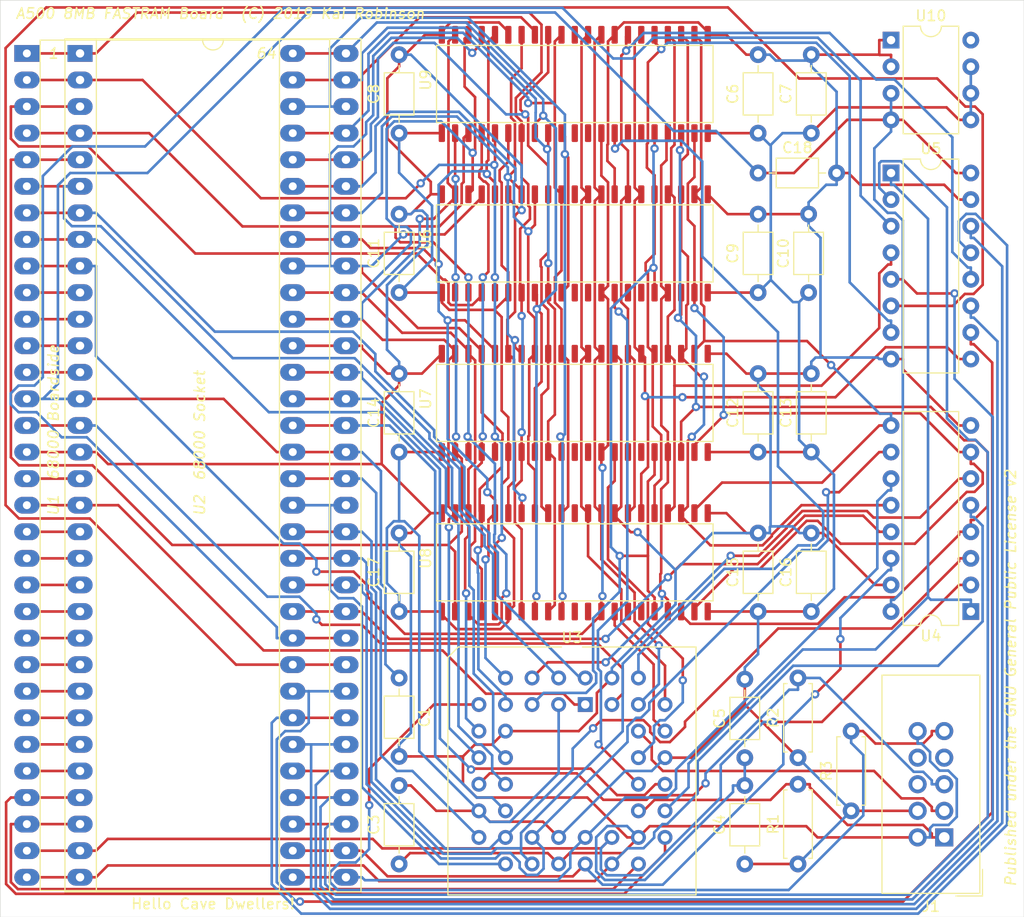
<source format=kicad_pcb>
(kicad_pcb (version 20171130) (host pcbnew "(5.1.2-1)-1")
  (layers (0 F.Cu signal) (31 B.Cu signal) (34 B.Paste user) (35 F.Paste user) (36 B.SilkS user) (37 F.SilkS user) (38 B.Mask user) (39 F.Mask user) (44 Edge.Cuts user))
  (net 0 "")
  (net 1 GND)
  (net 2 /VCC33)
  (net 3 /TCK)
  (net 4 /TDO)
  (net 5 /TMS)
  (net 6 "Net-(J1-Pad6)")
  (net 7 "Net-(J1-Pad7)")
  (net 8 "Net-(J1-Pad8)")
  (net 9 /TDI)
  (net 10 /CPU_D4)
  (net 11 /CPU_A5)
  (net 12 /CPU_D3)
  (net 13 /CPU_A6)
  (net 14 /CPU_D2)
  (net 15 /CPU_A7)
  (net 16 /CPU_D1)
  (net 17 /CPU_A8)
  (net 18 /CPU_D0)
  (net 19 /CPU_A9)
  (net 20 /CPU_A10)
  (net 21 /CPU_A11)
  (net 22 /CPU_A12)
  (net 23 /CPU_RW)
  (net 24 /CPU_A13)
  (net 25 /CPU_A14)
  (net 26 /CPU_A15)
  (net 27 /CPU_A16)
  (net 28 /CPU_A17)
  (net 29 /CPU_A18)
  (net 30 /CPU_CLK)
  (net 31 /CPU_A19)
  (net 32 /CPU_A20)
  (net 33 /CPU_A21)
  (net 34 /CPU_A22)
  (net 35 /CPU_A23)
  (net 36 /CPU_D15)
  (net 37 /CPU_D14)
  (net 38 /CPU_D13)
  (net 39 /CPU_D12)
  (net 40 /CPU_D11)
  (net 41 /CPU_D10)
  (net 42 /CPU_D9)
  (net 43 /CPU_A1)
  (net 44 /CPU_D8)
  (net 45 /CPU_A2)
  (net 46 /CPU_D7)
  (net 47 /CPU_A3)
  (net 48 /CPU_D6)
  (net 49 /CPU_A4)
  (net 50 /CPU_D5)
  (net 51 /MUX_SWITCH)
  (net 52 "Net-(U6-Pad11)")
  (net 53 "Net-(U6-Pad12)")
  (net 54 "Net-(U6-Pad15)")
  (net 55 "Net-(U6-Pad16)")
  (net 56 "Net-(U6-Pad32)")
  (net 57 "Net-(U7-Pad32)")
  (net 58 "Net-(U7-Pad16)")
  (net 59 "Net-(U7-Pad15)")
  (net 60 "Net-(U7-Pad12)")
  (net 61 "Net-(U7-Pad11)")
  (net 62 "Net-(U8-Pad11)")
  (net 63 "Net-(U8-Pad12)")
  (net 64 "Net-(U8-Pad15)")
  (net 65 "Net-(U8-Pad16)")
  (net 66 "Net-(U8-Pad32)")
  (net 67 /CPU_AS)
  (net 68 /CPU_UDS)
  (net 69 /CPU_LDS)
  (net 70 /DRAM_UCAS)
  (net 71 /DRAM_RAS3)
  (net 72 /DRAM_RAS0)
  (net 73 /DRAM_RAS1)
  (net 74 /DRAM_RAS2)
  (net 75 /DRAM_LCAS)
  (net 76 /CPU_RESET)
  (net 77 VCC)
  (net 78 /DRAM_A4)
  (net 79 /DRAM_A2)
  (net 80 /DRAM_A5)
  (net 81 /DRAM_A3)
  (net 82 /DRAM_A7)
  (net 83 /DRAM_A9)
  (net 84 /DRAM_A6)
  (net 85 /DRAM_A8)
  (net 86 /DRAM_A0)
  (net 87 /DRAM_A1)
  (net 88 /CPU_DTACK)
  (net 89 /CPU_BG)
  (net 90 /CPU_BGACK)
  (net 91 /CPU_BR)
  (net 92 /CPU_HALT)
  (net 93 /CPU_VMA)
  (net 94 /CPU_E)
  (net 95 /CPU_VPA)
  (net 96 /CPU_BERR)
  (net 97 /CPU_IPL2)
  (net 98 /CPU_IPL1)
  (net 99 /CPU_IPL0)
  (net 100 /CPU_FC2)
  (net 101 /CPU_FC1)
  (net 102 /CPU_FC0)
  (net 103 "Net-(U9-Pad32)")
  (net 104 "Net-(U9-Pad16)")
  (net 105 "Net-(U9-Pad15)")
  (net 106 "Net-(U9-Pad12)")
  (net 107 "Net-(U9-Pad11)")
  (net 108 "Net-(U10-Pad8)")
  (module Capacitor_THT:C_Axial_L3.8mm_D2.6mm_P7.50mm_Horizontal (layer F.Cu) (at 156.21 95.25 270)
    (fp_text reference C1 (at 3.75 -2.42 90) (layer F.SilkS))
    (fp_text value 0.1uF)
    (pad 1 thru_hole circle (at 0 0 270) (size 1.6 1.6) (drill 0.8) (layers *.Cu *.Mask) (net 77 VCC))
    (pad 2 thru_hole oval (at 7.5 0 270) (size 1.6 1.6) (drill 0.8) (layers *.Cu *.Mask) (net 1 GND))
  )
  (module Capacitor_THT:C_Axial_L3.8mm_D2.6mm_P7.50mm_Horizontal (layer F.Cu) (at 189.23 102.87 90)
    (fp_text reference C5 (at 3.75 -2.42 90) (layer F.SilkS))
    (fp_text value 0.1uF)
    (pad 2 thru_hole oval (at 7.5 0 90) (size 1.6 1.6) (drill 0.8) (layers *.Cu *.Mask) (net 2 /VCC33))
    (pad 1 thru_hole circle (at 0 0 90) (size 1.6 1.6) (drill 0.8) (layers *.Cu *.Mask) (net 1 GND))
  )
  (module Capacitor_THT:C_Axial_L3.8mm_D2.6mm_P7.50mm_Horizontal (layer F.Cu) (at 156.21 113.03 90)
    (fp_text reference C3 (at 3.75 -2.42 90) (layer F.SilkS))
    (fp_text value 0.1uF)
    (pad 2 thru_hole oval (at 7.5 0 90) (size 1.6 1.6) (drill 0.8) (layers *.Cu *.Mask) (net 2 /VCC33))
    (pad 1 thru_hole circle (at 0 0 90) (size 1.6 1.6) (drill 0.8) (layers *.Cu *.Mask) (net 1 GND))
  )
  (module Capacitor_THT:C_Axial_L3.8mm_D2.6mm_P7.50mm_Horizontal (layer F.Cu) (at 189.23 113.03 90)
    (fp_text reference C4 (at 3.75 -2.42 90) (layer F.SilkS))
    (fp_text value 0.1uF)
    (pad 1 thru_hole circle (at 0 0 90) (size 1.6 1.6) (drill 0.8) (layers *.Cu *.Mask) (net 2 /VCC33))
    (pad 2 thru_hole oval (at 7.5 0 90) (size 1.6 1.6) (drill 0.8) (layers *.Cu *.Mask) (net 1 GND))
  )
  (module Capacitor_THT:C_Axial_L3.8mm_D2.6mm_P7.50mm_Horizontal (layer F.Cu) (at 190.5 43.18 90)
    (fp_text reference C6 (at 3.75 -2.42 90) (layer F.SilkS))
    (fp_text value 0.1uF)
    (pad 1 thru_hole circle (at 0 0 90) (size 1.6 1.6) (drill 0.8) (layers *.Cu *.Mask) (net 2 /VCC33))
    (pad 2 thru_hole oval (at 7.5 0 90) (size 1.6 1.6) (drill 0.8) (layers *.Cu *.Mask) (net 1 GND))
  )
  (module Capacitor_THT:C_Axial_L3.8mm_D2.6mm_P7.50mm_Horizontal (layer F.Cu) (at 195.58 43.18 90)
    (fp_text reference C7 (at 3.75 -2.42 90) (layer F.SilkS))
    (fp_text value 0.1uF)
    (pad 2 thru_hole oval (at 7.5 0 90) (size 1.6 1.6) (drill 0.8) (layers *.Cu *.Mask) (net 1 GND))
    (pad 1 thru_hole circle (at 0 0 90) (size 1.6 1.6) (drill 0.8) (layers *.Cu *.Mask) (net 2 /VCC33))
  )
  (module Capacitor_THT:C_Axial_L3.8mm_D2.6mm_P7.50mm_Horizontal (layer F.Cu) (at 156.21 43.18 90)
    (fp_text reference C8 (at 3.75 -2.42 90) (layer F.SilkS))
    (fp_text value 0.1uF)
    (pad 1 thru_hole circle (at 0 0 90) (size 1.6 1.6) (drill 0.8) (layers *.Cu *.Mask) (net 2 /VCC33))
    (pad 2 thru_hole oval (at 7.5 0 90) (size 1.6 1.6) (drill 0.8) (layers *.Cu *.Mask) (net 1 GND))
  )
  (module Capacitor_THT:C_Axial_L3.8mm_D2.6mm_P7.50mm_Horizontal (layer F.Cu) (at 190.5 58.42 90)
    (fp_text reference C9 (at 3.75 -2.42 90) (layer F.SilkS))
    (fp_text value 0.1uF)
    (pad 2 thru_hole oval (at 7.5 0 90) (size 1.6 1.6) (drill 0.8) (layers *.Cu *.Mask) (net 1 GND))
    (pad 1 thru_hole circle (at 0 0 90) (size 1.6 1.6) (drill 0.8) (layers *.Cu *.Mask) (net 2 /VCC33))
  )
  (module Capacitor_THT:C_Axial_L3.8mm_D2.6mm_P7.50mm_Horizontal (layer F.Cu) (at 195.326 58.42 90)
    (fp_text reference C10 (at 3.75 -2.42 90) (layer F.SilkS))
    (fp_text value 0.1uF)
    (pad 1 thru_hole circle (at 0 0 90) (size 1.6 1.6) (drill 0.8) (layers *.Cu *.Mask) (net 2 /VCC33))
    (pad 2 thru_hole oval (at 7.5 0 90) (size 1.6 1.6) (drill 0.8) (layers *.Cu *.Mask) (net 1 GND))
  )
  (module Capacitor_THT:C_Axial_L3.8mm_D2.6mm_P7.50mm_Horizontal (layer F.Cu) (at 156.21 58.42 90)
    (fp_text reference C11 (at 3.75 -2.42 90) (layer F.SilkS))
    (fp_text value 0.1uF)
    (pad 2 thru_hole oval (at 7.5 0 90) (size 1.6 1.6) (drill 0.8) (layers *.Cu *.Mask) (net 1 GND))
    (pad 1 thru_hole circle (at 0 0 90) (size 1.6 1.6) (drill 0.8) (layers *.Cu *.Mask) (net 2 /VCC33))
  )
  (module Capacitor_THT:C_Axial_L3.8mm_D2.6mm_P7.50mm_Horizontal (layer F.Cu) (at 190.5 73.66 90)
    (fp_text reference C12 (at 3.75 -2.42 90) (layer F.SilkS))
    (fp_text value 0.1uF)
    (pad 1 thru_hole circle (at 0 0 90) (size 1.6 1.6) (drill 0.8) (layers *.Cu *.Mask) (net 2 /VCC33))
    (pad 2 thru_hole oval (at 7.5 0 90) (size 1.6 1.6) (drill 0.8) (layers *.Cu *.Mask) (net 1 GND))
  )
  (module Capacitor_THT:C_Axial_L3.8mm_D2.6mm_P7.50mm_Horizontal (layer F.Cu) (at 195.58 73.66 90)
    (fp_text reference C13 (at 3.75 -2.42 90) (layer F.SilkS))
    (fp_text value 0.1uF)
    (pad 2 thru_hole oval (at 7.5 0 90) (size 1.6 1.6) (drill 0.8) (layers *.Cu *.Mask) (net 1 GND))
    (pad 1 thru_hole circle (at 0 0 90) (size 1.6 1.6) (drill 0.8) (layers *.Cu *.Mask) (net 2 /VCC33))
  )
  (module Capacitor_THT:C_Axial_L3.8mm_D2.6mm_P7.50mm_Horizontal (layer F.Cu) (at 156.21 73.66 90)
    (fp_text reference C14 (at 3.75 -2.42 90) (layer F.SilkS))
    (fp_text value 0.1uF)
    (pad 1 thru_hole circle (at 0 0 90) (size 1.6 1.6) (drill 0.8) (layers *.Cu *.Mask) (net 2 /VCC33))
    (pad 2 thru_hole oval (at 7.5 0 90) (size 1.6 1.6) (drill 0.8) (layers *.Cu *.Mask) (net 1 GND))
  )
  (module Capacitor_THT:C_Axial_L3.8mm_D2.6mm_P7.50mm_Horizontal (layer F.Cu) (at 190.5 88.9 90)
    (fp_text reference C15 (at 3.75 -2.42 90) (layer F.SilkS))
    (fp_text value 0.1uF)
    (pad 2 thru_hole oval (at 7.5 0 90) (size 1.6 1.6) (drill 0.8) (layers *.Cu *.Mask) (net 1 GND))
    (pad 1 thru_hole circle (at 0 0 90) (size 1.6 1.6) (drill 0.8) (layers *.Cu *.Mask) (net 2 /VCC33))
  )
  (module Capacitor_THT:C_Axial_L3.8mm_D2.6mm_P7.50mm_Horizontal (layer F.Cu) (at 195.58 88.9 90)
    (fp_text reference C16 (at 3.75 -2.42 90) (layer F.SilkS))
    (fp_text value 0.1uF)
    (pad 1 thru_hole circle (at 0 0 90) (size 1.6 1.6) (drill 0.8) (layers *.Cu *.Mask) (net 2 /VCC33))
    (pad 2 thru_hole oval (at 7.5 0 90) (size 1.6 1.6) (drill 0.8) (layers *.Cu *.Mask) (net 1 GND))
  )
  (module Capacitor_THT:C_Axial_L3.8mm_D2.6mm_P7.50mm_Horizontal (layer F.Cu) (at 156.21 88.9 90)
    (fp_text reference C17 (at 3.75 -2.42 90) (layer F.SilkS))
    (fp_text value 0.1uF)
    (pad 2 thru_hole oval (at 7.5 0 90) (size 1.6 1.6) (drill 0.8) (layers *.Cu *.Mask) (net 1 GND))
    (pad 1 thru_hole circle (at 0 0 90) (size 1.6 1.6) (drill 0.8) (layers *.Cu *.Mask) (net 2 /VCC33))
  )
  (module Connector_IDC:IDC-Header_2x05_P2.54mm_Vertical (layer F.Cu) (at 208.28 110.49 180)
    (fp_text reference J1 (at 1.27 -6.604) (layer F.SilkS))
    (fp_text value Microsemi_FlashPro-JTAG-10 hide)
    (pad 1 thru_hole rect (at 0 0 180) (size 1.7272 1.7272) (drill 1.016) (layers *.Cu *.Mask) (net 3 /TCK))
    (pad 2 thru_hole oval (at 2.54 0 180) (size 1.7272 1.7272) (drill 1.016) (layers *.Cu *.Mask) (net 1 GND))
    (pad 3 thru_hole oval (at 0 2.54 180) (size 1.7272 1.7272) (drill 1.016) (layers *.Cu *.Mask) (net 4 /TDO))
    (pad 4 thru_hole oval (at 2.54 2.54 180) (size 1.7272 1.7272) (drill 1.016) (layers *.Cu *.Mask) (net 2 /VCC33))
    (pad 5 thru_hole oval (at 0 5.08 180) (size 1.7272 1.7272) (drill 1.016) (layers *.Cu *.Mask) (net 5 /TMS))
    (pad 6 thru_hole oval (at 2.54 5.08 180) (size 1.7272 1.7272) (drill 1.016) (layers *.Cu *.Mask) (net 6 "Net-(J1-Pad6)"))
    (pad 7 thru_hole oval (at 0 7.62 180) (size 1.7272 1.7272) (drill 1.016) (layers *.Cu *.Mask) (net 7 "Net-(J1-Pad7)"))
    (pad 8 thru_hole oval (at 2.54 7.62 180) (size 1.7272 1.7272) (drill 1.016) (layers *.Cu *.Mask) (net 8 "Net-(J1-Pad8)"))
    (pad 9 thru_hole oval (at 0 10.16 180) (size 1.7272 1.7272) (drill 1.016) (layers *.Cu *.Mask) (net 9 /TDI))
    (pad 10 thru_hole oval (at 2.54 10.16 180) (size 1.7272 1.7272) (drill 1.016) (layers *.Cu *.Mask) (net 1 GND))
  )
  (module Package_SO_J-Lead:SOJ-42 (layer F.Cu) (at 171.45 53.34 90)
    (fp_text reference U6 (at 0 -12.7 90) (layer F.SilkS))
    (fp_text value IS41LV16100D)
    (pad 42 smd roundrect (at 4.32 -11.16 90) (size 1.7 0.6) (layers F.Cu F.Paste F.Mask) (roundrect_rratio 0.2) (net 1 GND))
    (pad 41 smd roundrect (at 4.32 -9.89 90) (size 1.7 0.6) (layers F.Cu F.Paste F.Mask) (roundrect_rratio 0.2) (net 36 /CPU_D15))
    (pad 40 smd roundrect (at 4.32 -8.62 90) (size 1.7 0.6) (layers F.Cu F.Paste F.Mask) (roundrect_rratio 0.2) (net 37 /CPU_D14))
    (pad 39 smd roundrect (at 4.32 -7.35 90) (size 1.7 0.6) (layers F.Cu F.Paste F.Mask) (roundrect_rratio 0.2) (net 38 /CPU_D13))
    (pad 38 smd roundrect (at 4.32 -6.08 90) (size 1.7 0.6) (layers F.Cu F.Paste F.Mask) (roundrect_rratio 0.2) (net 39 /CPU_D12))
    (pad 37 smd roundrect (at 4.32 -4.81 90) (size 1.7 0.6) (layers F.Cu F.Paste F.Mask) (roundrect_rratio 0.2) (net 1 GND))
    (pad 36 smd roundrect (at 4.32 -3.54 90) (size 1.7 0.6) (layers F.Cu F.Paste F.Mask) (roundrect_rratio 0.2) (net 40 /CPU_D11))
    (pad 35 smd roundrect (at 4.32 -2.27 90) (size 1.7 0.6) (layers F.Cu F.Paste F.Mask) (roundrect_rratio 0.2) (net 41 /CPU_D10))
    (pad 34 smd roundrect (at 4.32 -1 90) (size 1.7 0.6) (layers F.Cu F.Paste F.Mask) (roundrect_rratio 0.2) (net 42 /CPU_D9))
    (pad 33 smd roundrect (at 4.32 0.27 90) (size 1.7 0.6) (layers F.Cu F.Paste F.Mask) (roundrect_rratio 0.2) (net 44 /CPU_D8))
    (pad 32 smd roundrect (at 4.32 1.54 90) (size 1.7 0.6) (layers F.Cu F.Paste F.Mask) (roundrect_rratio 0.2) (net 56 "Net-(U6-Pad32)"))
    (pad 31 smd roundrect (at 4.32 2.81 90) (size 1.7 0.6) (layers F.Cu F.Paste F.Mask) (roundrect_rratio 0.2) (net 75 /DRAM_LCAS))
    (pad 30 smd roundrect (at 4.32 4.08 90) (size 1.7 0.6) (layers F.Cu F.Paste F.Mask) (roundrect_rratio 0.2) (net 70 /DRAM_UCAS))
    (pad 29 smd roundrect (at 4.32 5.35 90) (size 1.7 0.6) (layers F.Cu F.Paste F.Mask) (roundrect_rratio 0.2) (net 1 GND))
    (pad 28 smd roundrect (at 4.32 6.62 90) (size 1.7 0.6) (layers F.Cu F.Paste F.Mask) (roundrect_rratio 0.2) (net 83 /DRAM_A9))
    (pad 27 smd roundrect (at 4.32 7.89 90) (size 1.7 0.6) (layers F.Cu F.Paste F.Mask) (roundrect_rratio 0.2) (net 85 /DRAM_A8))
    (pad 26 smd roundrect (at 4.32 9.16 90) (size 1.7 0.6) (layers F.Cu F.Paste F.Mask) (roundrect_rratio 0.2) (net 82 /DRAM_A7))
    (pad 25 smd roundrect (at 4.32 10.43 90) (size 1.7 0.6) (layers F.Cu F.Paste F.Mask) (roundrect_rratio 0.2) (net 84 /DRAM_A6))
    (pad 24 smd roundrect (at 4.32 11.7 90) (size 1.7 0.6) (layers F.Cu F.Paste F.Mask) (roundrect_rratio 0.2) (net 80 /DRAM_A5))
    (pad 23 smd roundrect (at 4.32 12.97 90) (size 1.7 0.6) (layers F.Cu F.Paste F.Mask) (roundrect_rratio 0.2) (net 78 /DRAM_A4))
    (pad 22 smd roundrect (at 4.32 14.24 90) (size 1.7 0.6) (layers F.Cu F.Paste F.Mask) (roundrect_rratio 0.2) (net 1 GND))
    (pad 21 smd roundrect (at -5.08 14.24 90) (size 1.7 0.6) (layers F.Cu F.Paste F.Mask) (roundrect_rratio 0.2) (net 2 /VCC33))
    (pad 20 smd roundrect (at -5.08 12.97 90) (size 1.7 0.6) (layers F.Cu F.Paste F.Mask) (roundrect_rratio 0.2) (net 81 /DRAM_A3))
    (pad 19 smd roundrect (at -5.08 11.7 90) (size 1.7 0.6) (layers F.Cu F.Paste F.Mask) (roundrect_rratio 0.2) (net 79 /DRAM_A2))
    (pad 18 smd roundrect (at -5.08 10.43 90) (size 1.7 0.6) (layers F.Cu F.Paste F.Mask) (roundrect_rratio 0.2) (net 87 /DRAM_A1))
    (pad 17 smd roundrect (at -5.08 9.16 90) (size 1.7 0.6) (layers F.Cu F.Paste F.Mask) (roundrect_rratio 0.2) (net 86 /DRAM_A0))
    (pad 16 smd roundrect (at -5.08 7.89 90) (size 1.7 0.6) (layers F.Cu F.Paste F.Mask) (roundrect_rratio 0.2) (net 55 "Net-(U6-Pad16)"))
    (pad 15 smd roundrect (at -5.08 6.62 90) (size 1.7 0.6) (layers F.Cu F.Paste F.Mask) (roundrect_rratio 0.2) (net 54 "Net-(U6-Pad15)"))
    (pad 14 smd roundrect (at -5.08 5.35 90) (size 1.7 0.6) (layers F.Cu F.Paste F.Mask) (roundrect_rratio 0.2) (net 72 /DRAM_RAS0))
    (pad 13 smd roundrect (at -5.08 4.08 90) (size 1.7 0.6) (layers F.Cu F.Paste F.Mask) (roundrect_rratio 0.2) (net 23 /CPU_RW))
    (pad 12 smd roundrect (at -5.08 2.81 90) (size 1.7 0.6) (layers F.Cu F.Paste F.Mask) (roundrect_rratio 0.2) (net 53 "Net-(U6-Pad12)"))
    (pad 11 smd roundrect (at -5.08 1.54 90) (size 1.7 0.6) (layers F.Cu F.Paste F.Mask) (roundrect_rratio 0.2) (net 52 "Net-(U6-Pad11)"))
    (pad 10 smd roundrect (at -5.08 0.27 90) (size 1.7 0.6) (layers F.Cu F.Paste F.Mask) (roundrect_rratio 0.2) (net 46 /CPU_D7))
    (pad 9 smd roundrect (at -5.08 -1 90) (size 1.7 0.6) (layers F.Cu F.Paste F.Mask) (roundrect_rratio 0.2) (net 48 /CPU_D6))
    (pad 8 smd roundrect (at -5.08 -2.27 90) (size 1.7 0.6) (layers F.Cu F.Paste F.Mask) (roundrect_rratio 0.2) (net 50 /CPU_D5))
    (pad 7 smd roundrect (at -5.08 -3.54 90) (size 1.7 0.6) (layers F.Cu F.Paste F.Mask) (roundrect_rratio 0.2) (net 10 /CPU_D4))
    (pad 6 smd roundrect (at -5.08 -4.81 90) (size 1.7 0.6) (layers F.Cu F.Paste F.Mask) (roundrect_rratio 0.2) (net 2 /VCC33))
    (pad 5 smd roundrect (at -5.08 -6.08 90) (size 1.7 0.6) (layers F.Cu F.Paste F.Mask) (roundrect_rratio 0.2) (net 12 /CPU_D3))
    (pad 4 smd roundrect (at -5.08 -7.35 90) (size 1.7 0.6) (layers F.Cu F.Paste F.Mask) (roundrect_rratio 0.2) (net 14 /CPU_D2))
    (pad 3 smd roundrect (at -5.08 -8.62 90) (size 1.7 0.6) (layers F.Cu F.Paste F.Mask) (roundrect_rratio 0.2) (net 16 /CPU_D1))
    (pad 2 smd roundrect (at -5.08 -9.89 90) (size 1.7 0.6) (layers F.Cu F.Paste F.Mask) (roundrect_rratio 0.2) (net 18 /CPU_D0))
    (pad 1 smd roundrect (at -5.08 -11.16 90) (size 1.7 0.6) (layers F.Cu F.Paste F.Mask) (roundrect_rratio 0.2) (net 2 /VCC33))
  )
  (module Package_SO_J-Lead:SOJ-42 (layer F.Cu) (at 171.45 68.58 90)
    (fp_text reference U7 (at 0 -12.7 90) (layer F.SilkS))
    (fp_text value IS41LV16100D)
    (pad 1 smd roundrect (at -5.08 -11.16 90) (size 1.7 0.6) (layers F.Cu F.Paste F.Mask) (roundrect_rratio 0.2) (net 2 /VCC33))
    (pad 2 smd roundrect (at -5.08 -9.89 90) (size 1.7 0.6) (layers F.Cu F.Paste F.Mask) (roundrect_rratio 0.2) (net 18 /CPU_D0))
    (pad 3 smd roundrect (at -5.08 -8.62 90) (size 1.7 0.6) (layers F.Cu F.Paste F.Mask) (roundrect_rratio 0.2) (net 16 /CPU_D1))
    (pad 4 smd roundrect (at -5.08 -7.35 90) (size 1.7 0.6) (layers F.Cu F.Paste F.Mask) (roundrect_rratio 0.2) (net 14 /CPU_D2))
    (pad 5 smd roundrect (at -5.08 -6.08 90) (size 1.7 0.6) (layers F.Cu F.Paste F.Mask) (roundrect_rratio 0.2) (net 12 /CPU_D3))
    (pad 6 smd roundrect (at -5.08 -4.81 90) (size 1.7 0.6) (layers F.Cu F.Paste F.Mask) (roundrect_rratio 0.2) (net 2 /VCC33))
    (pad 7 smd roundrect (at -5.08 -3.54 90) (size 1.7 0.6) (layers F.Cu F.Paste F.Mask) (roundrect_rratio 0.2) (net 10 /CPU_D4))
    (pad 8 smd roundrect (at -5.08 -2.27 90) (size 1.7 0.6) (layers F.Cu F.Paste F.Mask) (roundrect_rratio 0.2) (net 50 /CPU_D5))
    (pad 9 smd roundrect (at -5.08 -1 90) (size 1.7 0.6) (layers F.Cu F.Paste F.Mask) (roundrect_rratio 0.2) (net 48 /CPU_D6))
    (pad 10 smd roundrect (at -5.08 0.27 90) (size 1.7 0.6) (layers F.Cu F.Paste F.Mask) (roundrect_rratio 0.2) (net 46 /CPU_D7))
    (pad 11 smd roundrect (at -5.08 1.54 90) (size 1.7 0.6) (layers F.Cu F.Paste F.Mask) (roundrect_rratio 0.2) (net 61 "Net-(U7-Pad11)"))
    (pad 12 smd roundrect (at -5.08 2.81 90) (size 1.7 0.6) (layers F.Cu F.Paste F.Mask) (roundrect_rratio 0.2) (net 60 "Net-(U7-Pad12)"))
    (pad 13 smd roundrect (at -5.08 4.08 90) (size 1.7 0.6) (layers F.Cu F.Paste F.Mask) (roundrect_rratio 0.2) (net 23 /CPU_RW))
    (pad 14 smd roundrect (at -5.08 5.35 90) (size 1.7 0.6) (layers F.Cu F.Paste F.Mask) (roundrect_rratio 0.2) (net 73 /DRAM_RAS1))
    (pad 15 smd roundrect (at -5.08 6.62 90) (size 1.7 0.6) (layers F.Cu F.Paste F.Mask) (roundrect_rratio 0.2) (net 59 "Net-(U7-Pad15)"))
    (pad 16 smd roundrect (at -5.08 7.89 90) (size 1.7 0.6) (layers F.Cu F.Paste F.Mask) (roundrect_rratio 0.2) (net 58 "Net-(U7-Pad16)"))
    (pad 17 smd roundrect (at -5.08 9.16 90) (size 1.7 0.6) (layers F.Cu F.Paste F.Mask) (roundrect_rratio 0.2) (net 86 /DRAM_A0))
    (pad 18 smd roundrect (at -5.08 10.43 90) (size 1.7 0.6) (layers F.Cu F.Paste F.Mask) (roundrect_rratio 0.2) (net 87 /DRAM_A1))
    (pad 19 smd roundrect (at -5.08 11.7 90) (size 1.7 0.6) (layers F.Cu F.Paste F.Mask) (roundrect_rratio 0.2) (net 79 /DRAM_A2))
    (pad 20 smd roundrect (at -5.08 12.97 90) (size 1.7 0.6) (layers F.Cu F.Paste F.Mask) (roundrect_rratio 0.2) (net 81 /DRAM_A3))
    (pad 21 smd roundrect (at -5.08 14.24 90) (size 1.7 0.6) (layers F.Cu F.Paste F.Mask) (roundrect_rratio 0.2) (net 2 /VCC33))
    (pad 22 smd roundrect (at 4.32 14.24 90) (size 1.7 0.6) (layers F.Cu F.Paste F.Mask) (roundrect_rratio 0.2) (net 1 GND))
    (pad 23 smd roundrect (at 4.32 12.97 90) (size 1.7 0.6) (layers F.Cu F.Paste F.Mask) (roundrect_rratio 0.2) (net 78 /DRAM_A4))
    (pad 24 smd roundrect (at 4.32 11.7 90) (size 1.7 0.6) (layers F.Cu F.Paste F.Mask) (roundrect_rratio 0.2) (net 80 /DRAM_A5))
    (pad 25 smd roundrect (at 4.32 10.43 90) (size 1.7 0.6) (layers F.Cu F.Paste F.Mask) (roundrect_rratio 0.2) (net 84 /DRAM_A6))
    (pad 26 smd roundrect (at 4.32 9.16 90) (size 1.7 0.6) (layers F.Cu F.Paste F.Mask) (roundrect_rratio 0.2) (net 82 /DRAM_A7))
    (pad 27 smd roundrect (at 4.32 7.89 90) (size 1.7 0.6) (layers F.Cu F.Paste F.Mask) (roundrect_rratio 0.2) (net 85 /DRAM_A8))
    (pad 28 smd roundrect (at 4.32 6.62 90) (size 1.7 0.6) (layers F.Cu F.Paste F.Mask) (roundrect_rratio 0.2) (net 83 /DRAM_A9))
    (pad 29 smd roundrect (at 4.32 5.35 90) (size 1.7 0.6) (layers F.Cu F.Paste F.Mask) (roundrect_rratio 0.2) (net 1 GND))
    (pad 30 smd roundrect (at 4.32 4.08 90) (size 1.7 0.6) (layers F.Cu F.Paste F.Mask) (roundrect_rratio 0.2) (net 70 /DRAM_UCAS))
    (pad 31 smd roundrect (at 4.32 2.81 90) (size 1.7 0.6) (layers F.Cu F.Paste F.Mask) (roundrect_rratio 0.2) (net 75 /DRAM_LCAS))
    (pad 32 smd roundrect (at 4.32 1.54 90) (size 1.7 0.6) (layers F.Cu F.Paste F.Mask) (roundrect_rratio 0.2) (net 57 "Net-(U7-Pad32)"))
    (pad 33 smd roundrect (at 4.32 0.27 90) (size 1.7 0.6) (layers F.Cu F.Paste F.Mask) (roundrect_rratio 0.2) (net 44 /CPU_D8))
    (pad 34 smd roundrect (at 4.32 -1 90) (size 1.7 0.6) (layers F.Cu F.Paste F.Mask) (roundrect_rratio 0.2) (net 42 /CPU_D9))
    (pad 35 smd roundrect (at 4.32 -2.27 90) (size 1.7 0.6) (layers F.Cu F.Paste F.Mask) (roundrect_rratio 0.2) (net 41 /CPU_D10))
    (pad 36 smd roundrect (at 4.32 -3.54 90) (size 1.7 0.6) (layers F.Cu F.Paste F.Mask) (roundrect_rratio 0.2) (net 40 /CPU_D11))
    (pad 37 smd roundrect (at 4.32 -4.81 90) (size 1.7 0.6) (layers F.Cu F.Paste F.Mask) (roundrect_rratio 0.2) (net 1 GND))
    (pad 38 smd roundrect (at 4.32 -6.08 90) (size 1.7 0.6) (layers F.Cu F.Paste F.Mask) (roundrect_rratio 0.2) (net 39 /CPU_D12))
    (pad 39 smd roundrect (at 4.32 -7.35 90) (size 1.7 0.6) (layers F.Cu F.Paste F.Mask) (roundrect_rratio 0.2) (net 38 /CPU_D13))
    (pad 40 smd roundrect (at 4.32 -8.62 90) (size 1.7 0.6) (layers F.Cu F.Paste F.Mask) (roundrect_rratio 0.2) (net 37 /CPU_D14))
    (pad 41 smd roundrect (at 4.32 -9.89 90) (size 1.7 0.6) (layers F.Cu F.Paste F.Mask) (roundrect_rratio 0.2) (net 36 /CPU_D15))
    (pad 42 smd roundrect (at 4.32 -11.16 90) (size 1.7 0.6) (layers F.Cu F.Paste F.Mask) (roundrect_rratio 0.2) (net 1 GND))
  )
  (module Package_SO_J-Lead:SOJ-42 (layer F.Cu) (at 171.45 83.82 90)
    (fp_text reference U8 (at 0 -12.7 90) (layer F.SilkS))
    (fp_text value IS41LV16100D)
    (pad 42 smd roundrect (at 4.32 -11.16 90) (size 1.7 0.6) (layers F.Cu F.Paste F.Mask) (roundrect_rratio 0.2) (net 1 GND))
    (pad 41 smd roundrect (at 4.32 -9.89 90) (size 1.7 0.6) (layers F.Cu F.Paste F.Mask) (roundrect_rratio 0.2) (net 36 /CPU_D15))
    (pad 40 smd roundrect (at 4.32 -8.62 90) (size 1.7 0.6) (layers F.Cu F.Paste F.Mask) (roundrect_rratio 0.2) (net 37 /CPU_D14))
    (pad 39 smd roundrect (at 4.32 -7.35 90) (size 1.7 0.6) (layers F.Cu F.Paste F.Mask) (roundrect_rratio 0.2) (net 38 /CPU_D13))
    (pad 38 smd roundrect (at 4.32 -6.08 90) (size 1.7 0.6) (layers F.Cu F.Paste F.Mask) (roundrect_rratio 0.2) (net 39 /CPU_D12))
    (pad 37 smd roundrect (at 4.32 -4.81 90) (size 1.7 0.6) (layers F.Cu F.Paste F.Mask) (roundrect_rratio 0.2) (net 1 GND))
    (pad 36 smd roundrect (at 4.32 -3.54 90) (size 1.7 0.6) (layers F.Cu F.Paste F.Mask) (roundrect_rratio 0.2) (net 40 /CPU_D11))
    (pad 35 smd roundrect (at 4.32 -2.27 90) (size 1.7 0.6) (layers F.Cu F.Paste F.Mask) (roundrect_rratio 0.2) (net 41 /CPU_D10))
    (pad 34 smd roundrect (at 4.32 -1 90) (size 1.7 0.6) (layers F.Cu F.Paste F.Mask) (roundrect_rratio 0.2) (net 42 /CPU_D9))
    (pad 33 smd roundrect (at 4.32 0.27 90) (size 1.7 0.6) (layers F.Cu F.Paste F.Mask) (roundrect_rratio 0.2) (net 44 /CPU_D8))
    (pad 32 smd roundrect (at 4.32 1.54 90) (size 1.7 0.6) (layers F.Cu F.Paste F.Mask) (roundrect_rratio 0.2) (net 66 "Net-(U8-Pad32)"))
    (pad 31 smd roundrect (at 4.32 2.81 90) (size 1.7 0.6) (layers F.Cu F.Paste F.Mask) (roundrect_rratio 0.2) (net 75 /DRAM_LCAS))
    (pad 30 smd roundrect (at 4.32 4.08 90) (size 1.7 0.6) (layers F.Cu F.Paste F.Mask) (roundrect_rratio 0.2) (net 70 /DRAM_UCAS))
    (pad 29 smd roundrect (at 4.32 5.35 90) (size 1.7 0.6) (layers F.Cu F.Paste F.Mask) (roundrect_rratio 0.2) (net 1 GND))
    (pad 28 smd roundrect (at 4.32 6.62 90) (size 1.7 0.6) (layers F.Cu F.Paste F.Mask) (roundrect_rratio 0.2) (net 83 /DRAM_A9))
    (pad 27 smd roundrect (at 4.32 7.89 90) (size 1.7 0.6) (layers F.Cu F.Paste F.Mask) (roundrect_rratio 0.2) (net 85 /DRAM_A8))
    (pad 26 smd roundrect (at 4.32 9.16 90) (size 1.7 0.6) (layers F.Cu F.Paste F.Mask) (roundrect_rratio 0.2) (net 82 /DRAM_A7))
    (pad 25 smd roundrect (at 4.32 10.43 90) (size 1.7 0.6) (layers F.Cu F.Paste F.Mask) (roundrect_rratio 0.2) (net 84 /DRAM_A6))
    (pad 24 smd roundrect (at 4.32 11.7 90) (size 1.7 0.6) (layers F.Cu F.Paste F.Mask) (roundrect_rratio 0.2) (net 80 /DRAM_A5))
    (pad 23 smd roundrect (at 4.32 12.97 90) (size 1.7 0.6) (layers F.Cu F.Paste F.Mask) (roundrect_rratio 0.2) (net 78 /DRAM_A4))
    (pad 22 smd roundrect (at 4.32 14.24 90) (size 1.7 0.6) (layers F.Cu F.Paste F.Mask) (roundrect_rratio 0.2) (net 1 GND))
    (pad 21 smd roundrect (at -5.08 14.24 90) (size 1.7 0.6) (layers F.Cu F.Paste F.Mask) (roundrect_rratio 0.2) (net 2 /VCC33))
    (pad 20 smd roundrect (at -5.08 12.97 90) (size 1.7 0.6) (layers F.Cu F.Paste F.Mask) (roundrect_rratio 0.2) (net 81 /DRAM_A3))
    (pad 19 smd roundrect (at -5.08 11.7 90) (size 1.7 0.6) (layers F.Cu F.Paste F.Mask) (roundrect_rratio 0.2) (net 79 /DRAM_A2))
    (pad 18 smd roundrect (at -5.08 10.43 90) (size 1.7 0.6) (layers F.Cu F.Paste F.Mask) (roundrect_rratio 0.2) (net 87 /DRAM_A1))
    (pad 17 smd roundrect (at -5.08 9.16 90) (size 1.7 0.6) (layers F.Cu F.Paste F.Mask) (roundrect_rratio 0.2) (net 86 /DRAM_A0))
    (pad 16 smd roundrect (at -5.08 7.89 90) (size 1.7 0.6) (layers F.Cu F.Paste F.Mask) (roundrect_rratio 0.2) (net 65 "Net-(U8-Pad16)"))
    (pad 15 smd roundrect (at -5.08 6.62 90) (size 1.7 0.6) (layers F.Cu F.Paste F.Mask) (roundrect_rratio 0.2) (net 64 "Net-(U8-Pad15)"))
    (pad 14 smd roundrect (at -5.08 5.35 90) (size 1.7 0.6) (layers F.Cu F.Paste F.Mask) (roundrect_rratio 0.2) (net 74 /DRAM_RAS2))
    (pad 13 smd roundrect (at -5.08 4.08 90) (size 1.7 0.6) (layers F.Cu F.Paste F.Mask) (roundrect_rratio 0.2) (net 23 /CPU_RW))
    (pad 12 smd roundrect (at -5.08 2.81 90) (size 1.7 0.6) (layers F.Cu F.Paste F.Mask) (roundrect_rratio 0.2) (net 63 "Net-(U8-Pad12)"))
    (pad 11 smd roundrect (at -5.08 1.54 90) (size 1.7 0.6) (layers F.Cu F.Paste F.Mask) (roundrect_rratio 0.2) (net 62 "Net-(U8-Pad11)"))
    (pad 10 smd roundrect (at -5.08 0.27 90) (size 1.7 0.6) (layers F.Cu F.Paste F.Mask) (roundrect_rratio 0.2) (net 46 /CPU_D7))
    (pad 9 smd roundrect (at -5.08 -1 90) (size 1.7 0.6) (layers F.Cu F.Paste F.Mask) (roundrect_rratio 0.2) (net 48 /CPU_D6))
    (pad 8 smd roundrect (at -5.08 -2.27 90) (size 1.7 0.6) (layers F.Cu F.Paste F.Mask) (roundrect_rratio 0.2) (net 50 /CPU_D5))
    (pad 7 smd roundrect (at -5.08 -3.54 90) (size 1.7 0.6) (layers F.Cu F.Paste F.Mask) (roundrect_rratio 0.2) (net 10 /CPU_D4))
    (pad 6 smd roundrect (at -5.08 -4.81 90) (size 1.7 0.6) (layers F.Cu F.Paste F.Mask) (roundrect_rratio 0.2) (net 2 /VCC33))
    (pad 5 smd roundrect (at -5.08 -6.08 90) (size 1.7 0.6) (layers F.Cu F.Paste F.Mask) (roundrect_rratio 0.2) (net 12 /CPU_D3))
    (pad 4 smd roundrect (at -5.08 -7.35 90) (size 1.7 0.6) (layers F.Cu F.Paste F.Mask) (roundrect_rratio 0.2) (net 14 /CPU_D2))
    (pad 3 smd roundrect (at -5.08 -8.62 90) (size 1.7 0.6) (layers F.Cu F.Paste F.Mask) (roundrect_rratio 0.2) (net 16 /CPU_D1))
    (pad 2 smd roundrect (at -5.08 -9.89 90) (size 1.7 0.6) (layers F.Cu F.Paste F.Mask) (roundrect_rratio 0.2) (net 18 /CPU_D0))
    (pad 1 smd roundrect (at -5.08 -11.16 90) (size 1.7 0.6) (layers F.Cu F.Paste F.Mask) (roundrect_rratio 0.2) (net 2 /VCC33))
  )
  (module Resistor_THT:R_Axial_DIN0207_L6.3mm_D2.5mm_P7.62mm_Horizontal (layer F.Cu) (at 194.31 113.03 90)
    (fp_text reference R1 (at 3.81 -2.37 90) (layer F.SilkS))
    (fp_text value 10k)
    (pad 1 thru_hole circle (at 0 0 90) (size 1.6 1.6) (drill 0.8) (layers *.Cu *.Mask) (net 2 /VCC33))
    (pad 2 thru_hole oval (at 7.62 0 90) (size 1.6 1.6) (drill 0.8) (layers *.Cu *.Mask) (net 3 /TCK))
  )
  (module Resistor_THT:R_Axial_DIN0207_L6.3mm_D2.5mm_P7.62mm_Horizontal (layer F.Cu) (at 194.31 102.87 90)
    (fp_text reference R2 (at 3.81 -2.37 90) (layer F.SilkS))
    (fp_text value 10k)
    (pad 2 thru_hole oval (at 7.62 0 90) (size 1.6 1.6) (drill 0.8) (layers *.Cu *.Mask) (net 5 /TMS))
    (pad 1 thru_hole circle (at 0 0 90) (size 1.6 1.6) (drill 0.8) (layers *.Cu *.Mask) (net 2 /VCC33))
  )
  (module Resistor_THT:R_Axial_DIN0207_L6.3mm_D2.5mm_P7.62mm_Horizontal (layer F.Cu) (at 199.39 107.95 90)
    (fp_text reference R3 (at 3.81 -2.37 90) (layer F.SilkS))
    (fp_text value 10k)
    (pad 1 thru_hole circle (at 0 0 90) (size 1.6 1.6) (drill 0.8) (layers *.Cu *.Mask) (net 2 /VCC33))
    (pad 2 thru_hole oval (at 7.62 0 90) (size 1.6 1.6) (drill 0.8) (layers *.Cu *.Mask) (net 9 /TDI))
  )
  (module Capacitor_THT:C_Axial_L3.8mm_D2.6mm_P7.50mm_Horizontal (layer F.Cu) (at 190.5 46.99)
    (fp_text reference C18 (at 3.75 -2.42) (layer F.SilkS))
    (fp_text value 0.1uF)
    (pad 1 thru_hole circle (at 0 0) (size 1.6 1.6) (drill 0.8) (layers *.Cu *.Mask) (net 77 VCC))
    (pad 2 thru_hole oval (at 7.5 0) (size 1.6 1.6) (drill 0.8) (layers *.Cu *.Mask) (net 1 GND))
  )
  (module Package_DIP:DIP-64_W25.4mm_Socket_LongPads (layer F.Cu) (at 125.73 35.56)
    (fp_text reference U2 hide)
    (fp_text value "68000 Socket" (at 11.43 35.56 90) (layer F.SilkS) (effects (font (thickness 0.15) italic)))
    (fp_text user %R (at 11.43 43.18 90) (layer F.SilkS) (effects (font (thickness 0.15) italic)))
    (pad 1 thru_hole rect (at 0 0) (size 2.4 1.6) (drill 0.8) (layers *.Cu *.Mask) (net 10 /CPU_D4))
    (pad 33 thru_hole oval (at 25.4 78.74) (size 2.4 1.6) (drill 0.8) (layers *.Cu *.Mask) (net 11 /CPU_A5))
    (pad 2 thru_hole oval (at 0 2.54) (size 2.4 1.6) (drill 0.8) (layers *.Cu *.Mask) (net 12 /CPU_D3))
    (pad 34 thru_hole oval (at 25.4 76.2) (size 2.4 1.6) (drill 0.8) (layers *.Cu *.Mask) (net 13 /CPU_A6))
    (pad 3 thru_hole oval (at 0 5.08) (size 2.4 1.6) (drill 0.8) (layers *.Cu *.Mask) (net 14 /CPU_D2))
    (pad 35 thru_hole oval (at 25.4 73.66) (size 2.4 1.6) (drill 0.8) (layers *.Cu *.Mask) (net 15 /CPU_A7))
    (pad 4 thru_hole oval (at 0 7.62) (size 2.4 1.6) (drill 0.8) (layers *.Cu *.Mask) (net 16 /CPU_D1))
    (pad 36 thru_hole oval (at 25.4 71.12) (size 2.4 1.6) (drill 0.8) (layers *.Cu *.Mask) (net 17 /CPU_A8))
    (pad 5 thru_hole oval (at 0 10.16) (size 2.4 1.6) (drill 0.8) (layers *.Cu *.Mask) (net 18 /CPU_D0))
    (pad 37 thru_hole oval (at 25.4 68.58) (size 2.4 1.6) (drill 0.8) (layers *.Cu *.Mask) (net 19 /CPU_A9))
    (pad 6 thru_hole oval (at 0 12.7) (size 2.4 1.6) (drill 0.8) (layers *.Cu *.Mask) (net 67 /CPU_AS))
    (pad 38 thru_hole oval (at 25.4 66.04) (size 2.4 1.6) (drill 0.8) (layers *.Cu *.Mask) (net 20 /CPU_A10))
    (pad 7 thru_hole oval (at 0 15.24) (size 2.4 1.6) (drill 0.8) (layers *.Cu *.Mask) (net 68 /CPU_UDS))
    (pad 39 thru_hole oval (at 25.4 63.5) (size 2.4 1.6) (drill 0.8) (layers *.Cu *.Mask) (net 21 /CPU_A11))
    (pad 8 thru_hole oval (at 0 17.78) (size 2.4 1.6) (drill 0.8) (layers *.Cu *.Mask) (net 69 /CPU_LDS))
    (pad 40 thru_hole oval (at 25.4 60.96) (size 2.4 1.6) (drill 0.8) (layers *.Cu *.Mask) (net 22 /CPU_A12))
    (pad 9 thru_hole oval (at 0 20.32) (size 2.4 1.6) (drill 0.8) (layers *.Cu *.Mask) (net 23 /CPU_RW))
    (pad 41 thru_hole oval (at 25.4 58.42) (size 2.4 1.6) (drill 0.8) (layers *.Cu *.Mask) (net 24 /CPU_A13))
    (pad 10 thru_hole oval (at 0 22.86) (size 2.4 1.6) (drill 0.8) (layers *.Cu *.Mask) (net 88 /CPU_DTACK))
    (pad 42 thru_hole oval (at 25.4 55.88) (size 2.4 1.6) (drill 0.8) (layers *.Cu *.Mask) (net 25 /CPU_A14))
    (pad 11 thru_hole oval (at 0 25.4) (size 2.4 1.6) (drill 0.8) (layers *.Cu *.Mask) (net 89 /CPU_BG))
    (pad 43 thru_hole oval (at 25.4 53.34) (size 2.4 1.6) (drill 0.8) (layers *.Cu *.Mask) (net 26 /CPU_A15))
    (pad 12 thru_hole oval (at 0 27.94) (size 2.4 1.6) (drill 0.8) (layers *.Cu *.Mask) (net 90 /CPU_BGACK))
    (pad 44 thru_hole oval (at 25.4 50.8) (size 2.4 1.6) (drill 0.8) (layers *.Cu *.Mask) (net 27 /CPU_A16))
    (pad 13 thru_hole oval (at 0 30.48) (size 2.4 1.6) (drill 0.8) (layers *.Cu *.Mask) (net 91 /CPU_BR))
    (pad 45 thru_hole oval (at 25.4 48.26) (size 2.4 1.6) (drill 0.8) (layers *.Cu *.Mask) (net 28 /CPU_A17))
    (pad 14 thru_hole oval (at 0 33.02) (size 2.4 1.6) (drill 0.8) (layers *.Cu *.Mask) (net 77 VCC))
    (pad 46 thru_hole oval (at 25.4 45.72) (size 2.4 1.6) (drill 0.8) (layers *.Cu *.Mask) (net 29 /CPU_A18))
    (pad 15 thru_hole oval (at 0 35.56) (size 2.4 1.6) (drill 0.8) (layers *.Cu *.Mask) (net 30 /CPU_CLK))
    (pad 47 thru_hole oval (at 25.4 43.18) (size 2.4 1.6) (drill 0.8) (layers *.Cu *.Mask) (net 31 /CPU_A19))
    (pad 16 thru_hole oval (at 0 38.1) (size 2.4 1.6) (drill 0.8) (layers *.Cu *.Mask) (net 1 GND))
    (pad 48 thru_hole oval (at 25.4 40.64) (size 2.4 1.6) (drill 0.8) (layers *.Cu *.Mask) (net 32 /CPU_A20))
    (pad 17 thru_hole oval (at 0 40.64) (size 2.4 1.6) (drill 0.8) (layers *.Cu *.Mask) (net 92 /CPU_HALT))
    (pad 49 thru_hole oval (at 25.4 38.1) (size 2.4 1.6) (drill 0.8) (layers *.Cu *.Mask) (net 77 VCC))
    (pad 18 thru_hole oval (at 0 43.18) (size 2.4 1.6) (drill 0.8) (layers *.Cu *.Mask) (net 76 /CPU_RESET))
    (pad 50 thru_hole oval (at 25.4 35.56) (size 2.4 1.6) (drill 0.8) (layers *.Cu *.Mask) (net 33 /CPU_A21))
    (pad 19 thru_hole oval (at 0 45.72) (size 2.4 1.6) (drill 0.8) (layers *.Cu *.Mask) (net 93 /CPU_VMA))
    (pad 51 thru_hole oval (at 25.4 33.02) (size 2.4 1.6) (drill 0.8) (layers *.Cu *.Mask) (net 34 /CPU_A22))
    (pad 20 thru_hole oval (at 0 48.26) (size 2.4 1.6) (drill 0.8) (layers *.Cu *.Mask) (net 94 /CPU_E))
    (pad 52 thru_hole oval (at 25.4 30.48) (size 2.4 1.6) (drill 0.8) (layers *.Cu *.Mask) (net 35 /CPU_A23))
    (pad 21 thru_hole oval (at 0 50.8) (size 2.4 1.6) (drill 0.8) (layers *.Cu *.Mask) (net 95 /CPU_VPA))
    (pad 53 thru_hole oval (at 25.4 27.94) (size 2.4 1.6) (drill 0.8) (layers *.Cu *.Mask) (net 1 GND))
    (pad 22 thru_hole oval (at 0 53.34) (size 2.4 1.6) (drill 0.8) (layers *.Cu *.Mask) (net 96 /CPU_BERR))
    (pad 54 thru_hole oval (at 25.4 25.4) (size 2.4 1.6) (drill 0.8) (layers *.Cu *.Mask) (net 36 /CPU_D15))
    (pad 23 thru_hole oval (at 0 55.88) (size 2.4 1.6) (drill 0.8) (layers *.Cu *.Mask) (net 97 /CPU_IPL2))
    (pad 55 thru_hole oval (at 25.4 22.86) (size 2.4 1.6) (drill 0.8) (layers *.Cu *.Mask) (net 37 /CPU_D14))
    (pad 24 thru_hole oval (at 0 58.42) (size 2.4 1.6) (drill 0.8) (layers *.Cu *.Mask) (net 98 /CPU_IPL1))
    (pad 56 thru_hole oval (at 25.4 20.32) (size 2.4 1.6) (drill 0.8) (layers *.Cu *.Mask) (net 38 /CPU_D13))
    (pad 25 thru_hole oval (at 0 60.96) (size 2.4 1.6) (drill 0.8) (layers *.Cu *.Mask) (net 99 /CPU_IPL0))
    (pad 57 thru_hole oval (at 25.4 17.78) (size 2.4 1.6) (drill 0.8) (layers *.Cu *.Mask) (net 39 /CPU_D12))
    (pad 26 thru_hole oval (at 0 63.5) (size 2.4 1.6) (drill 0.8) (layers *.Cu *.Mask) (net 100 /CPU_FC2))
    (pad 58 thru_hole oval (at 25.4 15.24) (size 2.4 1.6) (drill 0.8) (layers *.Cu *.Mask) (net 40 /CPU_D11))
    (pad 27 thru_hole oval (at 0 66.04) (size 2.4 1.6) (drill 0.8) (layers *.Cu *.Mask) (net 101 /CPU_FC1))
    (pad 59 thru_hole oval (at 25.4 12.7) (size 2.4 1.6) (drill 0.8) (layers *.Cu *.Mask) (net 41 /CPU_D10))
    (pad 28 thru_hole oval (at 0 68.58) (size 2.4 1.6) (drill 0.8) (layers *.Cu *.Mask) (net 102 /CPU_FC0))
    (pad 60 thru_hole oval (at 25.4 10.16) (size 2.4 1.6) (drill 0.8) (layers *.Cu *.Mask) (net 42 /CPU_D9))
    (pad 29 thru_hole oval (at 0 71.12) (size 2.4 1.6) (drill 0.8) (layers *.Cu *.Mask) (net 43 /CPU_A1))
    (pad 61 thru_hole oval (at 25.4 7.62) (size 2.4 1.6) (drill 0.8) (layers *.Cu *.Mask) (net 44 /CPU_D8))
    (pad 30 thru_hole oval (at 0 73.66) (size 2.4 1.6) (drill 0.8) (layers *.Cu *.Mask) (net 45 /CPU_A2))
    (pad 62 thru_hole oval (at 25.4 5.08) (size 2.4 1.6) (drill 0.8) (layers *.Cu *.Mask) (net 46 /CPU_D7))
    (pad 31 thru_hole oval (at 0 76.2) (size 2.4 1.6) (drill 0.8) (layers *.Cu *.Mask) (net 47 /CPU_A3))
    (pad 63 thru_hole oval (at 25.4 2.54) (size 2.4 1.6) (drill 0.8) (layers *.Cu *.Mask) (net 48 /CPU_D6))
    (pad 32 thru_hole oval (at 0 78.74) (size 2.4 1.6) (drill 0.8) (layers *.Cu *.Mask) (net 49 /CPU_A4))
    (pad 64 thru_hole oval (at 25.4 0) (size 2.4 1.6) (drill 0.8) (layers *.Cu *.Mask) (net 50 /CPU_D5))
  )
  (module Package_LCC:PLCC-44_THT-Socket (layer F.Cu) (at 173.99 97.79)
    (fp_text reference U3 (at -1.27 -6.4) (layer F.SilkS))
    (fp_text value ATF1502ASV-15JU44)
    (pad 1 thru_hole rect (at 0 0) (size 1.4224 1.4224) (drill 0.8) (layers *.Cu *.Mask) (net 76 /CPU_RESET))
    (pad 3 thru_hole circle (at -2.54 0) (size 1.4224 1.4224) (drill 0.8) (layers *.Cu *.Mask) (net 2 /VCC33))
    (pad 5 thru_hole circle (at -5.08 0) (size 1.4224 1.4224) (drill 0.8) (layers *.Cu *.Mask) (net 86 /DRAM_A0))
    (pad 43 thru_hole circle (at 2.54 0) (size 1.4224 1.4224) (drill 0.8) (layers *.Cu *.Mask) (net 30 /CPU_CLK))
    (pad 41 thru_hole circle (at 5.08 0) (size 1.4224 1.4224) (drill 0.8) (layers *.Cu *.Mask) (net 70 /DRAM_UCAS))
    (pad 2 thru_hole circle (at -2.54 -2.54) (size 1.4224 1.4224) (drill 0.8) (layers *.Cu *.Mask) (net 67 /CPU_AS))
    (pad 4 thru_hole circle (at -5.08 -2.54) (size 1.4224 1.4224) (drill 0.8) (layers *.Cu *.Mask) (net 87 /DRAM_A1))
    (pad 6 thru_hole circle (at -7.62 -2.54) (size 1.4224 1.4224) (drill 0.8) (layers *.Cu *.Mask) (net 39 /CPU_D12))
    (pad 44 thru_hole circle (at 0 -2.54) (size 1.4224 1.4224) (drill 0.8) (layers *.Cu *.Mask) (net 68 /CPU_UDS))
    (pad 42 thru_hole circle (at 2.54 -2.54) (size 1.4224 1.4224) (drill 0.8) (layers *.Cu *.Mask) (net 1 GND))
    (pad 8 thru_hole circle (at -7.62 0) (size 1.4224 1.4224) (drill 0.8) (layers *.Cu *.Mask) (net 38 /CPU_D13))
    (pad 10 thru_hole circle (at -7.62 2.54) (size 1.4224 1.4224) (drill 0.8) (layers *.Cu *.Mask) (net 1 GND))
    (pad 12 thru_hole circle (at -7.62 5.08) (size 1.4224 1.4224) (drill 0.8) (layers *.Cu *.Mask) (net 35 /CPU_A23))
    (pad 14 thru_hole circle (at -7.62 7.62) (size 1.4224 1.4224) (drill 0.8) (layers *.Cu *.Mask) (net 34 /CPU_A22))
    (pad 16 thru_hole circle (at -7.62 10.16) (size 1.4224 1.4224) (drill 0.8) (layers *.Cu *.Mask) (net 33 /CPU_A21))
    (pad 7 thru_hole circle (at -10.16 0) (size 1.4224 1.4224) (drill 0.8) (layers *.Cu *.Mask) (net 9 /TDI))
    (pad 9 thru_hole circle (at -10.16 2.54) (size 1.4224 1.4224) (drill 0.8) (layers *.Cu *.Mask) (net 37 /CPU_D14))
    (pad 11 thru_hole circle (at -10.16 5.08) (size 1.4224 1.4224) (drill 0.8) (layers *.Cu *.Mask) (net 36 /CPU_D15))
    (pad 13 thru_hole circle (at -10.16 7.62) (size 1.4224 1.4224) (drill 0.8) (layers *.Cu *.Mask) (net 5 /TMS))
    (pad 15 thru_hole circle (at -10.16 10.16) (size 1.4224 1.4224) (drill 0.8) (layers *.Cu *.Mask) (net 2 /VCC33))
    (pad 17 thru_hole circle (at -10.16 12.7) (size 1.4224 1.4224) (drill 0.8) (layers *.Cu *.Mask) (net 32 /CPU_A20))
    (pad 19 thru_hole circle (at -7.62 12.7) (size 1.4224 1.4224) (drill 0.8) (layers *.Cu *.Mask) (net 29 /CPU_A18))
    (pad 21 thru_hole circle (at -5.08 12.7) (size 1.4224 1.4224) (drill 0.8) (layers *.Cu *.Mask) (net 27 /CPU_A16))
    (pad 23 thru_hole circle (at -2.54 12.7) (size 1.4224 1.4224) (drill 0.8) (layers *.Cu *.Mask) (net 2 /VCC33))
    (pad 25 thru_hole circle (at 0 12.7) (size 1.4224 1.4224) (drill 0.8) (layers *.Cu *.Mask) (net 11 /CPU_A5))
    (pad 27 thru_hole circle (at 2.54 12.7) (size 1.4224 1.4224) (drill 0.8) (layers *.Cu *.Mask) (net 47 /CPU_A3))
    (pad 29 thru_hole circle (at 7.62 12.7) (size 1.4224 1.4224) (drill 0.8) (layers *.Cu *.Mask) (net 43 /CPU_A1))
    (pad 18 thru_hole circle (at -7.62 15.24) (size 1.4224 1.4224) (drill 0.8) (layers *.Cu *.Mask) (net 31 /CPU_A19))
    (pad 20 thru_hole circle (at -5.08 15.24) (size 1.4224 1.4224) (drill 0.8) (layers *.Cu *.Mask) (net 28 /CPU_A17))
    (pad 22 thru_hole circle (at -2.54 15.24) (size 1.4224 1.4224) (drill 0.8) (layers *.Cu *.Mask) (net 1 GND))
    (pad 24 thru_hole circle (at 0 15.24) (size 1.4224 1.4224) (drill 0.8) (layers *.Cu *.Mask) (net 13 /CPU_A6))
    (pad 26 thru_hole circle (at 2.54 15.24) (size 1.4224 1.4224) (drill 0.8) (layers *.Cu *.Mask) (net 49 /CPU_A4))
    (pad 28 thru_hole circle (at 5.08 15.24) (size 1.4224 1.4224) (drill 0.8) (layers *.Cu *.Mask) (net 45 /CPU_A2))
    (pad 30 thru_hole circle (at 5.08 12.7) (size 1.4224 1.4224) (drill 0.8) (layers *.Cu *.Mask) (net 1 GND))
    (pad 32 thru_hole circle (at 5.08 10.16) (size 1.4224 1.4224) (drill 0.8) (layers *.Cu *.Mask) (net 3 /TCK))
    (pad 34 thru_hole circle (at 5.08 7.62) (size 1.4224 1.4224) (drill 0.8) (layers *.Cu *.Mask) (net 72 /DRAM_RAS0))
    (pad 36 thru_hole circle (at 5.08 5.08) (size 1.4224 1.4224) (drill 0.8) (layers *.Cu *.Mask) (net 73 /DRAM_RAS1))
    (pad 38 thru_hole circle (at 5.08 2.54) (size 1.4224 1.4224) (drill 0.8) (layers *.Cu *.Mask) (net 4 /TDO))
    (pad 40 thru_hole circle (at 5.08 -2.54) (size 1.4224 1.4224) (drill 0.8) (layers *.Cu *.Mask) (net 71 /DRAM_RAS3))
    (pad 31 thru_hole circle (at 7.62 10.16) (size 1.4224 1.4224) (drill 0.8) (layers *.Cu *.Mask) (net 51 /MUX_SWITCH))
    (pad 33 thru_hole circle (at 7.62 7.62) (size 1.4224 1.4224) (drill 0.8) (layers *.Cu *.Mask) (net 69 /CPU_LDS))
    (pad 35 thru_hole circle (at 7.62 5.08) (size 1.4224 1.4224) (drill 0.8) (layers *.Cu *.Mask) (net 2 /VCC33))
    (pad 37 thru_hole circle (at 7.62 2.54) (size 1.4224 1.4224) (drill 0.8) (layers *.Cu *.Mask) (net 74 /DRAM_RAS2))
    (pad 39 thru_hole circle (at 7.62 0) (size 1.4224 1.4224) (drill 0.8) (layers *.Cu *.Mask) (net 75 /DRAM_LCAS))
  )
  (module Package_DIP:DIP-16_W7.62mm (layer F.Cu) (at 210.82 88.9 180)
    (fp_text reference U4 (at 3.81 -2.33) (layer F.SilkS))
    (fp_text value 74157)
    (pad 1 thru_hole rect (at 0 0 180) (size 1.6 1.6) (drill 0.8) (layers *.Cu *.Mask) (net 51 /MUX_SWITCH))
    (pad 9 thru_hole oval (at 7.62 17.78 180) (size 1.6 1.6) (drill 0.8) (layers *.Cu *.Mask) (net 78 /DRAM_A4))
    (pad 2 thru_hole oval (at 0 2.54 180) (size 1.6 1.6) (drill 0.8) (layers *.Cu *.Mask) (net 47 /CPU_A3))
    (pad 10 thru_hole oval (at 7.62 15.24 180) (size 1.6 1.6) (drill 0.8) (layers *.Cu *.Mask) (net 27 /CPU_A16))
    (pad 3 thru_hole oval (at 0 5.08 180) (size 1.6 1.6) (drill 0.8) (layers *.Cu *.Mask) (net 29 /CPU_A18))
    (pad 11 thru_hole oval (at 7.62 12.7 180) (size 1.6 1.6) (drill 0.8) (layers *.Cu *.Mask) (net 11 /CPU_A5))
    (pad 4 thru_hole oval (at 0 7.62 180) (size 1.6 1.6) (drill 0.8) (layers *.Cu *.Mask) (net 79 /DRAM_A2))
    (pad 12 thru_hole oval (at 7.62 10.16 180) (size 1.6 1.6) (drill 0.8) (layers *.Cu *.Mask) (net 80 /DRAM_A5))
    (pad 5 thru_hole oval (at 0 10.16 180) (size 1.6 1.6) (drill 0.8) (layers *.Cu *.Mask) (net 49 /CPU_A4))
    (pad 13 thru_hole oval (at 7.62 7.62 180) (size 1.6 1.6) (drill 0.8) (layers *.Cu *.Mask) (net 26 /CPU_A15))
    (pad 6 thru_hole oval (at 0 12.7 180) (size 1.6 1.6) (drill 0.8) (layers *.Cu *.Mask) (net 28 /CPU_A17))
    (pad 14 thru_hole oval (at 7.62 5.08 180) (size 1.6 1.6) (drill 0.8) (layers *.Cu *.Mask) (net 13 /CPU_A6))
    (pad 7 thru_hole oval (at 0 15.24 180) (size 1.6 1.6) (drill 0.8) (layers *.Cu *.Mask) (net 81 /DRAM_A3))
    (pad 15 thru_hole oval (at 7.62 2.54 180) (size 1.6 1.6) (drill 0.8) (layers *.Cu *.Mask) (net 1 GND))
    (pad 8 thru_hole oval (at 0 17.78 180) (size 1.6 1.6) (drill 0.8) (layers *.Cu *.Mask) (net 1 GND))
    (pad 16 thru_hole oval (at 7.62 0 180) (size 1.6 1.6) (drill 0.8) (layers *.Cu *.Mask) (net 77 VCC))
  )
  (module Package_DIP:DIP-16_W7.62mm (layer F.Cu) (at 203.2 46.99)
    (fp_text reference U5 (at 3.81 -2.33) (layer F.SilkS))
    (fp_text value 74157)
    (pad 16 thru_hole oval (at 7.62 0) (size 1.6 1.6) (drill 0.8) (layers *.Cu *.Mask) (net 77 VCC))
    (pad 8 thru_hole oval (at 0 17.78) (size 1.6 1.6) (drill 0.8) (layers *.Cu *.Mask) (net 1 GND))
    (pad 15 thru_hole oval (at 7.62 2.54) (size 1.6 1.6) (drill 0.8) (layers *.Cu *.Mask) (net 1 GND))
    (pad 7 thru_hole oval (at 0 15.24) (size 1.6 1.6) (drill 0.8) (layers *.Cu *.Mask) (net 82 /DRAM_A7))
    (pad 14 thru_hole oval (at 7.62 5.08) (size 1.6 1.6) (drill 0.8) (layers *.Cu *.Mask) (net 20 /CPU_A10))
    (pad 6 thru_hole oval (at 0 12.7) (size 1.6 1.6) (drill 0.8) (layers *.Cu *.Mask) (net 24 /CPU_A13))
    (pad 13 thru_hole oval (at 7.62 7.62) (size 1.6 1.6) (drill 0.8) (layers *.Cu *.Mask) (net 21 /CPU_A11))
    (pad 5 thru_hole oval (at 0 10.16) (size 1.6 1.6) (drill 0.8) (layers *.Cu *.Mask) (net 17 /CPU_A8))
    (pad 12 thru_hole oval (at 7.62 10.16) (size 1.6 1.6) (drill 0.8) (layers *.Cu *.Mask) (net 83 /DRAM_A9))
    (pad 4 thru_hole oval (at 0 7.62) (size 1.6 1.6) (drill 0.8) (layers *.Cu *.Mask) (net 84 /DRAM_A6))
    (pad 11 thru_hole oval (at 7.62 12.7) (size 1.6 1.6) (drill 0.8) (layers *.Cu *.Mask) (net 19 /CPU_A9))
    (pad 3 thru_hole oval (at 0 5.08) (size 1.6 1.6) (drill 0.8) (layers *.Cu *.Mask) (net 25 /CPU_A14))
    (pad 10 thru_hole oval (at 7.62 15.24) (size 1.6 1.6) (drill 0.8) (layers *.Cu *.Mask) (net 22 /CPU_A12))
    (pad 2 thru_hole oval (at 0 2.54) (size 1.6 1.6) (drill 0.8) (layers *.Cu *.Mask) (net 15 /CPU_A7))
    (pad 9 thru_hole oval (at 7.62 17.78) (size 1.6 1.6) (drill 0.8) (layers *.Cu *.Mask) (net 85 /DRAM_A8))
    (pad 1 thru_hole rect (at 0 0) (size 1.6 1.6) (drill 0.8) (layers *.Cu *.Mask) (net 51 /MUX_SWITCH))
  )
  (module Package_SO_J-Lead:SOJ-42 (layer F.Cu) (at 171.45 38.1 90)
    (fp_text reference U9 (at 0 -12.7 90) (layer F.SilkS))
    (fp_text value IS41LV16100D)
    (pad 42 smd roundrect (at 4.32 -11.16 90) (size 1.7 0.6) (layers F.Cu F.Paste F.Mask) (roundrect_rratio 0.2) (net 1 GND))
    (pad 41 smd roundrect (at 4.32 -9.89 90) (size 1.7 0.6) (layers F.Cu F.Paste F.Mask) (roundrect_rratio 0.2) (net 36 /CPU_D15))
    (pad 40 smd roundrect (at 4.32 -8.62 90) (size 1.7 0.6) (layers F.Cu F.Paste F.Mask) (roundrect_rratio 0.2) (net 37 /CPU_D14))
    (pad 39 smd roundrect (at 4.32 -7.35 90) (size 1.7 0.6) (layers F.Cu F.Paste F.Mask) (roundrect_rratio 0.2) (net 38 /CPU_D13))
    (pad 38 smd roundrect (at 4.32 -6.08 90) (size 1.7 0.6) (layers F.Cu F.Paste F.Mask) (roundrect_rratio 0.2) (net 39 /CPU_D12))
    (pad 37 smd roundrect (at 4.32 -4.81 90) (size 1.7 0.6) (layers F.Cu F.Paste F.Mask) (roundrect_rratio 0.2) (net 1 GND))
    (pad 36 smd roundrect (at 4.32 -3.54 90) (size 1.7 0.6) (layers F.Cu F.Paste F.Mask) (roundrect_rratio 0.2) (net 40 /CPU_D11))
    (pad 35 smd roundrect (at 4.32 -2.27 90) (size 1.7 0.6) (layers F.Cu F.Paste F.Mask) (roundrect_rratio 0.2) (net 41 /CPU_D10))
    (pad 34 smd roundrect (at 4.32 -1 90) (size 1.7 0.6) (layers F.Cu F.Paste F.Mask) (roundrect_rratio 0.2) (net 42 /CPU_D9))
    (pad 33 smd roundrect (at 4.32 0.27 90) (size 1.7 0.6) (layers F.Cu F.Paste F.Mask) (roundrect_rratio 0.2) (net 44 /CPU_D8))
    (pad 32 smd roundrect (at 4.32 1.54 90) (size 1.7 0.6) (layers F.Cu F.Paste F.Mask) (roundrect_rratio 0.2) (net 103 "Net-(U9-Pad32)"))
    (pad 31 smd roundrect (at 4.32 2.81 90) (size 1.7 0.6) (layers F.Cu F.Paste F.Mask) (roundrect_rratio 0.2) (net 75 /DRAM_LCAS))
    (pad 30 smd roundrect (at 4.32 4.08 90) (size 1.7 0.6) (layers F.Cu F.Paste F.Mask) (roundrect_rratio 0.2) (net 70 /DRAM_UCAS))
    (pad 29 smd roundrect (at 4.32 5.35 90) (size 1.7 0.6) (layers F.Cu F.Paste F.Mask) (roundrect_rratio 0.2) (net 1 GND))
    (pad 28 smd roundrect (at 4.32 6.62 90) (size 1.7 0.6) (layers F.Cu F.Paste F.Mask) (roundrect_rratio 0.2) (net 83 /DRAM_A9))
    (pad 27 smd roundrect (at 4.32 7.89 90) (size 1.7 0.6) (layers F.Cu F.Paste F.Mask) (roundrect_rratio 0.2) (net 85 /DRAM_A8))
    (pad 26 smd roundrect (at 4.32 9.16 90) (size 1.7 0.6) (layers F.Cu F.Paste F.Mask) (roundrect_rratio 0.2) (net 82 /DRAM_A7))
    (pad 25 smd roundrect (at 4.32 10.43 90) (size 1.7 0.6) (layers F.Cu F.Paste F.Mask) (roundrect_rratio 0.2) (net 84 /DRAM_A6))
    (pad 24 smd roundrect (at 4.32 11.7 90) (size 1.7 0.6) (layers F.Cu F.Paste F.Mask) (roundrect_rratio 0.2) (net 80 /DRAM_A5))
    (pad 23 smd roundrect (at 4.32 12.97 90) (size 1.7 0.6) (layers F.Cu F.Paste F.Mask) (roundrect_rratio 0.2) (net 78 /DRAM_A4))
    (pad 22 smd roundrect (at 4.32 14.24 90) (size 1.7 0.6) (layers F.Cu F.Paste F.Mask) (roundrect_rratio 0.2) (net 1 GND))
    (pad 21 smd roundrect (at -5.08 14.24 90) (size 1.7 0.6) (layers F.Cu F.Paste F.Mask) (roundrect_rratio 0.2) (net 2 /VCC33))
    (pad 20 smd roundrect (at -5.08 12.97 90) (size 1.7 0.6) (layers F.Cu F.Paste F.Mask) (roundrect_rratio 0.2) (net 81 /DRAM_A3))
    (pad 19 smd roundrect (at -5.08 11.7 90) (size 1.7 0.6) (layers F.Cu F.Paste F.Mask) (roundrect_rratio 0.2) (net 79 /DRAM_A2))
    (pad 18 smd roundrect (at -5.08 10.43 90) (size 1.7 0.6) (layers F.Cu F.Paste F.Mask) (roundrect_rratio 0.2) (net 87 /DRAM_A1))
    (pad 17 smd roundrect (at -5.08 9.16 90) (size 1.7 0.6) (layers F.Cu F.Paste F.Mask) (roundrect_rratio 0.2) (net 86 /DRAM_A0))
    (pad 16 smd roundrect (at -5.08 7.89 90) (size 1.7 0.6) (layers F.Cu F.Paste F.Mask) (roundrect_rratio 0.2) (net 104 "Net-(U9-Pad16)"))
    (pad 15 smd roundrect (at -5.08 6.62 90) (size 1.7 0.6) (layers F.Cu F.Paste F.Mask) (roundrect_rratio 0.2) (net 105 "Net-(U9-Pad15)"))
    (pad 14 smd roundrect (at -5.08 5.35 90) (size 1.7 0.6) (layers F.Cu F.Paste F.Mask) (roundrect_rratio 0.2) (net 71 /DRAM_RAS3))
    (pad 13 smd roundrect (at -5.08 4.08 90) (size 1.7 0.6) (layers F.Cu F.Paste F.Mask) (roundrect_rratio 0.2) (net 23 /CPU_RW))
    (pad 12 smd roundrect (at -5.08 2.81 90) (size 1.7 0.6) (layers F.Cu F.Paste F.Mask) (roundrect_rratio 0.2) (net 106 "Net-(U9-Pad12)"))
    (pad 11 smd roundrect (at -5.08 1.54 90) (size 1.7 0.6) (layers F.Cu F.Paste F.Mask) (roundrect_rratio 0.2) (net 107 "Net-(U9-Pad11)"))
    (pad 10 smd roundrect (at -5.08 0.27 90) (size 1.7 0.6) (layers F.Cu F.Paste F.Mask) (roundrect_rratio 0.2) (net 46 /CPU_D7))
    (pad 9 smd roundrect (at -5.08 -1 90) (size 1.7 0.6) (layers F.Cu F.Paste F.Mask) (roundrect_rratio 0.2) (net 48 /CPU_D6))
    (pad 8 smd roundrect (at -5.08 -2.27 90) (size 1.7 0.6) (layers F.Cu F.Paste F.Mask) (roundrect_rratio 0.2) (net 50 /CPU_D5))
    (pad 7 smd roundrect (at -5.08 -3.54 90) (size 1.7 0.6) (layers F.Cu F.Paste F.Mask) (roundrect_rratio 0.2) (net 10 /CPU_D4))
    (pad 6 smd roundrect (at -5.08 -4.81 90) (size 1.7 0.6) (layers F.Cu F.Paste F.Mask) (roundrect_rratio 0.2) (net 2 /VCC33))
    (pad 5 smd roundrect (at -5.08 -6.08 90) (size 1.7 0.6) (layers F.Cu F.Paste F.Mask) (roundrect_rratio 0.2) (net 12 /CPU_D3))
    (pad 4 smd roundrect (at -5.08 -7.35 90) (size 1.7 0.6) (layers F.Cu F.Paste F.Mask) (roundrect_rratio 0.2) (net 14 /CPU_D2))
    (pad 3 smd roundrect (at -5.08 -8.62 90) (size 1.7 0.6) (layers F.Cu F.Paste F.Mask) (roundrect_rratio 0.2) (net 16 /CPU_D1))
    (pad 2 smd roundrect (at -5.08 -9.89 90) (size 1.7 0.6) (layers F.Cu F.Paste F.Mask) (roundrect_rratio 0.2) (net 18 /CPU_D0))
    (pad 1 smd roundrect (at -5.08 -11.16 90) (size 1.7 0.6) (layers F.Cu F.Paste F.Mask) (roundrect_rratio 0.2) (net 2 /VCC33))
  )
  (module Package_DIP:DIP-8_W7.62mm (layer F.Cu) (at 203.2 34.29)
    (fp_text reference U10 (at 3.81 -2.33) (layer F.SilkS))
    (fp_text value TPS7333QP)
    (pad 1 thru_hole rect (at 0 0) (size 1.6 1.6) (drill 0.8) (layers *.Cu *.Mask) (net 1 GND))
    (pad 5 thru_hole oval (at 7.62 7.62) (size 1.6 1.6) (drill 0.8) (layers *.Cu *.Mask) (net 2 /VCC33))
    (pad 2 thru_hole oval (at 0 2.54) (size 1.6 1.6) (drill 0.8) (layers *.Cu *.Mask) (net 1 GND))
    (pad 6 thru_hole oval (at 7.62 5.08) (size 1.6 1.6) (drill 0.8) (layers *.Cu *.Mask) (net 2 /VCC33))
    (pad 3 thru_hole oval (at 0 5.08) (size 1.6 1.6) (drill 0.8) (layers *.Cu *.Mask) (net 77 VCC))
    (pad 7 thru_hole oval (at 7.62 2.54) (size 1.6 1.6) (drill 0.8) (layers *.Cu *.Mask) (net 2 /VCC33))
    (pad 4 thru_hole oval (at 0 7.62) (size 1.6 1.6) (drill 0.8) (layers *.Cu *.Mask) (net 77 VCC))
    (pad 8 thru_hole oval (at 7.62 0) (size 1.6 1.6) (drill 0.8) (layers *.Cu *.Mask) (net 108 "Net-(U10-Pad8)"))
  )
  (module Package_DIP:DIP-64_W25.4mm_SIL_Headers (layer F.Cu) (at 133.35 73.66)
    (fp_text reference U1 (at -10.16 5.08 90) (layer F.SilkS) (effects (font (thickness 0.15) italic)))
    (fp_text value "68000 Boardside" (at -10.16 -3.81 90) (layer F.SilkS) (effects (font (thickness 0.15) italic)))
    (fp_text user 1 (at -10.16 -38.1) (layer F.SilkS) (effects (font (thickness 0.15) italic)))
    (fp_text user 64 (at 10.16 -38.1) (layer F.SilkS) (effects (font (thickness 0.15) italic)))
    (pad 1 thru_hole rect (at -12.7 -38.1) (size 2.4 1.6) (drill 0.762) (layers *.Cu *.Mask) (net 10 /CPU_D4))
    (pad 2 thru_hole oval (at -12.7 -35.56) (size 2.4 1.6) (drill 0.762) (layers *.Cu *.Mask) (net 12 /CPU_D3))
    (pad 3 thru_hole oval (at -12.7 -33.02) (size 2.4 1.6) (drill 0.762) (layers *.Cu *.Mask) (net 14 /CPU_D2))
    (pad 4 thru_hole oval (at -12.7 -30.48) (size 2.4 1.6) (drill 0.762) (layers *.Cu *.Mask) (net 16 /CPU_D1))
    (pad 5 thru_hole oval (at -12.7 -27.94) (size 2.4 1.6) (drill 0.762) (layers *.Cu *.Mask) (net 18 /CPU_D0))
    (pad 6 thru_hole oval (at -12.7 -25.4) (size 2.4 1.6) (drill 0.762) (layers *.Cu *.Mask) (net 67 /CPU_AS))
    (pad 7 thru_hole oval (at -12.7 -22.86) (size 2.4 1.6) (drill 0.762) (layers *.Cu *.Mask) (net 68 /CPU_UDS))
    (pad 8 thru_hole oval (at -12.7 -20.32) (size 2.4 1.6) (drill 0.762) (layers *.Cu *.Mask) (net 69 /CPU_LDS))
    (pad 9 thru_hole oval (at -12.7 -17.78) (size 2.4 1.6) (drill 0.762) (layers *.Cu *.Mask) (net 23 /CPU_RW))
    (pad 10 thru_hole oval (at -12.7 -15.24) (size 2.4 1.6) (drill 0.762) (layers *.Cu *.Mask) (net 88 /CPU_DTACK))
    (pad 11 thru_hole oval (at -12.7 -12.7) (size 2.4 1.6) (drill 0.762) (layers *.Cu *.Mask) (net 89 /CPU_BG))
    (pad 12 thru_hole oval (at -12.7 -10.16) (size 2.4 1.6) (drill 0.762) (layers *.Cu *.Mask) (net 90 /CPU_BGACK))
    (pad 13 thru_hole oval (at -12.7 -7.62) (size 2.4 1.6) (drill 0.762) (layers *.Cu *.Mask) (net 91 /CPU_BR))
    (pad 14 thru_hole oval (at -12.7 -5.08) (size 2.4 1.6) (drill 0.762) (layers *.Cu *.Mask) (net 77 VCC))
    (pad 15 thru_hole oval (at -12.7 -2.54) (size 2.4 1.6) (drill 0.762) (layers *.Cu *.Mask) (net 30 /CPU_CLK))
    (pad 16 thru_hole oval (at -12.7 0) (size 2.4 1.6) (drill 0.762) (layers *.Cu *.Mask) (net 1 GND))
    (pad 17 thru_hole oval (at -12.7 2.54) (size 2.4 1.6) (drill 0.762) (layers *.Cu *.Mask) (net 92 /CPU_HALT))
    (pad 18 thru_hole oval (at -12.7 5.08) (size 2.4 1.6) (drill 0.762) (layers *.Cu *.Mask) (net 76 /CPU_RESET))
    (pad 19 thru_hole oval (at -12.7 7.62) (size 2.4 1.6) (drill 0.762) (layers *.Cu *.Mask) (net 93 /CPU_VMA))
    (pad 20 thru_hole oval (at -12.7 10.16) (size 2.4 1.6) (drill 0.762) (layers *.Cu *.Mask) (net 94 /CPU_E))
    (pad 21 thru_hole oval (at -12.7 12.7) (size 2.4 1.6) (drill 0.762) (layers *.Cu *.Mask) (net 95 /CPU_VPA))
    (pad 22 thru_hole oval (at -12.7 15.24) (size 2.4 1.6) (drill 0.762) (layers *.Cu *.Mask) (net 96 /CPU_BERR))
    (pad 23 thru_hole oval (at -12.7 17.78) (size 2.4 1.6) (drill 0.762) (layers *.Cu *.Mask) (net 97 /CPU_IPL2))
    (pad 24 thru_hole oval (at -12.7 20.32) (size 2.4 1.6) (drill 0.762) (layers *.Cu *.Mask) (net 98 /CPU_IPL1))
    (pad 25 thru_hole oval (at -12.7 22.86) (size 2.4 1.6) (drill 0.762) (layers *.Cu *.Mask) (net 99 /CPU_IPL0))
    (pad 26 thru_hole oval (at -12.7 25.4) (size 2.4 1.6) (drill 0.762) (layers *.Cu *.Mask) (net 100 /CPU_FC2))
    (pad 27 thru_hole oval (at -12.7 27.94) (size 2.4 1.6) (drill 0.762) (layers *.Cu *.Mask) (net 101 /CPU_FC1))
    (pad 28 thru_hole oval (at -12.7 30.48) (size 2.4 1.6) (drill 0.762) (layers *.Cu *.Mask) (net 102 /CPU_FC0))
    (pad 29 thru_hole oval (at -12.7 33.02) (size 2.4 1.6) (drill 0.762) (layers *.Cu *.Mask) (net 43 /CPU_A1))
    (pad 30 thru_hole oval (at -12.7 35.56) (size 2.4 1.6) (drill 0.762) (layers *.Cu *.Mask) (net 45 /CPU_A2))
    (pad 31 thru_hole oval (at -12.7 38.1) (size 2.4 1.6) (drill 0.762) (layers *.Cu *.Mask) (net 47 /CPU_A3))
    (pad 32 thru_hole oval (at -12.7 40.64) (size 2.4 1.6) (drill 0.762) (layers *.Cu *.Mask) (net 49 /CPU_A4))
    (pad 33 thru_hole oval (at 12.7 40.64) (size 2.4 1.6) (drill 0.762) (layers *.Cu *.Mask) (net 11 /CPU_A5))
    (pad 34 thru_hole oval (at 12.7 38.1) (size 2.4 1.6) (drill 0.762) (layers *.Cu *.Mask) (net 13 /CPU_A6))
    (pad 35 thru_hole oval (at 12.7 35.56) (size 2.4 1.6) (drill 0.762) (layers *.Cu *.Mask) (net 15 /CPU_A7))
    (pad 36 thru_hole oval (at 12.7 33.02) (size 2.4 1.6) (drill 0.762) (layers *.Cu *.Mask) (net 17 /CPU_A8))
    (pad 37 thru_hole oval (at 12.7 30.48) (size 2.4 1.6) (drill 0.762) (layers *.Cu *.Mask) (net 19 /CPU_A9))
    (pad 38 thru_hole oval (at 12.7 27.94) (size 2.4 1.6) (drill 0.762) (layers *.Cu *.Mask) (net 20 /CPU_A10))
    (pad 39 thru_hole oval (at 12.7 25.4) (size 2.4 1.6) (drill 0.762) (layers *.Cu *.Mask) (net 21 /CPU_A11))
    (pad 40 thru_hole oval (at 12.7 22.86) (size 2.4 1.6) (drill 0.762) (layers *.Cu *.Mask) (net 22 /CPU_A12))
    (pad 41 thru_hole oval (at 12.7 20.32) (size 2.4 1.6) (drill 0.762) (layers *.Cu *.Mask) (net 24 /CPU_A13))
    (pad 42 thru_hole oval (at 12.7 17.78) (size 2.4 1.6) (drill 0.762) (layers *.Cu *.Mask) (net 25 /CPU_A14))
    (pad 43 thru_hole oval (at 12.7 15.24) (size 2.4 1.6) (drill 0.762) (layers *.Cu *.Mask) (net 26 /CPU_A15))
    (pad 44 thru_hole oval (at 12.7 12.7) (size 2.4 1.6) (drill 0.762) (layers *.Cu *.Mask) (net 27 /CPU_A16))
    (pad 45 thru_hole oval (at 12.7 10.16) (size 2.4 1.6) (drill 0.762) (layers *.Cu *.Mask) (net 28 /CPU_A17))
    (pad 46 thru_hole oval (at 12.7 7.62) (size 2.4 1.6) (drill 0.762) (layers *.Cu *.Mask) (net 29 /CPU_A18))
    (pad 47 thru_hole oval (at 12.7 5.08) (size 2.4 1.6) (drill 0.762) (layers *.Cu *.Mask) (net 31 /CPU_A19))
    (pad 48 thru_hole oval (at 12.7 2.54) (size 2.4 1.6) (drill 0.762) (layers *.Cu *.Mask) (net 32 /CPU_A20))
    (pad 49 thru_hole oval (at 12.7 0) (size 2.4 1.6) (drill 0.762) (layers *.Cu *.Mask) (net 77 VCC))
    (pad 50 thru_hole oval (at 12.7 -2.54) (size 2.4 1.6) (drill 0.762) (layers *.Cu *.Mask) (net 33 /CPU_A21))
    (pad 51 thru_hole oval (at 12.7 -5.08) (size 2.4 1.6) (drill 0.762) (layers *.Cu *.Mask) (net 34 /CPU_A22))
    (pad 52 thru_hole oval (at 12.7 -7.62) (size 2.4 1.6) (drill 0.762) (layers *.Cu *.Mask) (net 35 /CPU_A23))
    (pad 53 thru_hole oval (at 12.7 -10.16) (size 2.4 1.6) (drill 0.762) (layers *.Cu *.Mask) (net 1 GND))
    (pad 54 thru_hole oval (at 12.7 -12.7) (size 2.4 1.6) (drill 0.762) (layers *.Cu *.Mask) (net 36 /CPU_D15))
    (pad 55 thru_hole oval (at 12.7 -15.24) (size 2.4 1.6) (drill 0.762) (layers *.Cu *.Mask) (net 37 /CPU_D14))
    (pad 56 thru_hole oval (at 12.7 -17.78) (size 2.4 1.6) (drill 0.762) (layers *.Cu *.Mask) (net 38 /CPU_D13))
    (pad 57 thru_hole oval (at 12.7 -20.32) (size 2.4 1.6) (drill 0.762) (layers *.Cu *.Mask) (net 39 /CPU_D12))
    (pad 58 thru_hole oval (at 12.7 -22.86) (size 2.4 1.6) (drill 0.762) (layers *.Cu *.Mask) (net 40 /CPU_D11))
    (pad 59 thru_hole oval (at 12.7 -25.4) (size 2.4 1.6) (drill 0.762) (layers *.Cu *.Mask) (net 41 /CPU_D10))
    (pad 60 thru_hole oval (at 12.7 -27.94) (size 2.4 1.6) (drill 0.762) (layers *.Cu *.Mask) (net 42 /CPU_D9))
    (pad 61 thru_hole oval (at 12.7 -30.48) (size 2.4 1.6) (drill 0.762) (layers *.Cu *.Mask) (net 44 /CPU_D8))
    (pad 62 thru_hole oval (at 12.7 -33.02) (size 2.4 1.6) (drill 0.762) (layers *.Cu *.Mask) (net 46 /CPU_D7))
    (pad 63 thru_hole oval (at 12.7 -35.56) (size 2.4 1.6) (drill 0.762) (layers *.Cu *.Mask) (net 48 /CPU_D6))
    (pad 64 thru_hole oval (at 12.7 -38.1) (size 2.4 1.6) (drill 0.762) (layers *.Cu *.Mask) (net 50 /CPU_D5))
  )
  (gr_text "Hello Cave Dwellers!" (at 138.43 116.84) (layer F.SilkS) (effects (font (size 1 1))))
  (gr_text "Published under the GNU General Public License v2" (at 214.63 95.25 90) (layer F.SilkS) (effects (font (size 1 1) (thickness 0.15) italic)))
  (gr_text "(C) 2019 Kai Robinson" (at 149.86 31.75) (layer F.SilkS) (effects (font (size 1 1) (thickness 0.15) italic)))
  (gr_text "A500 8MB FASTRAM Board" (at 129.54 31.75) (layer F.SilkS) (effects (font (size 1 1) (thickness 0.15) italic)))
  (gr_line (start 118.11 118.11) (end 215.9 118.11) (layer Edge.Cuts) (width 0.05))
  (gr_line (start 118.11 30.48) (end 118.11 118.11) (layer Edge.Cuts) (width 0.05))
  (gr_line (start 215.9 30.48) (end 118.11 30.48) (layer Edge.Cuts) (width 0.05))
  (gr_line (start 215.9 118.11) (end 215.9 30.48) (layer Edge.Cuts) (width 0.05))
  (segment (start 167.7819 50.5456) (end 167.918 50.5456) (width 0.25) (layer F.Cu) (net 1))
  (segment (start 166.64 49.02) (end 166.64 49.4037) (width 0.25) (layer F.Cu) (net 1))
  (segment (start 166.64 49.4037) (end 167.7819 50.5456) (width 0.25) (layer F.Cu) (net 1))
  (segment (start 166.64 64.26) (end 166.5477 64.1677) (width 0.25) (layer F.Cu) (net 1))
  (segment (start 166.5477 64.1677) (end 166.5477 60.9911) (width 0.25) (layer F.Cu) (net 1))
  (segment (start 166.5477 60.9911) (end 167.2841 60.2547) (width 0.25) (layer F.Cu) (net 1))
  (segment (start 167.2841 60.2547) (end 167.2841 51.0434) (width 0.25) (layer F.Cu) (net 1))
  (segment (start 167.2841 51.0434) (end 167.7819 50.5456) (width 0.25) (layer F.Cu) (net 1))
  (segment (start 166.64 79.5) (end 166.64 76.9988) (width 0.25) (layer F.Cu) (net 1))
  (segment (start 166.64 76.9988) (end 167.2659 76.3729) (width 0.25) (layer F.Cu) (net 1))
  (segment (start 167.2659 76.3729) (end 167.2659 72.6731) (width 0.25) (layer F.Cu) (net 1))
  (segment (start 167.2659 72.6731) (end 167.1878 72.595) (width 0.25) (layer F.Cu) (net 1))
  (segment (start 167.1878 72.595) (end 167.1878 64.8078) (width 0.25) (layer F.Cu) (net 1))
  (segment (start 167.1878 64.8078) (end 166.64 64.26) (width 0.25) (layer F.Cu) (net 1))
  (segment (start 157.3353 35.68) (end 167.918 46.2627) (width 0.25) (layer B.Cu) (net 1))
  (segment (start 167.918 46.2627) (end 167.918 50.5456) (width 0.25) (layer B.Cu) (net 1))
  (segment (start 156.21 35.68) (end 157.3353 35.68) (width 0.25) (layer B.Cu) (net 1))
  (segment (start 176.8 33.78) (end 176.1651 34.4149) (width 0.25) (layer F.Cu) (net 1))
  (segment (start 176.1651 34.4149) (end 176.1651 44.2336) (width 0.25) (layer F.Cu) (net 1))
  (segment (start 176.1651 44.2336) (end 176.1036 44.2951) (width 0.25) (layer F.Cu) (net 1))
  (segment (start 176.1036 44.2951) (end 176.1036 45.84) (width 0.25) (layer F.Cu) (net 1))
  (segment (start 176.1036 45.84) (end 176.8 46.5364) (width 0.25) (layer F.Cu) (net 1))
  (segment (start 176.8 46.5364) (end 176.8 49.02) (width 0.25) (layer F.Cu) (net 1))
  (segment (start 162.3089 102.75) (end 162.3089 105.367) (width 0.25) (layer F.Cu) (net 1))
  (segment (start 162.3089 105.367) (end 163.6219 106.68) (width 0.25) (layer F.Cu) (net 1))
  (segment (start 163.6219 106.68) (end 174.186 106.68) (width 0.25) (layer F.Cu) (net 1))
  (segment (start 174.186 106.68) (end 177.996 110.49) (width 0.25) (layer F.Cu) (net 1))
  (segment (start 177.996 110.49) (end 179.07 110.49) (width 0.25) (layer F.Cu) (net 1))
  (segment (start 166.37 100.33) (end 165.0753 101.6247) (width 0.25) (layer F.Cu) (net 1))
  (segment (start 165.0753 101.6247) (end 163.4342 101.6247) (width 0.25) (layer F.Cu) (net 1))
  (segment (start 163.4342 101.6247) (end 162.3089 102.75) (width 0.25) (layer F.Cu) (net 1))
  (segment (start 157.3353 102.75) (end 162.3089 102.75) (width 0.25) (layer F.Cu) (net 1))
  (segment (start 156.21 102.75) (end 157.3353 102.75) (width 0.25) (layer F.Cu) (net 1))
  (segment (start 185.69 33.78) (end 185.69 33.5001) (width 0.25) (layer F.Cu) (net 1))
  (segment (start 185.69 33.5001) (end 184.7892 32.5993) (width 0.25) (layer F.Cu) (net 1))
  (segment (start 184.7892 32.5993) (end 177.6854 32.5993) (width 0.25) (layer F.Cu) (net 1))
  (segment (start 177.6854 32.5993) (end 176.8 33.4847) (width 0.25) (layer F.Cu) (net 1))
  (segment (start 176.8 33.4847) (end 176.8 33.78) (width 0.25) (layer F.Cu) (net 1))
  (segment (start 182.6137 84.9381) (end 182.6137 88.2108) (width 0.25) (layer B.Cu) (net 1))
  (segment (start 182.6137 88.2108) (end 176.53 94.2945) (width 0.25) (layer B.Cu) (net 1))
  (segment (start 176.53 94.2945) (end 176.53 95.25) (width 0.25) (layer B.Cu) (net 1))
  (segment (start 189.3747 81.4) (end 186.1518 81.4) (width 0.25) (layer B.Cu) (net 1))
  (segment (start 186.1518 81.4) (end 182.6137 84.9381) (width 0.25) (layer B.Cu) (net 1))
  (segment (start 190.5 66.16) (end 189.3747 66.16) (width 0.25) (layer F.Cu) (net 1))
  (segment (start 189.3747 66.16) (end 187.4747 64.26) (width 0.25) (layer F.Cu) (net 1))
  (segment (start 187.4747 64.26) (end 185.69 64.26) (width 0.25) (layer F.Cu) (net 1))
  (segment (start 195.58 66.16) (end 190.5 66.16) (width 0.25) (layer F.Cu) (net 1))
  (segment (start 182.6137 84.9381) (end 178.9905 81.3149) (width 0.25) (layer B.Cu) (net 1))
  (segment (start 178.9905 81.3149) (end 178.3447 81.3149) (width 0.25) (layer F.Cu) (net 1))
  (segment (start 178.3447 81.3149) (end 176.8 79.7702) (width 0.25) (layer F.Cu) (net 1))
  (segment (start 176.8 79.7702) (end 176.8 79.5) (width 0.25) (layer F.Cu) (net 1))
  (segment (start 190.5 81.4) (end 189.3747 81.4) (width 0.25) (layer B.Cu) (net 1))
  (segment (start 159.2353 49.02) (end 157.3353 50.92) (width 0.25) (layer F.Cu) (net 1))
  (segment (start 160.29 49.02) (end 159.2353 49.02) (width 0.25) (layer F.Cu) (net 1))
  (segment (start 159.2353 49.02) (end 159.2353 47.834) (width 0.25) (layer F.Cu) (net 1))
  (segment (start 159.2353 47.834) (end 155.0847 43.6834) (width 0.25) (layer F.Cu) (net 1))
  (segment (start 155.0847 43.6834) (end 155.0847 37.9306) (width 0.25) (layer F.Cu) (net 1))
  (segment (start 155.0847 37.9306) (end 156.21 36.8053) (width 0.25) (layer F.Cu) (net 1))
  (segment (start 156.21 65.0347) (end 155.0508 63.8755) (width 0.25) (layer B.Cu) (net 1))
  (segment (start 155.0508 63.8755) (end 155.0508 57.7123) (width 0.25) (layer B.Cu) (net 1))
  (segment (start 155.0508 57.7123) (end 158.9051 53.858) (width 0.25) (layer B.Cu) (net 1))
  (segment (start 158.9051 53.858) (end 158.9051 51.0684) (width 0.25) (layer B.Cu) (net 1))
  (segment (start 158.9051 51.0684) (end 158.4256 50.5889) (width 0.25) (layer B.Cu) (net 1))
  (segment (start 158.4256 50.5889) (end 157.6664 50.5889) (width 0.25) (layer B.Cu) (net 1))
  (segment (start 157.6664 50.5889) (end 157.3353 50.92) (width 0.25) (layer B.Cu) (net 1))
  (segment (start 156.21 36.2426) (end 158.6726 33.78) (width 0.25) (layer F.Cu) (net 1))
  (segment (start 158.6726 33.78) (end 160.29 33.78) (width 0.25) (layer F.Cu) (net 1))
  (segment (start 156.21 36.2426) (end 156.21 36.8053) (width 0.25) (layer F.Cu) (net 1))
  (segment (start 156.21 35.68) (end 156.21 36.2426) (width 0.25) (layer F.Cu) (net 1))
  (segment (start 156.21 50.92) (end 157.3353 50.92) (width 0.25) (layer F.Cu) (net 1))
  (segment (start 156.21 50.92) (end 157.3353 50.92) (width 0.25) (layer B.Cu) (net 1))
  (segment (start 156.21 66.16) (end 156.21 65.0347) (width 0.25) (layer B.Cu) (net 1))
  (segment (start 179.07 110.49) (end 180.1407 109.4193) (width 0.25) (layer F.Cu) (net 1))
  (segment (start 180.1407 109.4193) (end 195.1032 109.4193) (width 0.25) (layer F.Cu) (net 1))
  (segment (start 195.1032 109.4193) (end 196.1739 110.49) (width 0.25) (layer F.Cu) (net 1))
  (segment (start 196.1739 110.49) (end 205.74 110.49) (width 0.25) (layer F.Cu) (net 1))
  (segment (start 203.2 64.77) (end 204.3253 64.77) (width 0.25) (layer F.Cu) (net 1))
  (segment (start 210.82 71.12) (end 209.6947 71.12) (width 0.25) (layer F.Cu) (net 1))
  (segment (start 204.3253 64.77) (end 204.3253 65.7506) (width 0.25) (layer F.Cu) (net 1))
  (segment (start 204.3253 65.7506) (end 209.6947 71.12) (width 0.25) (layer F.Cu) (net 1))
  (segment (start 189.23 105.53) (end 188.1047 105.53) (width 0.25) (layer B.Cu) (net 1))
  (segment (start 179.07 110.49) (end 177.985 109.405) (width 0.25) (layer B.Cu) (net 1))
  (segment (start 177.985 109.405) (end 176.1013 109.405) (width 0.25) (layer B.Cu) (net 1))
  (segment (start 176.1013 109.405) (end 175.0348 110.4715) (width 0.25) (layer B.Cu) (net 1))
  (segment (start 175.0348 110.4715) (end 175.0348 113.737) (width 0.25) (layer B.Cu) (net 1))
  (segment (start 175.0348 113.737) (end 175.8565 114.5587) (width 0.25) (layer B.Cu) (net 1))
  (segment (start 175.8565 114.5587) (end 179.6914 114.5587) (width 0.25) (layer B.Cu) (net 1))
  (segment (start 179.6914 114.5587) (end 188.1047 106.1454) (width 0.25) (layer B.Cu) (net 1))
  (segment (start 188.1047 106.1454) (end 188.1047 105.53) (width 0.25) (layer B.Cu) (net 1))
  (segment (start 151.13 63.5) (end 152.6553 63.5) (width 0.25) (layer F.Cu) (net 1))
  (segment (start 156.21 66.16) (end 155.0847 66.16) (width 0.25) (layer F.Cu) (net 1))
  (segment (start 152.6553 63.5) (end 152.6553 63.7306) (width 0.25) (layer F.Cu) (net 1))
  (segment (start 152.6553 63.7306) (end 155.0847 66.16) (width 0.25) (layer F.Cu) (net 1))
  (segment (start 146.05 63.5) (end 151.13 63.5) (width 0.25) (layer F.Cu) (net 1))
  (segment (start 154.5437 74.8084) (end 159.2353 79.5) (width 0.25) (layer F.Cu) (net 1))
  (segment (start 127.2553 73.66) (end 128.4037 74.8084) (width 0.25) (layer F.Cu) (net 1))
  (segment (start 128.4037 74.8084) (end 154.5437 74.8084) (width 0.25) (layer F.Cu) (net 1))
  (segment (start 154.5437 74.8084) (end 154.5437 68.9516) (width 0.25) (layer F.Cu) (net 1))
  (segment (start 154.5437 68.9516) (end 156.21 67.2853) (width 0.25) (layer F.Cu) (net 1))
  (segment (start 156.21 66.16) (end 156.21 67.2853) (width 0.25) (layer F.Cu) (net 1))
  (segment (start 156.21 66.16) (end 158.39 66.16) (width 0.25) (layer F.Cu) (net 1))
  (segment (start 158.39 66.16) (end 160.29 64.26) (width 0.25) (layer F.Cu) (net 1))
  (segment (start 190.5 35.68) (end 191.6253 35.68) (width 0.25) (layer B.Cu) (net 1))
  (segment (start 195.58 36.2426) (end 192.1879 36.2426) (width 0.25) (layer B.Cu) (net 1))
  (segment (start 192.1879 36.2426) (end 191.6253 35.68) (width 0.25) (layer B.Cu) (net 1))
  (segment (start 195.58 36.2426) (end 195.58 36.8053) (width 0.25) (layer B.Cu) (net 1))
  (segment (start 195.58 35.68) (end 195.58 36.2426) (width 0.25) (layer B.Cu) (net 1))
  (segment (start 189.23 105.53) (end 189.23 102.87) (width 0.25) (layer B.Cu) (net 1))
  (segment (start 196.4606 64.6229) (end 196.4606 53.1799) (width 0.25) (layer B.Cu) (net 1))
  (segment (start 196.4606 53.1799) (end 195.326 52.0453) (width 0.25) (layer B.Cu) (net 1))
  (segment (start 195.58 65.0347) (end 195.9918 64.6229) (width 0.25) (layer B.Cu) (net 1))
  (segment (start 195.9918 64.6229) (end 196.4606 64.6229) (width 0.25) (layer B.Cu) (net 1))
  (segment (start 202.0747 64.77) (end 201.9276 64.6229) (width 0.25) (layer B.Cu) (net 1))
  (segment (start 201.9276 64.6229) (end 196.4606 64.6229) (width 0.25) (layer B.Cu) (net 1))
  (segment (start 191.6906 80.7644) (end 191.6906 68.4759) (width 0.25) (layer B.Cu) (net 1))
  (segment (start 191.6906 68.4759) (end 190.5 67.2853) (width 0.25) (layer B.Cu) (net 1))
  (segment (start 191.6253 81.4) (end 191.6253 80.8297) (width 0.25) (layer B.Cu) (net 1))
  (segment (start 191.6253 80.8297) (end 191.6906 80.7644) (width 0.25) (layer B.Cu) (net 1))
  (segment (start 194.4547 81.4) (end 193.8191 80.7644) (width 0.25) (layer B.Cu) (net 1))
  (segment (start 193.8191 80.7644) (end 191.6906 80.7644) (width 0.25) (layer B.Cu) (net 1))
  (segment (start 156.21 102.75) (end 156.21 101.6247) (width 0.25) (layer B.Cu) (net 1))
  (segment (start 156.21 81.4) (end 156.21 82.5253) (width 0.25) (layer B.Cu) (net 1))
  (segment (start 156.21 82.5253) (end 157.3353 83.6506) (width 0.25) (layer B.Cu) (net 1))
  (segment (start 157.3353 83.6506) (end 157.3353 100.4994) (width 0.25) (layer B.Cu) (net 1))
  (segment (start 157.3353 100.4994) (end 156.21 101.6247) (width 0.25) (layer B.Cu) (net 1))
  (segment (start 205.74 100.33) (end 205.74 101.5189) (width 0.25) (layer B.Cu) (net 1))
  (segment (start 205.74 110.49) (end 206.9289 110.49) (width 0.25) (layer B.Cu) (net 1))
  (segment (start 206.9289 110.49) (end 206.9289 109.5983) (width 0.25) (layer B.Cu) (net 1))
  (segment (start 206.9289 109.5983) (end 207.2261 109.3011) (width 0.25) (layer B.Cu) (net 1))
  (segment (start 207.2261 109.3011) (end 208.6986 109.3011) (width 0.25) (layer B.Cu) (net 1))
  (segment (start 208.6986 109.3011) (end 209.4803 108.5194) (width 0.25) (layer B.Cu) (net 1))
  (segment (start 209.4803 108.5194) (end 209.4803 104.9171) (width 0.25) (layer B.Cu) (net 1))
  (segment (start 209.4803 104.9171) (end 208.6705 104.1073) (width 0.25) (layer B.Cu) (net 1))
  (segment (start 208.6705 104.1073) (end 207.8305 104.1073) (width 0.25) (layer B.Cu) (net 1))
  (segment (start 207.8305 104.1073) (end 206.9289 103.2057) (width 0.25) (layer B.Cu) (net 1))
  (segment (start 206.9289 103.2057) (end 206.9289 102.3362) (width 0.25) (layer B.Cu) (net 1))
  (segment (start 206.9289 102.3362) (end 206.1116 101.5189) (width 0.25) (layer B.Cu) (net 1))
  (segment (start 206.1116 101.5189) (end 205.74 101.5189) (width 0.25) (layer B.Cu) (net 1))
  (segment (start 195.326 50.92) (end 195.326 52.0453) (width 0.25) (layer B.Cu) (net 1))
  (segment (start 203.2 36.83) (end 203.2 35.7047) (width 0.25) (layer F.Cu) (net 1))
  (segment (start 202.0747 35.68) (end 202.0747 34.29) (width 0.25) (layer F.Cu) (net 1))
  (segment (start 203.2 35.7047) (end 202.0994 35.7047) (width 0.25) (layer F.Cu) (net 1))
  (segment (start 202.0994 35.7047) (end 202.0747 35.68) (width 0.25) (layer F.Cu) (net 1))
  (segment (start 196.7053 35.68) (end 202.0747 35.68) (width 0.25) (layer F.Cu) (net 1))
  (segment (start 203.2 34.29) (end 202.0747 34.29) (width 0.25) (layer F.Cu) (net 1))
  (segment (start 198 46.99) (end 198 48.1153) (width 0.25) (layer B.Cu) (net 1))
  (segment (start 195.326 50.92) (end 195.326 49.7947) (width 0.25) (layer B.Cu) (net 1))
  (segment (start 195.326 49.7947) (end 197.0054 48.1153) (width 0.25) (layer B.Cu) (net 1))
  (segment (start 197.0054 48.1153) (end 198 48.1153) (width 0.25) (layer B.Cu) (net 1))
  (segment (start 185.69 33.78) (end 187.4747 33.78) (width 0.25) (layer F.Cu) (net 1))
  (segment (start 187.4747 33.78) (end 189.3747 35.68) (width 0.25) (layer F.Cu) (net 1))
  (segment (start 166.37 100.33) (end 173.3685 100.33) (width 0.25) (layer F.Cu) (net 1))
  (segment (start 173.3685 100.33) (end 175.1007 98.5978) (width 0.25) (layer F.Cu) (net 1))
  (segment (start 175.1007 98.5978) (end 175.1007 96.6793) (width 0.25) (layer F.Cu) (net 1))
  (segment (start 175.1007 96.6793) (end 176.53 95.25) (width 0.25) (layer F.Cu) (net 1))
  (segment (start 195.58 35.68) (end 196.7053 35.68) (width 0.25) (layer F.Cu) (net 1))
  (segment (start 195.58 66.16) (end 195.58 65.0347) (width 0.25) (layer B.Cu) (net 1))
  (segment (start 203.2 64.77) (end 202.0747 64.77) (width 0.25) (layer B.Cu) (net 1))
  (segment (start 185.69 49.02) (end 187.59 50.92) (width 0.25) (layer F.Cu) (net 1))
  (segment (start 187.59 50.92) (end 190.5 50.92) (width 0.25) (layer F.Cu) (net 1))
  (segment (start 171.45 113.03) (end 170.4093 111.9893) (width 0.25) (layer F.Cu) (net 1))
  (segment (start 170.4093 111.9893) (end 157.2507 111.9893) (width 0.25) (layer F.Cu) (net 1))
  (segment (start 157.2507 111.9893) (end 156.21 113.03) (width 0.25) (layer F.Cu) (net 1))
  (segment (start 179.07 110.49) (end 177.5707 111.9893) (width 0.25) (layer F.Cu) (net 1))
  (segment (start 177.5707 111.9893) (end 172.4907 111.9893) (width 0.25) (layer F.Cu) (net 1))
  (segment (start 172.4907 111.9893) (end 171.45 113.03) (width 0.25) (layer F.Cu) (net 1))
  (segment (start 125.73 73.66) (end 127.2553 73.66) (width 0.25) (layer F.Cu) (net 1))
  (segment (start 125.73 73.66) (end 120.65 73.66) (width 0.25) (layer F.Cu) (net 1))
  (segment (start 159.2353 79.5) (end 157.3353 81.4) (width 0.25) (layer F.Cu) (net 1))
  (segment (start 160.29 79.5) (end 159.2353 79.5) (width 0.25) (layer F.Cu) (net 1))
  (segment (start 190.5 81.4) (end 191.6253 81.4) (width 0.25) (layer B.Cu) (net 1))
  (segment (start 195.58 81.4) (end 194.4547 81.4) (width 0.25) (layer B.Cu) (net 1))
  (segment (start 176.8 64.26) (end 177.4259 64.8859) (width 0.25) (layer F.Cu) (net 1))
  (segment (start 177.4259 64.8859) (end 177.4259 78.8741) (width 0.25) (layer F.Cu) (net 1))
  (segment (start 177.4259 78.8741) (end 176.8 79.5) (width 0.25) (layer F.Cu) (net 1))
  (segment (start 166.64 33.78) (end 166.64 33.4859) (width 0.25) (layer F.Cu) (net 1))
  (segment (start 166.64 33.4859) (end 165.7563 32.6022) (width 0.25) (layer F.Cu) (net 1))
  (segment (start 165.7563 32.6022) (end 161.1274 32.6022) (width 0.25) (layer F.Cu) (net 1))
  (segment (start 161.1274 32.6022) (end 160.29 33.4396) (width 0.25) (layer F.Cu) (net 1))
  (segment (start 160.29 33.4396) (end 160.29 33.78) (width 0.25) (layer F.Cu) (net 1))
  (segment (start 198 46.99) (end 198 39.2253) (width 0.25) (layer B.Cu) (net 1))
  (segment (start 198 39.2253) (end 195.58 36.8053) (width 0.25) (layer B.Cu) (net 1))
  (segment (start 190.5 66.16) (end 190.5 67.2853) (width 0.25) (layer B.Cu) (net 1))
  (segment (start 190.5 50.92) (end 195.326 50.92) (width 0.25) (layer F.Cu) (net 1))
  (segment (start 156.21 81.4) (end 157.3353 81.4) (width 0.25) (layer F.Cu) (net 1))
  (segment (start 190.5 81.4) (end 189.3747 81.4) (width 0.25) (layer F.Cu) (net 1))
  (segment (start 185.69 79.5) (end 187.4747 79.5) (width 0.25) (layer F.Cu) (net 1))
  (segment (start 187.4747 79.5) (end 189.3747 81.4) (width 0.25) (layer F.Cu) (net 1))
  (segment (start 190.5 35.68) (end 189.3747 35.68) (width 0.25) (layer F.Cu) (net 1))
  (segment (start 195.58 81.4) (end 196.7053 81.4) (width 0.25) (layer F.Cu) (net 1))
  (segment (start 203.2 86.36) (end 201.6653 86.36) (width 0.25) (layer F.Cu) (net 1))
  (segment (start 201.6653 86.36) (end 196.7053 81.4) (width 0.25) (layer F.Cu) (net 1))
  (segment (start 198 46.99) (end 199.1253 46.99) (width 0.25) (layer F.Cu) (net 1))
  (segment (start 210.82 49.53) (end 209.6947 49.53) (width 0.25) (layer F.Cu) (net 1))
  (segment (start 209.6947 49.53) (end 208.28 48.1153) (width 0.25) (layer F.Cu) (net 1))
  (segment (start 208.28 48.1153) (end 200.2506 48.1153) (width 0.25) (layer F.Cu) (net 1))
  (segment (start 200.2506 48.1153) (end 199.1253 46.99) (width 0.25) (layer F.Cu) (net 1))
  (via (at 167.918 50.5456) (size 0.8) (layers F.Cu B.Cu) (net 1))
  (via (at 178.9905 81.3149) (size 0.8) (layers F.Cu B.Cu) (net 1))
  (segment (start 166.64 58.42) (end 166.6399 58.42) (width 0.25) (layer F.Cu) (net 2))
  (segment (start 166.6399 58.42) (end 166.6399 56.4535) (width 0.25) (layer F.Cu) (net 2))
  (segment (start 166.6399 56.4535) (end 166.005 55.8186) (width 0.25) (layer F.Cu) (net 2))
  (segment (start 166.005 55.8186) (end 166.005 47.9144) (width 0.25) (layer F.Cu) (net 2))
  (segment (start 166.005 47.9144) (end 165.8119 47.7213) (width 0.25) (layer F.Cu) (net 2))
  (segment (start 165.8119 47.7213) (end 165.8119 46.7343) (width 0.25) (layer F.Cu) (net 2))
  (segment (start 165.8119 46.7343) (end 166.64 45.9062) (width 0.25) (layer F.Cu) (net 2))
  (segment (start 166.64 45.9062) (end 166.64 43.18) (width 0.25) (layer F.Cu) (net 2))
  (segment (start 166.64 88.9) (end 167.1842 88.3558) (width 0.25) (layer F.Cu) (net 2))
  (segment (start 167.1842 88.3558) (end 167.1842 81.8986) (width 0.25) (layer F.Cu) (net 2))
  (segment (start 167.1842 81.8986) (end 166.005 80.7194) (width 0.25) (layer F.Cu) (net 2))
  (segment (start 166.005 80.7194) (end 166.005 76.7469) (width 0.25) (layer F.Cu) (net 2))
  (segment (start 166.005 76.7469) (end 166.64 76.1119) (width 0.25) (layer F.Cu) (net 2))
  (segment (start 166.64 76.1119) (end 166.64 73.66) (width 0.25) (layer F.Cu) (net 2))
  (segment (start 165.3201 60.0715) (end 166.005 60.7564) (width 0.25) (layer F.Cu) (net 2))
  (segment (start 166.005 60.7564) (end 166.005 69.6988) (width 0.25) (layer F.Cu) (net 2))
  (segment (start 166.005 69.6988) (end 166.64 70.3338) (width 0.25) (layer F.Cu) (net 2))
  (segment (start 166.64 70.3338) (end 166.64 73.66) (width 0.25) (layer F.Cu) (net 2))
  (segment (start 160.29 88.9) (end 160.29 89.2016) (width 0.25) (layer F.Cu) (net 2))
  (segment (start 160.29 89.2016) (end 161.6698 90.5814) (width 0.25) (layer F.Cu) (net 2))
  (segment (start 161.6698 90.5814) (end 165.8941 90.5814) (width 0.25) (layer F.Cu) (net 2))
  (segment (start 165.8941 90.5814) (end 166.64 89.8355) (width 0.25) (layer F.Cu) (net 2))
  (segment (start 166.64 89.8355) (end 166.64 88.9) (width 0.25) (layer F.Cu) (net 2))
  (segment (start 156.21 88.9) (end 160.29 88.9) (width 0.25) (layer F.Cu) (net 2))
  (segment (start 195.58 88.9) (end 197.7458 86.7342) (width 0.25) (layer B.Cu) (net 2))
  (segment (start 197.7458 86.7342) (end 197.7458 75.8258) (width 0.25) (layer B.Cu) (net 2))
  (segment (start 197.7458 75.8258) (end 195.58 73.66) (width 0.25) (layer B.Cu) (net 2))
  (segment (start 195.58 73.66) (end 194.4173 72.4973) (width 0.25) (layer B.Cu) (net 2))
  (segment (start 194.4173 72.4973) (end 194.4173 59.3287) (width 0.25) (layer B.Cu) (net 2))
  (segment (start 163.83 107.95) (end 164.8854 109.0054) (width 0.25) (layer B.Cu) (net 2))
  (segment (start 164.8854 109.0054) (end 166.7934 109.0054) (width 0.25) (layer B.Cu) (net 2))
  (segment (start 166.7934 109.0054) (end 171.45 104.3488) (width 0.25) (layer B.Cu) (net 2))
  (segment (start 171.45 104.3488) (end 171.45 97.79) (width 0.25) (layer B.Cu) (net 2))
  (segment (start 156.21 80.2746) (end 156.7238 80.2746) (width 0.25) (layer B.Cu) (net 2))
  (segment (start 156.7238 80.2746) (end 158.1351 81.6859) (width 0.25) (layer B.Cu) (net 2))
  (segment (start 158.1351 81.6859) (end 158.1351 102.2551) (width 0.25) (layer B.Cu) (net 2))
  (segment (start 158.1351 102.2551) (end 163.83 107.95) (width 0.25) (layer B.Cu) (net 2))
  (segment (start 194.31 113.03) (end 189.23 113.03) (width 0.25) (layer F.Cu) (net 2))
  (segment (start 163.83 107.95) (end 159.7553 107.95) (width 0.25) (layer F.Cu) (net 2))
  (segment (start 159.7553 107.95) (end 157.3353 105.53) (width 0.25) (layer F.Cu) (net 2))
  (segment (start 171.45 110.49) (end 169.9466 108.9866) (width 0.25) (layer F.Cu) (net 2))
  (segment (start 169.9466 108.9866) (end 164.8666 108.9866) (width 0.25) (layer F.Cu) (net 2))
  (segment (start 164.8666 108.9866) (end 163.83 107.95) (width 0.25) (layer F.Cu) (net 2))
  (segment (start 156.21 105.53) (end 157.3353 105.53) (width 0.25) (layer F.Cu) (net 2))
  (segment (start 156.21 58.42) (end 159.3554 55.2746) (width 0.25) (layer B.Cu) (net 2))
  (segment (start 159.3554 55.2746) (end 159.3554 50.1084) (width 0.25) (layer B.Cu) (net 2))
  (segment (start 159.3554 50.1084) (end 156.21 46.963) (width 0.25) (layer B.Cu) (net 2))
  (segment (start 156.21 46.963) (end 156.21 43.18) (width 0.25) (layer B.Cu) (net 2))
  (segment (start 189.23 97.79) (end 194.31 102.87) (width 0.25) (layer F.Cu) (net 2))
  (segment (start 189.23 95.37) (end 189.23 97.79) (width 0.25) (layer F.Cu) (net 2))
  (segment (start 181.61 102.87) (end 184.15 102.87) (width 0.25) (layer F.Cu) (net 2))
  (segment (start 184.15 102.87) (end 189.23 97.79) (width 0.25) (layer F.Cu) (net 2))
  (segment (start 160.29 58.42) (end 160.29 59.3697) (width 0.25) (layer F.Cu) (net 2))
  (segment (start 160.29 59.3697) (end 160.9918 60.0715) (width 0.25) (layer F.Cu) (net 2))
  (segment (start 160.9918 60.0715) (end 165.3201 60.0715) (width 0.25) (layer F.Cu) (net 2))
  (segment (start 191.712 57.208) (end 190.5 58.42) (width 0.25) (layer B.Cu) (net 2))
  (segment (start 191.712 44.2995) (end 191.712 57.208) (width 0.25) (layer B.Cu) (net 2))
  (segment (start 194.4173 59.3287) (end 193.8327 59.3287) (width 0.25) (layer B.Cu) (net 2))
  (segment (start 193.8327 59.3287) (end 191.712 57.208) (width 0.25) (layer B.Cu) (net 2))
  (segment (start 194.4173 59.3287) (end 195.326 58.42) (width 0.25) (layer B.Cu) (net 2))
  (segment (start 190.5 43.18) (end 191.6195 44.2995) (width 0.25) (layer B.Cu) (net 2))
  (segment (start 191.6195 44.2995) (end 191.712 44.2995) (width 0.25) (layer B.Cu) (net 2))
  (segment (start 191.712 44.2995) (end 192.8315 43.18) (width 0.25) (layer B.Cu) (net 2))
  (segment (start 192.8315 43.18) (end 195.58 43.18) (width 0.25) (layer B.Cu) (net 2))
  (segment (start 156.21 73.66) (end 160.29 73.66) (width 0.25) (layer F.Cu) (net 2))
  (segment (start 156.21 88.9) (end 156.21 87.3633) (width 0.25) (layer B.Cu) (net 2))
  (segment (start 156.21 87.3633) (end 155.0413 86.1946) (width 0.25) (layer B.Cu) (net 2))
  (segment (start 155.0413 86.1946) (end 155.0413 80.9319) (width 0.25) (layer B.Cu) (net 2))
  (segment (start 155.0413 80.9319) (end 155.6986 80.2746) (width 0.25) (layer B.Cu) (net 2))
  (segment (start 155.6986 80.2746) (end 156.21 80.2746) (width 0.25) (layer B.Cu) (net 2))
  (segment (start 199.39 107.95) (end 194.31 113.03) (width 0.25) (layer B.Cu) (net 2))
  (segment (start 194.31 102.87) (end 199.39 107.95) (width 0.25) (layer B.Cu) (net 2))
  (segment (start 189.23 95.37) (end 189.23 94.2447) (width 0.25) (layer B.Cu) (net 2))
  (segment (start 190.5 88.9) (end 190.5 92.9747) (width 0.25) (layer B.Cu) (net 2))
  (segment (start 190.5 92.9747) (end 189.23 94.2447) (width 0.25) (layer B.Cu) (net 2))
  (segment (start 181.61 102.87) (end 180.34 104.14) (width 0.25) (layer B.Cu) (net 2))
  (segment (start 180.34 104.14) (end 177.8 104.14) (width 0.25) (layer B.Cu) (net 2))
  (segment (start 177.8 104.14) (end 171.45 110.49) (width 0.25) (layer B.Cu) (net 2))
  (segment (start 156.21 80.2746) (end 156.21 73.66) (width 0.25) (layer B.Cu) (net 2))
  (segment (start 165.3201 60.0715) (end 166.64 58.7516) (width 0.25) (layer F.Cu) (net 2))
  (segment (start 166.64 58.7516) (end 166.64 58.42) (width 0.25) (layer F.Cu) (net 2))
  (segment (start 156.21 58.42) (end 160.29 58.42) (width 0.25) (layer F.Cu) (net 2))
  (segment (start 156.21 43.18) (end 160.29 43.18) (width 0.25) (layer F.Cu) (net 2))
  (segment (start 209.6947 41.91) (end 208.5041 40.7194) (width 0.25) (layer F.Cu) (net 2))
  (segment (start 208.5041 40.7194) (end 198.0406 40.7194) (width 0.25) (layer F.Cu) (net 2))
  (segment (start 198.0406 40.7194) (end 195.58 43.18) (width 0.25) (layer F.Cu) (net 2))
  (segment (start 185.69 58.42) (end 190.5 58.42) (width 0.25) (layer F.Cu) (net 2))
  (segment (start 195.58 73.66) (end 190.5 73.66) (width 0.25) (layer F.Cu) (net 2))
  (segment (start 190.5 88.9) (end 195.58 88.9) (width 0.25) (layer F.Cu) (net 2))
  (segment (start 185.69 88.9) (end 190.5 88.9) (width 0.25) (layer F.Cu) (net 2))
  (segment (start 185.69 43.18) (end 190.5 43.18) (width 0.25) (layer F.Cu) (net 2))
  (segment (start 185.69 73.66) (end 190.5 73.66) (width 0.25) (layer F.Cu) (net 2))
  (segment (start 199.39 107.95) (end 205.74 107.95) (width 0.25) (layer F.Cu) (net 2))
  (segment (start 210.82 41.91) (end 209.6947 41.91) (width 0.25) (layer F.Cu) (net 2))
  (segment (start 210.82 39.37) (end 210.82 41.91) (width 0.25) (layer B.Cu) (net 2))
  (segment (start 210.82 36.83) (end 210.82 39.37) (width 0.25) (layer B.Cu) (net 2))
  (segment (start 194.31 105.41) (end 193.1847 105.41) (width 0.25) (layer F.Cu) (net 3))
  (segment (start 194.31 105.41) (end 195.4353 105.41) (width 0.25) (layer F.Cu) (net 3))
  (segment (start 195.4353 105.41) (end 195.4353 105.6913) (width 0.25) (layer F.Cu) (net 3))
  (segment (start 195.4353 105.6913) (end 199.0451 109.3011) (width 0.25) (layer F.Cu) (net 3))
  (segment (start 199.0451 109.3011) (end 206.2738 109.3011) (width 0.25) (layer F.Cu) (net 3))
  (segment (start 206.2738 109.3011) (end 207.0911 110.1184) (width 0.25) (layer F.Cu) (net 3))
  (segment (start 207.0911 110.1184) (end 207.0911 110.49) (width 0.25) (layer F.Cu) (net 3))
  (segment (start 193.1847 105.41) (end 191.6863 106.9084) (width 0.25) (layer F.Cu) (net 3))
  (segment (start 191.6863 106.9084) (end 180.6016 106.9084) (width 0.25) (layer F.Cu) (net 3))
  (segment (start 180.6016 106.9084) (end 179.56 107.95) (width 0.25) (layer F.Cu) (net 3))
  (segment (start 179.56 107.95) (end 179.07 107.95) (width 0.25) (layer F.Cu) (net 3))
  (segment (start 208.28 110.49) (end 207.0911 110.49) (width 0.25) (layer F.Cu) (net 3))
  (segment (start 208.28 107.95) (end 207.0911 107.95) (width 0.25) (layer F.Cu) (net 4))
  (segment (start 179.07 100.33) (end 180.3401 101.6001) (width 0.25) (layer F.Cu) (net 4))
  (segment (start 180.3401 101.6001) (end 180.3401 103.0751) (width 0.25) (layer F.Cu) (net 4))
  (segment (start 180.3401 103.0751) (end 181.405 104.14) (width 0.25) (layer F.Cu) (net 4))
  (segment (start 181.405 104.14) (end 201.5785 104.14) (width 0.25) (layer F.Cu) (net 4))
  (segment (start 201.5785 104.14) (end 204.1996 106.7611) (width 0.25) (layer F.Cu) (net 4))
  (segment (start 204.1996 106.7611) (end 206.2738 106.7611) (width 0.25) (layer F.Cu) (net 4))
  (segment (start 206.2738 106.7611) (end 207.0911 107.5784) (width 0.25) (layer F.Cu) (net 4))
  (segment (start 207.0911 107.5784) (end 207.0911 107.95) (width 0.25) (layer F.Cu) (net 4))
  (segment (start 207.0911 105.41) (end 207.0911 105.0384) (width 0.25) (layer B.Cu) (net 5))
  (segment (start 207.0911 105.0384) (end 206.2738 104.2211) (width 0.25) (layer B.Cu) (net 5))
  (segment (start 206.2738 104.2211) (end 205.3627 104.2211) (width 0.25) (layer B.Cu) (net 5))
  (segment (start 205.3627 104.2211) (end 196.3916 95.25) (width 0.25) (layer B.Cu) (net 5))
  (segment (start 196.3916 95.25) (end 195.4353 95.25) (width 0.25) (layer B.Cu) (net 5))
  (segment (start 194.31 96.3753) (end 193.4748 96.3753) (width 0.25) (layer B.Cu) (net 5))
  (segment (start 193.4748 96.3753) (end 185.4824 104.3677) (width 0.25) (layer B.Cu) (net 5))
  (segment (start 185.4824 104.3677) (end 185.4824 105.3175) (width 0.25) (layer B.Cu) (net 5))
  (segment (start 163.83 105.41) (end 164.8723 104.3677) (width 0.25) (layer F.Cu) (net 5))
  (segment (start 164.8723 104.3677) (end 173.1828 104.3677) (width 0.25) (layer F.Cu) (net 5))
  (segment (start 173.1828 104.3677) (end 175.7121 106.897) (width 0.25) (layer F.Cu) (net 5))
  (segment (start 175.7121 106.897) (end 179.8427 106.897) (width 0.25) (layer F.Cu) (net 5))
  (segment (start 179.8427 106.897) (end 180.2818 106.4579) (width 0.25) (layer F.Cu) (net 5))
  (segment (start 180.2818 106.4579) (end 184.342 106.4579) (width 0.25) (layer F.Cu) (net 5))
  (segment (start 184.342 106.4579) (end 185.4824 105.3175) (width 0.25) (layer F.Cu) (net 5))
  (segment (start 194.31 95.25) (end 194.31 96.3753) (width 0.25) (layer B.Cu) (net 5))
  (segment (start 194.31 95.25) (end 195.4353 95.25) (width 0.25) (layer B.Cu) (net 5))
  (segment (start 208.28 105.41) (end 207.0911 105.41) (width 0.25) (layer B.Cu) (net 5))
  (via (at 185.4824 105.3175) (size 0.8) (layers F.Cu B.Cu) (net 5))
  (segment (start 208.28 100.33) (end 207.0911 100.33) (width 0.25) (layer F.Cu) (net 9))
  (segment (start 199.39 100.33) (end 200.5153 100.33) (width 0.25) (layer F.Cu) (net 9))
  (segment (start 200.5153 100.33) (end 201.7042 101.5189) (width 0.25) (layer F.Cu) (net 9))
  (segment (start 201.7042 101.5189) (end 206.2738 101.5189) (width 0.25) (layer F.Cu) (net 9))
  (segment (start 206.2738 101.5189) (end 207.0911 100.7016) (width 0.25) (layer F.Cu) (net 9))
  (segment (start 207.0911 100.7016) (end 207.0911 100.33) (width 0.25) (layer F.Cu) (net 9))
  (segment (start 199.39 100.33) (end 199.39 101.4553) (width 0.25) (layer B.Cu) (net 9))
  (segment (start 163.83 97.79) (end 159.5262 97.79) (width 0.25) (layer F.Cu) (net 9))
  (segment (start 159.5262 97.79) (end 153.3497 103.9665) (width 0.25) (layer F.Cu) (net 9))
  (segment (start 153.3497 103.9665) (end 153.3497 107.4085) (width 0.25) (layer F.Cu) (net 9))
  (segment (start 199.39 101.4553) (end 200.5489 102.6142) (width 0.25) (layer B.Cu) (net 9))
  (segment (start 200.5489 102.6142) (end 200.5489 108.3888) (width 0.25) (layer B.Cu) (net 9))
  (segment (start 200.5489 108.3888) (end 193.4216 115.5161) (width 0.25) (layer B.Cu) (net 9))
  (segment (start 193.4216 115.5161) (end 150.3507 115.5161) (width 0.25) (layer B.Cu) (net 9))
  (segment (start 150.3507 115.5161) (end 149.6047 114.7701) (width 0.25) (layer B.Cu) (net 9))
  (segment (start 149.6047 114.7701) (end 149.6047 113.8315) (width 0.25) (layer B.Cu) (net 9))
  (segment (start 149.6047 113.8315) (end 150.5508 112.8854) (width 0.25) (layer B.Cu) (net 9))
  (segment (start 150.5508 112.8854) (end 152.0682 112.8854) (width 0.25) (layer B.Cu) (net 9))
  (segment (start 152.0682 112.8854) (end 153.3497 111.6039) (width 0.25) (layer B.Cu) (net 9))
  (segment (start 153.3497 111.6039) (end 153.3497 107.4085) (width 0.25) (layer B.Cu) (net 9))
  (via (at 153.3497 107.4085) (size 0.8) (layers F.Cu B.Cu) (net 9))
  (segment (start 167.91 58.42) (end 167.91 60.6546) (width 0.25) (layer F.Cu) (net 10))
  (segment (start 167.9131 71.771) (end 168.0001 71.684) (width 0.25) (layer B.Cu) (net 10))
  (segment (start 168.0001 71.684) (end 168.0001 60.7447) (width 0.25) (layer B.Cu) (net 10))
  (segment (start 168.0001 60.7447) (end 167.91 60.6546) (width 0.25) (layer B.Cu) (net 10))
  (segment (start 167.91 43.18) (end 167.91 47.4378) (width 0.25) (layer F.Cu) (net 10))
  (segment (start 167.91 47.4378) (end 168.5448 48.0726) (width 0.25) (layer F.Cu) (net 10))
  (segment (start 168.5448 48.0726) (end 168.5448 50.1132) (width 0.25) (layer F.Cu) (net 10))
  (segment (start 168.5448 50.1132) (end 168.7039 50.2723) (width 0.25) (layer F.Cu) (net 10))
  (segment (start 168.7039 50.2723) (end 168.7039 51.3955) (width 0.25) (layer F.Cu) (net 10))
  (segment (start 168.7039 51.3955) (end 167.7746 52.3248) (width 0.25) (layer F.Cu) (net 10))
  (segment (start 167.7746 52.3248) (end 167.7746 58.2846) (width 0.25) (layer F.Cu) (net 10))
  (segment (start 167.7746 58.2846) (end 167.91 58.42) (width 0.25) (layer F.Cu) (net 10))
  (segment (start 167.91 88.9) (end 167.91 81.0399) (width 0.25) (layer F.Cu) (net 10))
  (segment (start 167.91 81.0399) (end 167.2659 80.3958) (width 0.25) (layer F.Cu) (net 10))
  (segment (start 167.2659 80.3958) (end 167.2659 77.0098) (width 0.25) (layer F.Cu) (net 10))
  (segment (start 167.2659 77.0098) (end 167.91 76.3657) (width 0.25) (layer F.Cu) (net 10))
  (segment (start 167.91 76.3657) (end 167.91 73.66) (width 0.25) (layer F.Cu) (net 10))
  (segment (start 167.9131 71.771) (end 167.91 71.7741) (width 0.25) (layer F.Cu) (net 10))
  (segment (start 167.91 71.7741) (end 167.91 73.66) (width 0.25) (layer F.Cu) (net 10))
  (segment (start 127.2553 35.56) (end 131.1605 31.6548) (width 0.25) (layer F.Cu) (net 10))
  (segment (start 131.1605 31.6548) (end 168.6516 31.6548) (width 0.25) (layer F.Cu) (net 10))
  (segment (start 168.6516 31.6548) (end 169.8086 32.8118) (width 0.25) (layer F.Cu) (net 10))
  (segment (start 169.8086 32.8118) (end 169.8086 37.3688) (width 0.25) (layer F.Cu) (net 10))
  (segment (start 169.8086 37.3688) (end 167.3599 39.8175) (width 0.25) (layer F.Cu) (net 10))
  (segment (start 167.3599 39.8175) (end 167.3599 41.5178) (width 0.25) (layer F.Cu) (net 10))
  (segment (start 167.3599 41.5178) (end 167.91 42.0679) (width 0.25) (layer F.Cu) (net 10))
  (segment (start 167.91 42.0679) (end 167.91 43.18) (width 0.25) (layer F.Cu) (net 10))
  (segment (start 125.73 35.56) (end 127.2553 35.56) (width 0.25) (layer F.Cu) (net 10))
  (segment (start 120.65 35.56) (end 125.73 35.56) (width 0.25) (layer F.Cu) (net 10))
  (via (at 167.9131 71.771) (size 0.8) (layers F.Cu B.Cu) (net 10))
  (via (at 167.91 60.6546) (size 0.8) (layers F.Cu B.Cu) (net 10))
  (segment (start 203.2 77.3253) (end 202.9186 77.3253) (width 0.25) (layer B.Cu) (net 11))
  (segment (start 202.9186 77.3253) (end 201.8882 78.3557) (width 0.25) (layer B.Cu) (net 11))
  (segment (start 201.8882 78.3557) (end 201.8882 84.7792) (width 0.25) (layer B.Cu) (net 11))
  (segment (start 201.8882 84.7792) (end 182.663 104.0044) (width 0.25) (layer B.Cu) (net 11))
  (segment (start 182.663 104.0044) (end 182.663 105.8247) (width 0.25) (layer B.Cu) (net 11))
  (segment (start 182.663 105.8247) (end 181.8077 106.68) (width 0.25) (layer B.Cu) (net 11))
  (segment (start 181.8077 106.68) (end 177.8 106.68) (width 0.25) (layer B.Cu) (net 11))
  (segment (start 177.8 106.68) (end 173.99 110.49) (width 0.25) (layer B.Cu) (net 11))
  (segment (start 151.13 114.3) (end 152.6553 114.3) (width 0.25) (layer B.Cu) (net 11))
  (segment (start 152.6553 114.3) (end 152.9356 114.5803) (width 0.25) (layer B.Cu) (net 11))
  (segment (start 152.9356 114.5803) (end 171.3657 114.5803) (width 0.25) (layer B.Cu) (net 11))
  (segment (start 171.3657 114.5803) (end 172.5607 113.3853) (width 0.25) (layer B.Cu) (net 11))
  (segment (start 172.5607 113.3853) (end 172.5607 111.9193) (width 0.25) (layer B.Cu) (net 11))
  (segment (start 172.5607 111.9193) (end 173.99 110.49) (width 0.25) (layer B.Cu) (net 11))
  (segment (start 203.2 76.2) (end 203.2 77.3253) (width 0.25) (layer B.Cu) (net 11))
  (segment (start 146.05 114.3) (end 151.13 114.3) (width 0.25) (layer F.Cu) (net 11))
  (segment (start 165.37 58.42) (end 165.37 56.9635) (width 0.25) (layer F.Cu) (net 12))
  (segment (start 165.37 56.9635) (end 165.3617 56.9552) (width 0.25) (layer F.Cu) (net 12))
  (segment (start 165.3617 56.9552) (end 165.3617 72.1769) (width 0.25) (layer B.Cu) (net 12))
  (segment (start 165.2983 46.2171) (end 165.3617 46.2805) (width 0.25) (layer B.Cu) (net 12))
  (segment (start 165.3617 46.2805) (end 165.3617 56.9552) (width 0.25) (layer B.Cu) (net 12))
  (segment (start 158.2731 47.9739) (end 160.0299 46.2171) (width 0.25) (layer B.Cu) (net 12))
  (segment (start 160.0299 46.2171) (end 165.2983 46.2171) (width 0.25) (layer B.Cu) (net 12))
  (segment (start 165.37 88.9) (end 165.37 82.5044) (width 0.25) (layer F.Cu) (net 12))
  (segment (start 165.37 82.5044) (end 166.0204 81.854) (width 0.25) (layer F.Cu) (net 12))
  (segment (start 165.3617 72.1769) (end 166.0204 72.8356) (width 0.25) (layer B.Cu) (net 12))
  (segment (start 166.0204 72.8356) (end 166.0204 81.854) (width 0.25) (layer B.Cu) (net 12))
  (segment (start 165.3617 72.1769) (end 165.3617 73.6517) (width 0.25) (layer F.Cu) (net 12))
  (segment (start 165.3617 73.6517) (end 165.37 73.66) (width 0.25) (layer F.Cu) (net 12))
  (segment (start 125.73 38.1) (end 131.7021 38.1) (width 0.25) (layer F.Cu) (net 12))
  (segment (start 131.7021 38.1) (end 143.0028 49.4007) (width 0.25) (layer F.Cu) (net 12))
  (segment (start 143.0028 49.4007) (end 156.8463 49.4007) (width 0.25) (layer F.Cu) (net 12))
  (segment (start 156.8463 49.4007) (end 158.2731 47.9739) (width 0.25) (layer F.Cu) (net 12))
  (segment (start 165.37 43.18) (end 165.37 46.1454) (width 0.25) (layer F.Cu) (net 12))
  (segment (start 165.37 46.1454) (end 165.2983 46.2171) (width 0.25) (layer F.Cu) (net 12))
  (segment (start 120.65 38.1) (end 125.73 38.1) (width 0.25) (layer F.Cu) (net 12))
  (via (at 165.3617 56.9552) (size 0.8) (layers F.Cu B.Cu) (net 12))
  (via (at 166.0204 81.854) (size 0.8) (layers F.Cu B.Cu) (net 12))
  (via (at 165.3617 72.1769) (size 0.8) (layers F.Cu B.Cu) (net 12))
  (via (at 158.2731 47.9739) (size 0.8) (layers F.Cu B.Cu) (net 12))
  (via (at 165.2983 46.2171) (size 0.8) (layers F.Cu B.Cu) (net 12))
  (segment (start 203.2 83.82) (end 203.2 84.9453) (width 0.25) (layer B.Cu) (net 13))
  (segment (start 198.3618 91.5293) (end 198.3618 89.5265) (width 0.25) (layer B.Cu) (net 13))
  (segment (start 198.3618 89.5265) (end 202.943 84.9453) (width 0.25) (layer B.Cu) (net 13))
  (segment (start 202.943 84.9453) (end 203.2 84.9453) (width 0.25) (layer B.Cu) (net 13))
  (segment (start 195.946 96.8103) (end 198.3618 94.3945) (width 0.25) (layer F.Cu) (net 13))
  (segment (start 198.3618 94.3945) (end 198.3618 91.5293) (width 0.25) (layer F.Cu) (net 13))
  (segment (start 173.99 113.03) (end 173.99 113.3477) (width 0.25) (layer B.Cu) (net 13))
  (segment (start 173.99 113.3477) (end 175.6543 115.012) (width 0.25) (layer B.Cu) (net 13))
  (segment (start 175.6543 115.012) (end 181.3972 115.012) (width 0.25) (layer B.Cu) (net 13))
  (segment (start 181.3972 115.012) (end 192.9095 103.4997) (width 0.25) (layer B.Cu) (net 13))
  (segment (start 192.9095 103.4997) (end 192.9095 99.8468) (width 0.25) (layer B.Cu) (net 13))
  (segment (start 192.9095 99.8468) (end 195.946 96.8103) (width 0.25) (layer B.Cu) (net 13))
  (segment (start 173.99 113.03) (end 172.8085 114.2115) (width 0.25) (layer F.Cu) (net 13))
  (segment (start 172.8085 114.2115) (end 155.1068 114.2115) (width 0.25) (layer F.Cu) (net 13))
  (segment (start 155.1068 114.2115) (end 152.6553 111.76) (width 0.25) (layer F.Cu) (net 13))
  (segment (start 151.13 111.76) (end 152.6553 111.76) (width 0.25) (layer F.Cu) (net 13))
  (segment (start 146.05 111.76) (end 151.13 111.76) (width 0.25) (layer F.Cu) (net 13))
  (via (at 198.3618 91.5293) (size 0.8) (layers F.Cu B.Cu) (net 13))
  (via (at 195.946 96.8103) (size 0.8) (layers F.Cu B.Cu) (net 13))
  (segment (start 164.1 73.66) (end 164.1 72.26) (width 0.25) (layer F.Cu) (net 14))
  (segment (start 164.1 72.26) (end 164.2022 72.1578) (width 0.25) (layer F.Cu) (net 14))
  (segment (start 164.2022 56.9638) (end 164.2022 72.1578) (width 0.25) (layer B.Cu) (net 14))
  (segment (start 164.2022 56.9638) (end 164.2022 58.3178) (width 0.25) (layer F.Cu) (net 14))
  (segment (start 164.2022 58.3178) (end 164.1 58.42) (width 0.25) (layer F.Cu) (net 14))
  (segment (start 164.1 43.18) (end 164.1 46.5515) (width 0.25) (layer F.Cu) (net 14))
  (segment (start 164.1 46.5515) (end 163.873 46.7785) (width 0.25) (layer F.Cu) (net 14))
  (segment (start 163.873 46.7785) (end 163.873 47.3793) (width 0.25) (layer F.Cu) (net 14))
  (segment (start 163.873 47.3793) (end 164.2979 47.8042) (width 0.25) (layer F.Cu) (net 14))
  (segment (start 164.2979 47.8042) (end 164.4284 47.8042) (width 0.25) (layer F.Cu) (net 14))
  (segment (start 164.4284 47.8042) (end 164.7372 48.113) (width 0.25) (layer F.Cu) (net 14))
  (segment (start 164.7372 48.113) (end 164.7372 56.4288) (width 0.25) (layer F.Cu) (net 14))
  (segment (start 164.7372 56.4288) (end 164.2022 56.9638) (width 0.25) (layer F.Cu) (net 14))
  (segment (start 164.1 73.66) (end 164.1 74.6776) (width 0.25) (layer F.Cu) (net 14))
  (segment (start 164.1 74.6776) (end 163.4595 75.3181) (width 0.25) (layer F.Cu) (net 14))
  (segment (start 163.4595 75.3181) (end 163.4595 82.1982) (width 0.25) (layer F.Cu) (net 14))
  (segment (start 163.4595 82.1982) (end 162.9897 82.668) (width 0.25) (layer F.Cu) (net 14))
  (segment (start 162.9897 82.668) (end 162.9897 83.7334) (width 0.25) (layer F.Cu) (net 14))
  (segment (start 162.9897 83.7334) (end 164.1 84.8437) (width 0.25) (layer F.Cu) (net 14))
  (segment (start 164.1 84.8437) (end 164.1 88.9) (width 0.25) (layer F.Cu) (net 14))
  (segment (start 120.65 40.64) (end 119.1247 40.64) (width 0.25) (layer F.Cu) (net 14))
  (segment (start 119.1247 40.64) (end 119.1247 43.7091) (width 0.25) (layer F.Cu) (net 14))
  (segment (start 119.1247 43.7091) (end 119.8656 44.45) (width 0.25) (layer F.Cu) (net 14))
  (segment (start 119.8656 44.45) (end 126.5079 44.45) (width 0.25) (layer F.Cu) (net 14))
  (segment (start 126.5079 44.45) (end 136.7418 54.6839) (width 0.25) (layer F.Cu) (net 14))
  (segment (start 136.7418 54.6839) (end 157.8984 54.6839) (width 0.25) (layer F.Cu) (net 14))
  (segment (start 157.8984 54.6839) (end 160.3872 57.1727) (width 0.25) (layer F.Cu) (net 14))
  (segment (start 160.3872 57.1727) (end 160.5929 57.1727) (width 0.25) (layer F.Cu) (net 14))
  (segment (start 160.5929 57.1727) (end 160.925 57.5048) (width 0.25) (layer F.Cu) (net 14))
  (segment (start 160.925 57.5048) (end 160.925 59.3678) (width 0.25) (layer F.Cu) (net 14))
  (segment (start 160.925 59.3678) (end 161.1657 59.6085) (width 0.25) (layer F.Cu) (net 14))
  (segment (start 161.1657 59.6085) (end 163.2009 59.6085) (width 0.25) (layer F.Cu) (net 14))
  (segment (start 163.2009 59.6085) (end 164.1 58.7094) (width 0.25) (layer F.Cu) (net 14))
  (segment (start 164.1 58.7094) (end 164.1 58.42) (width 0.25) (layer F.Cu) (net 14))
  (segment (start 125.73 40.64) (end 120.65 40.64) (width 0.25) (layer F.Cu) (net 14))
  (via (at 164.2022 72.1578) (size 0.8) (layers F.Cu B.Cu) (net 14))
  (via (at 164.2022 56.9638) (size 0.8) (layers F.Cu B.Cu) (net 14))
  (segment (start 149.6047 109.22) (end 149.1544 109.6703) (width 0.25) (layer B.Cu) (net 15))
  (segment (start 149.1544 109.6703) (end 149.1544 114.9567) (width 0.25) (layer B.Cu) (net 15))
  (segment (start 149.1544 114.9567) (end 150.1641 115.9664) (width 0.25) (layer B.Cu) (net 15))
  (segment (start 150.1641 115.9664) (end 205.0388 115.9664) (width 0.25) (layer B.Cu) (net 15))
  (segment (start 205.0388 115.9664) (end 212.4436 108.5616) (width 0.25) (layer B.Cu) (net 15))
  (segment (start 212.4436 108.5616) (end 212.4436 73.689) (width 0.25) (layer B.Cu) (net 15))
  (segment (start 212.4436 73.689) (end 211.2432 72.4886) (width 0.25) (layer B.Cu) (net 15))
  (segment (start 211.2432 72.4886) (end 210.5971 72.4886) (width 0.25) (layer B.Cu) (net 15))
  (segment (start 210.5971 72.4886) (end 208.5424 70.4339) (width 0.25) (layer B.Cu) (net 15))
  (segment (start 208.5424 70.4339) (end 208.5424 50.2685) (width 0.25) (layer B.Cu) (net 15))
  (segment (start 208.5424 50.2685) (end 204.1385 45.8646) (width 0.25) (layer B.Cu) (net 15))
  (segment (start 204.1385 45.8646) (end 202.2653 45.8646) (width 0.25) (layer B.Cu) (net 15))
  (segment (start 202.2653 45.8646) (end 202.0747 46.0552) (width 0.25) (layer B.Cu) (net 15))
  (segment (start 202.0747 46.0552) (end 202.0747 48.4047) (width 0.25) (layer B.Cu) (net 15))
  (segment (start 202.0747 48.4047) (end 203.2 49.53) (width 0.25) (layer B.Cu) (net 15))
  (segment (start 151.13 109.22) (end 149.6047 109.22) (width 0.25) (layer B.Cu) (net 15))
  (segment (start 146.05 109.22) (end 151.13 109.22) (width 0.25) (layer F.Cu) (net 15))
  (segment (start 166.4496 87.1605) (end 166.4496 83.4422) (width 0.25) (layer B.Cu) (net 16))
  (segment (start 166.4496 83.4422) (end 165.2951 82.2877) (width 0.25) (layer B.Cu) (net 16))
  (segment (start 165.2951 82.2877) (end 165.2951 81.5536) (width 0.25) (layer B.Cu) (net 16))
  (segment (start 165.2951 81.5536) (end 165.3604 81.4883) (width 0.25) (layer B.Cu) (net 16))
  (segment (start 165.3604 81.4883) (end 165.3604 74.7716) (width 0.25) (layer B.Cu) (net 16))
  (segment (start 165.3604 74.7716) (end 162.7672 72.1784) (width 0.25) (layer B.Cu) (net 16))
  (segment (start 162.7672 72.1784) (end 162.83 72.1156) (width 0.25) (layer B.Cu) (net 16))
  (segment (start 162.83 72.1156) (end 162.83 56.9652) (width 0.25) (layer B.Cu) (net 16))
  (segment (start 162.83 56.9652) (end 162.83 58.42) (width 0.25) (layer F.Cu) (net 16))
  (segment (start 155.8712 52.0942) (end 155.8712 53.161) (width 0.25) (layer F.Cu) (net 16))
  (segment (start 155.8712 53.161) (end 156.3215 53.6113) (width 0.25) (layer F.Cu) (net 16))
  (segment (start 156.3215 53.6113) (end 159.4761 53.6113) (width 0.25) (layer F.Cu) (net 16))
  (segment (start 159.4761 53.6113) (end 162.83 56.9652) (width 0.25) (layer F.Cu) (net 16))
  (segment (start 162.7486 72.1784) (end 162.7672 72.1784) (width 0.25) (layer B.Cu) (net 16))
  (segment (start 155.8712 52.0942) (end 160.0623 52.0942) (width 0.25) (layer F.Cu) (net 16))
  (segment (start 160.0623 52.0942) (end 162.1858 49.9707) (width 0.25) (layer F.Cu) (net 16))
  (segment (start 162.1858 49.9707) (end 162.1858 48.0391) (width 0.25) (layer F.Cu) (net 16))
  (segment (start 162.1858 48.0391) (end 162.3737 47.8512) (width 0.25) (layer F.Cu) (net 16))
  (segment (start 162.3737 47.8512) (end 162.3737 43.6363) (width 0.25) (layer F.Cu) (net 16))
  (segment (start 162.3737 43.6363) (end 162.83 43.18) (width 0.25) (layer F.Cu) (net 16))
  (segment (start 125.73 43.18) (end 132.3353 43.18) (width 0.25) (layer F.Cu) (net 16))
  (segment (start 132.3353 43.18) (end 141.2495 52.0942) (width 0.25) (layer F.Cu) (net 16))
  (segment (start 141.2495 52.0942) (end 155.8712 52.0942) (width 0.25) (layer F.Cu) (net 16))
  (segment (start 162.83 88.9) (end 162.83 89.1934) (width 0.25) (layer F.Cu) (net 16))
  (segment (start 162.83 89.1934) (end 163.7676 90.131) (width 0.25) (layer F.Cu) (net 16))
  (segment (start 163.7676 90.131) (end 165.7007 90.131) (width 0.25) (layer F.Cu) (net 16))
  (segment (start 165.7007 90.131) (end 166.005 89.8267) (width 0.25) (layer F.Cu) (net 16))
  (segment (start 166.005 89.8267) (end 166.005 87.6051) (width 0.25) (layer F.Cu) (net 16))
  (segment (start 166.005 87.6051) (end 166.4496 87.1605) (width 0.25) (layer F.Cu) (net 16))
  (segment (start 162.83 73.66) (end 162.83 72.2598) (width 0.25) (layer F.Cu) (net 16))
  (segment (start 162.83 72.2598) (end 162.7486 72.1784) (width 0.25) (layer F.Cu) (net 16))
  (segment (start 120.65 43.18) (end 125.73 43.18) (width 0.25) (layer F.Cu) (net 16))
  (via (at 162.83 56.9652) (size 0.8) (layers F.Cu B.Cu) (net 16))
  (via (at 166.4496 87.1605) (size 0.8) (layers F.Cu B.Cu) (net 16))
  (via (at 162.7486 72.1784) (size 0.8) (layers F.Cu B.Cu) (net 16))
  (segment (start 149.6047 106.68) (end 148.7041 107.5806) (width 0.25) (layer B.Cu) (net 17))
  (segment (start 148.7041 107.5806) (end 148.7041 115.1433) (width 0.25) (layer B.Cu) (net 17))
  (segment (start 148.7041 115.1433) (end 149.9775 116.4167) (width 0.25) (layer B.Cu) (net 17))
  (segment (start 149.9775 116.4167) (end 205.2353 116.4167) (width 0.25) (layer B.Cu) (net 17))
  (segment (start 205.2353 116.4167) (end 212.9114 108.7406) (width 0.25) (layer B.Cu) (net 17))
  (segment (start 212.9114 108.7406) (end 212.9114 70.3029) (width 0.25) (layer B.Cu) (net 17))
  (segment (start 212.9114 70.3029) (end 209.2677 66.6592) (width 0.25) (layer B.Cu) (net 17))
  (segment (start 209.2677 66.6592) (end 209.2677 58.5003) (width 0.25) (layer B.Cu) (net 17))
  (segment (start 151.13 106.68) (end 149.6047 106.68) (width 0.25) (layer B.Cu) (net 17))
  (segment (start 203.2 57.15) (end 204.3253 57.15) (width 0.25) (layer F.Cu) (net 17))
  (segment (start 209.2677 58.5003) (end 205.6756 58.5003) (width 0.25) (layer F.Cu) (net 17))
  (segment (start 205.6756 58.5003) (end 204.3253 57.15) (width 0.25) (layer F.Cu) (net 17))
  (segment (start 151.13 106.68) (end 146.05 106.68) (width 0.25) (layer F.Cu) (net 17))
  (via (at 209.2677 58.5003) (size 0.8) (layers F.Cu B.Cu) (net 17))
  (segment (start 161.5625 73.66) (end 161.5625 72.2752) (width 0.25) (layer F.Cu) (net 18))
  (segment (start 161.5625 72.2752) (end 161.6507 72.187) (width 0.25) (layer F.Cu) (net 18))
  (segment (start 161.6026 56.9509) (end 161.6507 56.999) (width 0.25) (layer B.Cu) (net 18))
  (segment (start 161.6507 56.999) (end 161.6507 72.187) (width 0.25) (layer B.Cu) (net 18))
  (segment (start 161.5625 73.66) (end 162.195 74.2925) (width 0.25) (layer F.Cu) (net 18))
  (segment (start 162.195 74.2925) (end 162.195 81.2609) (width 0.25) (layer F.Cu) (net 18))
  (segment (start 162.195 81.2609) (end 160.9159 82.54) (width 0.25) (layer F.Cu) (net 18))
  (segment (start 161.56 73.66) (end 161.5625 73.66) (width 0.25) (layer F.Cu) (net 18))
  (segment (start 161.56 88.9) (end 161.56 83.1841) (width 0.25) (layer F.Cu) (net 18))
  (segment (start 161.56 83.1841) (end 160.9159 82.54) (width 0.25) (layer F.Cu) (net 18))
  (segment (start 161.56 43.18) (end 161.56 47.5081) (width 0.25) (layer F.Cu) (net 18))
  (segment (start 161.56 47.5081) (end 161.6026 47.5507) (width 0.25) (layer F.Cu) (net 18))
  (segment (start 161.6026 56.9509) (end 161.6026 47.5507) (width 0.25) (layer B.Cu) (net 18))
  (segment (start 161.6026 56.9509) (end 161.56 56.9935) (width 0.25) (layer F.Cu) (net 18))
  (segment (start 161.56 56.9935) (end 161.56 58.42) (width 0.25) (layer F.Cu) (net 18))
  (segment (start 120.65 45.72) (end 119.1247 45.72) (width 0.25) (layer F.Cu) (net 18))
  (segment (start 119.1247 45.72) (end 119.1247 74.1659) (width 0.25) (layer F.Cu) (net 18))
  (segment (start 119.1247 74.1659) (end 119.8888 74.93) (width 0.25) (layer F.Cu) (net 18))
  (segment (start 119.8888 74.93) (end 126.9266 74.93) (width 0.25) (layer F.Cu) (net 18))
  (segment (start 126.9266 74.93) (end 134.5366 82.54) (width 0.25) (layer F.Cu) (net 18))
  (segment (start 134.5366 82.54) (end 160.9159 82.54) (width 0.25) (layer F.Cu) (net 18))
  (segment (start 120.65 45.72) (end 125.73 45.72) (width 0.25) (layer F.Cu) (net 18))
  (via (at 161.6507 72.187) (size 0.8) (layers F.Cu B.Cu) (net 18))
  (via (at 161.6026 47.5507) (size 0.8) (layers F.Cu B.Cu) (net 18))
  (via (at 161.6026 56.9509) (size 0.8) (layers F.Cu B.Cu) (net 18))
  (segment (start 149.6047 104.14) (end 148.2538 105.4909) (width 0.25) (layer B.Cu) (net 19))
  (segment (start 148.2538 105.4909) (end 148.2538 115.3299) (width 0.25) (layer B.Cu) (net 19))
  (segment (start 148.2538 115.3299) (end 149.7909 116.867) (width 0.25) (layer B.Cu) (net 19))
  (segment (start 149.7909 116.867) (end 205.4219 116.867) (width 0.25) (layer B.Cu) (net 19))
  (segment (start 205.4219 116.867) (end 213.3618 108.9271) (width 0.25) (layer B.Cu) (net 19))
  (segment (start 213.3618 108.9271) (end 213.3618 63.0758) (width 0.25) (layer B.Cu) (net 19))
  (segment (start 213.3618 63.0758) (end 211.1013 60.8153) (width 0.25) (layer B.Cu) (net 19))
  (segment (start 211.1013 60.8153) (end 210.82 60.8153) (width 0.25) (layer B.Cu) (net 19))
  (segment (start 210.82 59.69) (end 210.82 60.8153) (width 0.25) (layer B.Cu) (net 19))
  (segment (start 151.13 104.14) (end 149.6047 104.14) (width 0.25) (layer B.Cu) (net 19))
  (segment (start 146.05 104.14) (end 151.13 104.14) (width 0.25) (layer F.Cu) (net 19))
  (segment (start 147.8035 101.6) (end 151.13 101.6) (width 0.25) (layer B.Cu) (net 20))
  (segment (start 146.8127 101.6) (end 147.8035 101.6) (width 0.25) (layer B.Cu) (net 20))
  (segment (start 147.8035 101.6) (end 147.8035 115.5165) (width 0.25) (layer B.Cu) (net 20))
  (segment (start 147.8035 115.5165) (end 149.6043 117.3173) (width 0.25) (layer B.Cu) (net 20))
  (segment (start 149.6043 117.3173) (end 205.6085 117.3173) (width 0.25) (layer B.Cu) (net 20))
  (segment (start 205.6085 117.3173) (end 213.8212 109.1046) (width 0.25) (layer B.Cu) (net 20))
  (segment (start 213.8212 109.1046) (end 213.8212 55.9152) (width 0.25) (layer B.Cu) (net 20))
  (segment (start 213.8212 55.9152) (end 211.1013 53.1953) (width 0.25) (layer B.Cu) (net 20))
  (segment (start 211.1013 53.1953) (end 210.82 53.1953) (width 0.25) (layer B.Cu) (net 20))
  (segment (start 146.05 101.6) (end 146.8127 101.6) (width 0.25) (layer B.Cu) (net 20))
  (segment (start 210.82 52.07) (end 210.82 53.1953) (width 0.25) (layer B.Cu) (net 20))
  (segment (start 146.05 99.06) (end 144.5247 99.06) (width 0.25) (layer B.Cu) (net 21))
  (segment (start 144.5247 99.06) (end 144.0435 99.5412) (width 0.25) (layer B.Cu) (net 21))
  (segment (start 144.0435 99.5412) (end 144.0435 114.9634) (width 0.25) (layer B.Cu) (net 21))
  (segment (start 144.0435 114.9634) (end 146.8547 117.7746) (width 0.25) (layer B.Cu) (net 21))
  (segment (start 146.8547 117.7746) (end 205.7903 117.7746) (width 0.25) (layer B.Cu) (net 21))
  (segment (start 205.7903 117.7746) (end 214.2854 109.2795) (width 0.25) (layer B.Cu) (net 21))
  (segment (start 214.2854 109.2795) (end 214.2854 53.9085) (width 0.25) (layer B.Cu) (net 21))
  (segment (start 214.2854 53.9085) (end 211.2754 50.8985) (width 0.25) (layer B.Cu) (net 21))
  (segment (start 211.2754 50.8985) (end 210.3845 50.8985) (width 0.25) (layer B.Cu) (net 21))
  (segment (start 210.3845 50.8985) (end 209.6819 51.6011) (width 0.25) (layer B.Cu) (net 21))
  (segment (start 209.6819 51.6011) (end 209.6819 53.4719) (width 0.25) (layer B.Cu) (net 21))
  (segment (start 209.6819 53.4719) (end 210.82 54.61) (width 0.25) (layer B.Cu) (net 21))
  (segment (start 146.05 99.06) (end 151.13 99.06) (width 0.25) (layer F.Cu) (net 21))
  (segment (start 210.82 63.3553) (end 211.1013 63.3553) (width 0.25) (layer F.Cu) (net 22))
  (segment (start 211.1013 63.3553) (end 212.8656 65.1196) (width 0.25) (layer F.Cu) (net 22))
  (segment (start 212.8656 65.1196) (end 212.8656 108.1028) (width 0.25) (layer F.Cu) (net 22))
  (segment (start 212.8656 108.1028) (end 204.3446 116.6238) (width 0.25) (layer F.Cu) (net 22))
  (segment (start 204.3446 116.6238) (end 146.7386 116.6238) (width 0.25) (layer F.Cu) (net 22))
  (segment (start 147.5753 96.52) (end 147.5753 99.5336) (width 0.25) (layer B.Cu) (net 22))
  (segment (start 147.5753 99.5336) (end 146.7789 100.33) (width 0.25) (layer B.Cu) (net 22))
  (segment (start 146.7789 100.33) (end 145.326 100.33) (width 0.25) (layer B.Cu) (net 22))
  (segment (start 145.326 100.33) (end 144.5247 101.1313) (width 0.25) (layer B.Cu) (net 22))
  (segment (start 144.5247 101.1313) (end 144.5247 114.7683) (width 0.25) (layer B.Cu) (net 22))
  (segment (start 144.5247 114.7683) (end 146.3802 116.6238) (width 0.25) (layer B.Cu) (net 22))
  (segment (start 146.3802 116.6238) (end 146.7386 116.6238) (width 0.25) (layer B.Cu) (net 22))
  (segment (start 147.5753 96.52) (end 151.13 96.52) (width 0.25) (layer B.Cu) (net 22))
  (segment (start 146.8127 96.52) (end 147.5753 96.52) (width 0.25) (layer B.Cu) (net 22))
  (segment (start 146.05 96.52) (end 146.8127 96.52) (width 0.25) (layer B.Cu) (net 22))
  (segment (start 210.82 62.23) (end 210.82 63.3553) (width 0.25) (layer F.Cu) (net 22))
  (via (at 146.7386 116.6238) (size 0.8) (layers F.Cu B.Cu) (net 22))
  (segment (start 175.53 88.9) (end 175.53 87.5263) (width 0.25) (layer F.Cu) (net 23))
  (segment (start 175.53 87.5263) (end 175.6326 87.4237) (width 0.25) (layer F.Cu) (net 23))
  (segment (start 175.6326 75.1612) (end 175.6326 87.4237) (width 0.25) (layer B.Cu) (net 23))
  (segment (start 175.53 73.66) (end 175.53 75.0586) (width 0.25) (layer F.Cu) (net 23))
  (segment (start 175.53 75.0586) (end 175.6326 75.1612) (width 0.25) (layer F.Cu) (net 23))
  (segment (start 148.3084 85.09) (end 151.8652 85.09) (width 0.25) (layer F.Cu) (net 23))
  (segment (start 151.8652 85.09) (end 153.2039 86.4287) (width 0.25) (layer F.Cu) (net 23))
  (segment (start 153.2039 86.4287) (end 153.2039 87.4897) (width 0.25) (layer F.Cu) (net 23))
  (segment (start 153.2039 87.4897) (end 156.746 91.0318) (width 0.25) (layer F.Cu) (net 23))
  (segment (start 156.746 91.0318) (end 173.6831 91.0318) (width 0.25) (layer F.Cu) (net 23))
  (segment (start 173.6831 91.0318) (end 175.53 89.1849) (width 0.25) (layer F.Cu) (net 23))
  (segment (start 175.53 89.1849) (end 175.53 88.9) (width 0.25) (layer F.Cu) (net 23))
  (segment (start 175.53 43.18) (end 175.53 47.2458) (width 0.25) (layer F.Cu) (net 23))
  (segment (start 175.53 47.2458) (end 176.165 47.8808) (width 0.25) (layer F.Cu) (net 23))
  (segment (start 176.165 47.8808) (end 176.165 57.785) (width 0.25) (layer F.Cu) (net 23))
  (segment (start 176.165 57.785) (end 175.53 58.42) (width 0.25) (layer F.Cu) (net 23))
  (segment (start 125.73 55.88) (end 127.2553 55.88) (width 0.25) (layer B.Cu) (net 23))
  (segment (start 127.2553 55.88) (end 127.2553 64.492) (width 0.25) (layer B.Cu) (net 23))
  (segment (start 127.2553 64.492) (end 145.1687 82.4054) (width 0.25) (layer B.Cu) (net 23))
  (segment (start 145.1687 82.4054) (end 146.7216 82.4054) (width 0.25) (layer B.Cu) (net 23))
  (segment (start 146.7216 82.4054) (end 148.3084 83.9922) (width 0.25) (layer B.Cu) (net 23))
  (segment (start 148.3084 83.9922) (end 148.3084 85.09) (width 0.25) (layer B.Cu) (net 23))
  (segment (start 175.53 58.42) (end 176.165 59.055) (width 0.25) (layer F.Cu) (net 23))
  (segment (start 176.165 59.055) (end 176.165 73.025) (width 0.25) (layer F.Cu) (net 23))
  (segment (start 176.165 73.025) (end 175.53 73.66) (width 0.25) (layer F.Cu) (net 23))
  (segment (start 120.65 55.88) (end 125.73 55.88) (width 0.25) (layer F.Cu) (net 23))
  (via (at 175.6326 75.1612) (size 0.8) (layers F.Cu B.Cu) (net 23))
  (via (at 175.6326 87.4237) (size 0.8) (layers F.Cu B.Cu) (net 23))
  (via (at 148.3084 85.09) (size 0.8) (layers F.Cu B.Cu) (net 23))
  (segment (start 146.05 93.98) (end 151.13 93.98) (width 0.25) (layer F.Cu) (net 24))
  (segment (start 203.2 59.69) (end 209.1038 59.69) (width 0.25) (layer F.Cu) (net 24))
  (segment (start 209.1038 59.69) (end 210.2437 58.5501) (width 0.25) (layer F.Cu) (net 24))
  (segment (start 210.2437 58.5501) (end 211.0832 58.5501) (width 0.25) (layer F.Cu) (net 24))
  (segment (start 211.0832 58.5501) (end 211.9545 57.6788) (width 0.25) (layer F.Cu) (net 24))
  (segment (start 211.9545 57.6788) (end 211.9545 41.3734) (width 0.25) (layer F.Cu) (net 24))
  (segment (start 211.9545 41.3734) (end 211.2211 40.64) (width 0.25) (layer F.Cu) (net 24))
  (segment (start 211.2211 40.64) (end 210.2898 40.64) (width 0.25) (layer F.Cu) (net 24))
  (segment (start 210.2898 40.64) (end 207.6052 37.9554) (width 0.25) (layer F.Cu) (net 24))
  (segment (start 207.6052 37.9554) (end 194.4152 37.9554) (width 0.25) (layer F.Cu) (net 24))
  (segment (start 194.4152 37.9554) (end 187.6261 31.1663) (width 0.25) (layer F.Cu) (net 24))
  (segment (start 187.6261 31.1663) (end 122.5006 31.1663) (width 0.25) (layer F.Cu) (net 24))
  (segment (start 122.5006 31.1663) (end 118.6191 35.0478) (width 0.25) (layer F.Cu) (net 24))
  (segment (start 118.6191 35.0478) (end 118.6191 78.7324) (width 0.25) (layer F.Cu) (net 24))
  (segment (start 118.6191 78.7324) (end 119.8967 80.01) (width 0.25) (layer F.Cu) (net 24))
  (segment (start 119.8967 80.01) (end 126.6602 80.01) (width 0.25) (layer F.Cu) (net 24))
  (segment (start 126.6602 80.01) (end 140.6302 93.98) (width 0.25) (layer F.Cu) (net 24))
  (segment (start 140.6302 93.98) (end 146.05 93.98) (width 0.25) (layer F.Cu) (net 24))
  (segment (start 146.05 91.44) (end 144.5247 91.44) (width 0.25) (layer B.Cu) (net 25))
  (segment (start 144.5247 91.44) (end 144.5247 90.3914) (width 0.25) (layer B.Cu) (net 25))
  (segment (start 144.5247 90.3914) (end 126.3824 72.2491) (width 0.25) (layer B.Cu) (net 25))
  (segment (start 126.3824 72.2491) (end 123.9793 72.2491) (width 0.25) (layer B.Cu) (net 25))
  (segment (start 123.9793 72.2491) (end 121.5802 69.85) (width 0.25) (layer B.Cu) (net 25))
  (segment (start 121.5802 69.85) (end 119.863 69.85) (width 0.25) (layer B.Cu) (net 25))
  (segment (start 119.863 69.85) (end 119.1095 69.0965) (width 0.25) (layer B.Cu) (net 25))
  (segment (start 119.1095 69.0965) (end 119.1095 68.0562) (width 0.25) (layer B.Cu) (net 25))
  (segment (start 119.1095 68.0562) (end 119.8557 67.31) (width 0.25) (layer B.Cu) (net 25))
  (segment (start 119.8557 67.31) (end 121.3781 67.31) (width 0.25) (layer B.Cu) (net 25))
  (segment (start 121.3781 67.31) (end 122.1754 66.5127) (width 0.25) (layer B.Cu) (net 25))
  (segment (start 122.1754 66.5127) (end 122.1754 47.2787) (width 0.25) (layer B.Cu) (net 25))
  (segment (start 122.1754 47.2787) (end 125.0041 44.45) (width 0.25) (layer B.Cu) (net 25))
  (segment (start 125.0041 44.45) (end 131.9455 44.45) (width 0.25) (layer B.Cu) (net 25))
  (segment (start 131.9455 44.45) (end 145.1954 31.2001) (width 0.25) (layer B.Cu) (net 25))
  (segment (start 145.1954 31.2001) (end 171.8093 31.2001) (width 0.25) (layer B.Cu) (net 25))
  (segment (start 171.8093 31.2001) (end 176.6528 36.0436) (width 0.25) (layer B.Cu) (net 25))
  (segment (start 176.6528 36.0436) (end 178.5288 36.0436) (width 0.25) (layer B.Cu) (net 25))
  (segment (start 178.5288 36.0436) (end 180.516 34.0564) (width 0.25) (layer B.Cu) (net 25))
  (segment (start 180.516 34.0564) (end 196.2111 34.0564) (width 0.25) (layer B.Cu) (net 25))
  (segment (start 196.2111 34.0564) (end 200.2945 38.1398) (width 0.25) (layer B.Cu) (net 25))
  (segment (start 200.2945 38.1398) (end 200.2945 49.1645) (width 0.25) (layer B.Cu) (net 25))
  (segment (start 200.2945 49.1645) (end 203.2 52.07) (width 0.25) (layer B.Cu) (net 25))
  (segment (start 151.13 91.44) (end 146.05 91.44) (width 0.25) (layer F.Cu) (net 25))
  (segment (start 152.6553 88.9) (end 155.2689 91.5136) (width 0.25) (layer F.Cu) (net 26))
  (segment (start 155.2689 91.5136) (end 175.9302 91.5136) (width 0.25) (layer F.Cu) (net 26))
  (segment (start 181.8883 85.6263) (end 181.8175 85.6263) (width 0.25) (layer B.Cu) (net 26))
  (segment (start 181.8175 85.6263) (end 175.9302 91.5136) (width 0.25) (layer B.Cu) (net 26))
  (segment (start 181.8883 85.6263) (end 183.142 84.3726) (width 0.25) (layer F.Cu) (net 26))
  (segment (start 183.142 84.3726) (end 190.4503 84.3726) (width 0.25) (layer F.Cu) (net 26))
  (segment (start 190.4503 84.3726) (end 193.9077 80.9152) (width 0.25) (layer F.Cu) (net 26))
  (segment (start 193.9077 80.9152) (end 193.9077 80.791) (width 0.25) (layer F.Cu) (net 26))
  (segment (start 193.9077 80.791) (end 194.9533 79.7454) (width 0.25) (layer F.Cu) (net 26))
  (segment (start 194.9533 79.7454) (end 200.5401 79.7454) (width 0.25) (layer F.Cu) (net 26))
  (segment (start 200.5401 79.7454) (end 202.0747 81.28) (width 0.25) (layer F.Cu) (net 26))
  (segment (start 151.13 88.9) (end 152.6553 88.9) (width 0.25) (layer F.Cu) (net 26))
  (segment (start 203.2 81.28) (end 202.0747 81.28) (width 0.25) (layer F.Cu) (net 26))
  (segment (start 146.05 88.9) (end 151.13 88.9) (width 0.25) (layer F.Cu) (net 26))
  (via (at 181.8883 85.6263) (size 0.8) (layers F.Cu B.Cu) (net 26))
  (via (at 175.9302 91.5136) (size 0.8) (layers F.Cu B.Cu) (net 26))
  (segment (start 168.91 110.49) (end 178.0251 101.3749) (width 0.25) (layer B.Cu) (net 27))
  (segment (start 178.0251 101.3749) (end 178.0251 99.8781) (width 0.25) (layer B.Cu) (net 27))
  (segment (start 178.0251 99.8781) (end 178.8432 99.06) (width 0.25) (layer B.Cu) (net 27))
  (segment (start 178.8432 99.06) (end 179.3171 99.06) (width 0.25) (layer B.Cu) (net 27))
  (segment (start 179.3171 99.06) (end 180.1065 98.2706) (width 0.25) (layer B.Cu) (net 27))
  (segment (start 180.1065 98.2706) (end 180.1065 97.6316) (width 0.25) (layer B.Cu) (net 27))
  (segment (start 180.1065 97.6316) (end 194.7067 83.0314) (width 0.25) (layer B.Cu) (net 27))
  (segment (start 194.7067 83.0314) (end 196.2258 83.0314) (width 0.25) (layer B.Cu) (net 27))
  (segment (start 196.2258 83.0314) (end 197.1656 82.0916) (width 0.25) (layer B.Cu) (net 27))
  (segment (start 197.1656 82.0916) (end 197.1656 77.6649) (width 0.25) (layer B.Cu) (net 27))
  (segment (start 197.1656 77.6649) (end 196.9967 77.496) (width 0.25) (layer B.Cu) (net 27))
  (segment (start 203.2 73.66) (end 202.0747 73.66) (width 0.25) (layer F.Cu) (net 27))
  (segment (start 196.9967 77.496) (end 198.2387 77.496) (width 0.25) (layer F.Cu) (net 27))
  (segment (start 198.2387 77.496) (end 202.0747 73.66) (width 0.25) (layer F.Cu) (net 27))
  (segment (start 168.91 110.49) (end 170.0074 111.5874) (width 0.25) (layer B.Cu) (net 27))
  (segment (start 170.0074 111.5874) (end 170.0074 113.486) (width 0.25) (layer B.Cu) (net 27))
  (segment (start 170.0074 113.486) (end 169.4185 114.0749) (width 0.25) (layer B.Cu) (net 27))
  (segment (start 169.4185 114.0749) (end 168.4049 114.0749) (width 0.25) (layer B.Cu) (net 27))
  (segment (start 168.4049 114.0749) (end 167.7252 113.3952) (width 0.25) (layer B.Cu) (net 27))
  (segment (start 167.7252 113.3952) (end 167.7252 112.8522) (width 0.25) (layer B.Cu) (net 27))
  (segment (start 167.7252 112.8522) (end 166.8531 111.9801) (width 0.25) (layer B.Cu) (net 27))
  (segment (start 166.8531 111.9801) (end 165.9445 111.9801) (width 0.25) (layer B.Cu) (net 27))
  (segment (start 165.9445 111.9801) (end 165.4199 112.5047) (width 0.25) (layer B.Cu) (net 27))
  (segment (start 165.4199 112.5047) (end 160.2088 112.5047) (width 0.25) (layer B.Cu) (net 27))
  (segment (start 160.2088 112.5047) (end 153.1056 105.4015) (width 0.25) (layer B.Cu) (net 27))
  (segment (start 153.1056 105.4015) (end 153.1056 87.4435) (width 0.25) (layer B.Cu) (net 27))
  (segment (start 153.1056 87.4435) (end 152.6553 86.9932) (width 0.25) (layer B.Cu) (net 27))
  (segment (start 152.6553 86.9932) (end 152.6553 86.36) (width 0.25) (layer B.Cu) (net 27))
  (segment (start 151.13 86.36) (end 152.6553 86.36) (width 0.25) (layer B.Cu) (net 27))
  (segment (start 146.05 86.36) (end 151.13 86.36) (width 0.25) (layer F.Cu) (net 27))
  (via (at 196.9967 77.496) (size 0.8) (layers F.Cu B.Cu) (net 27))
  (segment (start 187.8832 83.5739) (end 187.8832 83.5782) (width 0.25) (layer B.Cu) (net 28))
  (segment (start 187.8832 83.5782) (end 177.5665 93.8949) (width 0.25) (layer B.Cu) (net 28))
  (segment (start 177.5665 93.8949) (end 177.5665 100.3509) (width 0.25) (layer B.Cu) (net 28))
  (segment (start 177.5665 100.3509) (end 167.8601 110.0573) (width 0.25) (layer B.Cu) (net 28))
  (segment (start 167.8601 110.0573) (end 167.8601 111.5298) (width 0.25) (layer B.Cu) (net 28))
  (segment (start 167.8601 111.5298) (end 165.5195 111.5298) (width 0.25) (layer B.Cu) (net 28))
  (segment (start 165.5195 111.5298) (end 164.9958 112.0535) (width 0.25) (layer B.Cu) (net 28))
  (segment (start 164.9958 112.0535) (end 160.4342 112.0535) (width 0.25) (layer B.Cu) (net 28))
  (segment (start 160.4342 112.0535) (end 153.5559 105.1752) (width 0.25) (layer B.Cu) (net 28))
  (segment (start 153.5559 105.1752) (end 153.5559 87.2568) (width 0.25) (layer B.Cu) (net 28))
  (segment (start 153.5559 87.2568) (end 153.1057 86.8066) (width 0.25) (layer B.Cu) (net 28))
  (segment (start 153.1057 86.8066) (end 153.1057 84.2704) (width 0.25) (layer B.Cu) (net 28))
  (segment (start 153.1057 84.2704) (end 152.6553 83.82) (width 0.25) (layer B.Cu) (net 28))
  (segment (start 168.91 113.03) (end 167.8601 111.9801) (width 0.25) (layer B.Cu) (net 28))
  (segment (start 167.8601 111.9801) (end 167.8601 111.5298) (width 0.25) (layer B.Cu) (net 28))
  (segment (start 210.82 76.2) (end 209.6947 76.2) (width 0.25) (layer F.Cu) (net 28))
  (segment (start 187.8832 83.5739) (end 190.574 83.5739) (width 0.25) (layer F.Cu) (net 28))
  (segment (start 190.574 83.5739) (end 193.2323 80.9156) (width 0.25) (layer F.Cu) (net 28))
  (segment (start 193.2323 80.9156) (end 193.2323 80.7874) (width 0.25) (layer F.Cu) (net 28))
  (segment (start 193.2323 80.7874) (end 194.7247 79.295) (width 0.25) (layer F.Cu) (net 28))
  (segment (start 194.7247 79.295) (end 200.8962 79.295) (width 0.25) (layer F.Cu) (net 28))
  (segment (start 200.8962 79.295) (end 201.5226 79.9214) (width 0.25) (layer F.Cu) (net 28))
  (segment (start 201.5226 79.9214) (end 205.9733 79.9214) (width 0.25) (layer F.Cu) (net 28))
  (segment (start 205.9733 79.9214) (end 209.6947 76.2) (width 0.25) (layer F.Cu) (net 28))
  (segment (start 151.13 83.82) (end 152.6553 83.82) (width 0.25) (layer B.Cu) (net 28))
  (segment (start 146.05 83.82) (end 151.13 83.82) (width 0.25) (layer F.Cu) (net 28))
  (via (at 187.8832 83.5739) (size 0.8) (layers F.Cu B.Cu) (net 28))
  (segment (start 209.6947 83.82) (end 209.6947 84.1013) (width 0.25) (layer F.Cu) (net 29))
  (segment (start 209.6947 84.1013) (end 203.269 90.527) (width 0.25) (layer F.Cu) (net 29))
  (segment (start 203.269 90.527) (end 192.4157 90.527) (width 0.25) (layer F.Cu) (net 29))
  (segment (start 192.4157 90.527) (end 183.5199 99.4228) (width 0.25) (layer F.Cu) (net 29))
  (segment (start 183.5199 99.4228) (end 183.5199 99.9293) (width 0.25) (layer F.Cu) (net 29))
  (segment (start 183.5199 99.9293) (end 182.0737 101.3755) (width 0.25) (layer F.Cu) (net 29))
  (segment (start 182.0737 101.3755) (end 181.1445 101.3755) (width 0.25) (layer F.Cu) (net 29))
  (segment (start 181.1445 101.3755) (end 180.1967 100.4277) (width 0.25) (layer F.Cu) (net 29))
  (segment (start 180.1967 100.4277) (end 180.1967 99.9284) (width 0.25) (layer F.Cu) (net 29))
  (segment (start 180.1967 99.9284) (end 179.5544 99.2861) (width 0.25) (layer F.Cu) (net 29))
  (segment (start 179.5544 99.2861) (end 175.5086 99.2861) (width 0.25) (layer F.Cu) (net 29))
  (segment (start 175.5086 99.2861) (end 174.7341 100.0606) (width 0.25) (layer F.Cu) (net 29))
  (segment (start 166.3376 110.4576) (end 172.789 104.0062) (width 0.25) (layer B.Cu) (net 29))
  (segment (start 172.789 104.0062) (end 172.789 102.0057) (width 0.25) (layer B.Cu) (net 29))
  (segment (start 172.789 102.0057) (end 174.7341 100.0606) (width 0.25) (layer B.Cu) (net 29))
  (segment (start 166.3376 110.4576) (end 165.9547 110.4576) (width 0.25) (layer B.Cu) (net 29))
  (segment (start 165.9547 110.4576) (end 164.8393 111.573) (width 0.25) (layer B.Cu) (net 29))
  (segment (start 164.8393 111.573) (end 160.6328 111.573) (width 0.25) (layer B.Cu) (net 29))
  (segment (start 160.6328 111.573) (end 154.0062 104.9464) (width 0.25) (layer B.Cu) (net 29))
  (segment (start 154.0062 104.9464) (end 154.0062 87.0702) (width 0.25) (layer B.Cu) (net 29))
  (segment (start 154.0062 87.0702) (end 153.5718 86.6358) (width 0.25) (layer B.Cu) (net 29))
  (segment (start 153.5718 86.6358) (end 153.5718 82.1965) (width 0.25) (layer B.Cu) (net 29))
  (segment (start 153.5718 82.1965) (end 152.6553 81.28) (width 0.25) (layer B.Cu) (net 29))
  (segment (start 151.13 81.28) (end 152.6553 81.28) (width 0.25) (layer B.Cu) (net 29))
  (segment (start 166.3376 110.4576) (end 166.37 110.49) (width 0.25) (layer B.Cu) (net 29))
  (segment (start 210.82 83.82) (end 209.6947 83.82) (width 0.25) (layer F.Cu) (net 29))
  (segment (start 146.05 81.28) (end 151.13 81.28) (width 0.25) (layer F.Cu) (net 29))
  (via (at 174.7341 100.0606) (size 0.8) (layers F.Cu B.Cu) (net 29))
  (segment (start 176.53 97.79) (end 177.5717 96.7483) (width 0.25) (layer F.Cu) (net 30))
  (segment (start 177.5717 96.7483) (end 177.5717 94.3564) (width 0.25) (layer F.Cu) (net 30))
  (segment (start 177.5717 94.3564) (end 175.1794 91.9641) (width 0.25) (layer F.Cu) (net 30))
  (segment (start 175.1794 91.9641) (end 154.4495 91.9641) (width 0.25) (layer F.Cu) (net 30))
  (segment (start 154.4495 91.9641) (end 152.6554 90.17) (width 0.25) (layer F.Cu) (net 30))
  (segment (start 152.6554 90.17) (end 148.834 90.17) (width 0.25) (layer F.Cu) (net 30))
  (segment (start 148.834 90.17) (end 148.3084 89.6444) (width 0.25) (layer F.Cu) (net 30))
  (segment (start 125.73 71.12) (end 127.2553 71.12) (width 0.25) (layer B.Cu) (net 30))
  (segment (start 127.2553 71.12) (end 143.6207 87.4854) (width 0.25) (layer B.Cu) (net 30))
  (segment (start 143.6207 87.4854) (end 146.6841 87.4854) (width 0.25) (layer B.Cu) (net 30))
  (segment (start 146.6841 87.4854) (end 148.3084 89.1097) (width 0.25) (layer B.Cu) (net 30))
  (segment (start 148.3084 89.1097) (end 148.3084 89.6444) (width 0.25) (layer B.Cu) (net 30))
  (segment (start 125.73 71.12) (end 120.65 71.12) (width 0.25) (layer F.Cu) (net 30))
  (via (at 148.3084 89.6444) (size 0.8) (layers F.Cu B.Cu) (net 30))
  (segment (start 146.05 78.74) (end 149.6047 78.74) (width 0.25) (layer B.Cu) (net 31))
  (segment (start 151.13 78.74) (end 149.6047 78.74) (width 0.25) (layer B.Cu) (net 31))
  (segment (start 149.6047 78.74) (end 149.6047 86.8263) (width 0.25) (layer B.Cu) (net 31))
  (segment (start 149.6047 86.8263) (end 150.4084 87.63) (width 0.25) (layer B.Cu) (net 31))
  (segment (start 150.4084 87.63) (end 151.8566 87.63) (width 0.25) (layer B.Cu) (net 31))
  (segment (start 151.8566 87.63) (end 152.6553 88.4287) (width 0.25) (layer B.Cu) (net 31))
  (segment (start 152.6553 88.4287) (end 152.6553 105.6756) (width 0.25) (layer B.Cu) (net 31))
  (segment (start 152.6553 105.6756) (end 160.0097 113.03) (width 0.25) (layer B.Cu) (net 31))
  (segment (start 160.0097 113.03) (end 166.37 113.03) (width 0.25) (layer B.Cu) (net 31))
  (segment (start 163.83 110.49) (end 157.48 104.14) (width 0.25) (layer B.Cu) (net 32))
  (segment (start 157.48 104.14) (end 155.9825 104.14) (width 0.25) (layer B.Cu) (net 32))
  (segment (start 155.9825 104.14) (end 154.4565 102.614) (width 0.25) (layer B.Cu) (net 32))
  (segment (start 154.4565 102.614) (end 154.4565 86.8836) (width 0.25) (layer B.Cu) (net 32))
  (segment (start 154.4565 86.8836) (end 154.0222 86.4493) (width 0.25) (layer B.Cu) (net 32))
  (segment (start 154.0222 86.4493) (end 154.0222 77.5669) (width 0.25) (layer B.Cu) (net 32))
  (segment (start 154.0222 77.5669) (end 152.6553 76.2) (width 0.25) (layer B.Cu) (net 32))
  (segment (start 151.13 76.2) (end 152.6553 76.2) (width 0.25) (layer B.Cu) (net 32))
  (segment (start 146.05 76.2) (end 151.13 76.2) (width 0.25) (layer F.Cu) (net 32))
  (segment (start 152.6553 71.12) (end 155.2922 71.12) (width 0.25) (layer B.Cu) (net 33))
  (segment (start 155.2922 71.12) (end 159.6544 75.4822) (width 0.25) (layer B.Cu) (net 33))
  (segment (start 159.6544 75.4822) (end 159.6544 102.7178) (width 0.25) (layer B.Cu) (net 33))
  (segment (start 159.6544 102.7178) (end 163.6166 106.68) (width 0.25) (layer B.Cu) (net 33))
  (segment (start 163.6166 106.68) (end 165.1 106.68) (width 0.25) (layer B.Cu) (net 33))
  (segment (start 165.1 106.68) (end 166.37 107.95) (width 0.25) (layer B.Cu) (net 33))
  (segment (start 151.13 71.12) (end 152.6553 71.12) (width 0.25) (layer B.Cu) (net 33))
  (segment (start 146.05 71.12) (end 151.13 71.12) (width 0.25) (layer F.Cu) (net 33))
  (segment (start 151.13 68.58) (end 154.026 68.58) (width 0.25) (layer B.Cu) (net 34))
  (segment (start 154.026 68.58) (end 160.6876 75.2416) (width 0.25) (layer B.Cu) (net 34))
  (segment (start 160.6876 75.2416) (end 160.6876 79.4047) (width 0.25) (layer B.Cu) (net 34))
  (segment (start 160.6876 79.4047) (end 161.8817 80.5988) (width 0.25) (layer B.Cu) (net 34))
  (segment (start 161.8817 80.5988) (end 161.8817 99.8575) (width 0.25) (layer B.Cu) (net 34))
  (segment (start 161.8817 99.8575) (end 163.6242 101.6) (width 0.25) (layer B.Cu) (net 34))
  (segment (start 163.6242 101.6) (end 164.0436 101.6) (width 0.25) (layer B.Cu) (net 34))
  (segment (start 164.0436 101.6) (end 165.1 102.6564) (width 0.25) (layer B.Cu) (net 34))
  (segment (start 165.1 102.6564) (end 165.1 104.14) (width 0.25) (layer B.Cu) (net 34))
  (segment (start 165.1 104.14) (end 166.37 105.41) (width 0.25) (layer B.Cu) (net 34))
  (segment (start 146.05 68.58) (end 151.13 68.58) (width 0.25) (layer F.Cu) (net 34))
  (segment (start 166.37 102.87) (end 165.1924 101.6924) (width 0.25) (layer B.Cu) (net 35))
  (segment (start 165.1924 101.6924) (end 165.1924 96.6984) (width 0.25) (layer B.Cu) (net 35))
  (segment (start 165.1924 96.6984) (end 163.3323 94.8383) (width 0.25) (layer B.Cu) (net 35))
  (segment (start 163.3323 94.8383) (end 163.3323 86.86) (width 0.25) (layer B.Cu) (net 35))
  (segment (start 163.3323 86.86) (end 162.9226 86.4503) (width 0.25) (layer B.Cu) (net 35))
  (segment (start 162.9226 86.4503) (end 162.9226 80.7864) (width 0.25) (layer B.Cu) (net 35))
  (segment (start 162.9226 80.7864) (end 161.2683 79.1321) (width 0.25) (layer B.Cu) (net 35))
  (segment (start 161.2683 79.1321) (end 161.2683 75.1854) (width 0.25) (layer B.Cu) (net 35))
  (segment (start 161.2683 75.1854) (end 152.6553 66.5724) (width 0.25) (layer B.Cu) (net 35))
  (segment (start 152.6553 66.5724) (end 152.6553 66.04) (width 0.25) (layer B.Cu) (net 35))
  (segment (start 151.13 66.04) (end 152.6553 66.04) (width 0.25) (layer B.Cu) (net 35))
  (segment (start 146.05 66.04) (end 151.13 66.04) (width 0.25) (layer F.Cu) (net 35))
  (segment (start 160.9625 80.8463) (end 160.9625 100.0025) (width 0.25) (layer B.Cu) (net 36))
  (segment (start 160.9625 100.0025) (end 163.83 102.87) (width 0.25) (layer B.Cu) (net 36))
  (segment (start 161.56 49.02) (end 161.56 48.642) (width 0.25) (layer F.Cu) (net 36))
  (segment (start 161.56 48.642) (end 160.8547 47.9367) (width 0.25) (layer F.Cu) (net 36))
  (segment (start 160.8547 47.9367) (end 160.8547 47.2728) (width 0.25) (layer F.Cu) (net 36))
  (segment (start 160.8547 47.2728) (end 160.925 47.2025) (width 0.25) (layer F.Cu) (net 36))
  (segment (start 160.925 47.2025) (end 160.925 34.415) (width 0.25) (layer F.Cu) (net 36))
  (segment (start 160.925 34.415) (end 161.56 33.78) (width 0.25) (layer F.Cu) (net 36))
  (segment (start 158.1798 51.3689) (end 159.5224 51.3689) (width 0.25) (layer F.Cu) (net 36))
  (segment (start 159.5224 51.3689) (end 161.56 49.3313) (width 0.25) (layer F.Cu) (net 36))
  (segment (start 161.56 49.3313) (end 161.56 49.02) (width 0.25) (layer F.Cu) (net 36))
  (segment (start 151.13 60.96) (end 152.6553 60.96) (width 0.25) (layer B.Cu) (net 36))
  (segment (start 152.6553 60.96) (end 152.6553 59.4347) (width 0.25) (layer B.Cu) (net 36))
  (segment (start 152.6553 59.4347) (end 158.1798 53.9102) (width 0.25) (layer B.Cu) (net 36))
  (segment (start 158.1798 53.9102) (end 158.1798 51.3689) (width 0.25) (layer B.Cu) (net 36))
  (segment (start 152.6553 60.96) (end 154.6308 62.9355) (width 0.25) (layer F.Cu) (net 36))
  (segment (start 154.6308 62.9355) (end 160.5176 62.9355) (width 0.25) (layer F.Cu) (net 36))
  (segment (start 160.5176 62.9355) (end 161.56 63.9779) (width 0.25) (layer F.Cu) (net 36))
  (segment (start 161.56 63.9779) (end 161.56 64.26) (width 0.25) (layer F.Cu) (net 36))
  (segment (start 161.56 79.5) (end 160.9625 80.0975) (width 0.25) (layer F.Cu) (net 36))
  (segment (start 160.9625 80.0975) (end 160.9625 80.8463) (width 0.25) (layer F.Cu) (net 36))
  (segment (start 151.13 60.96) (end 152.6553 60.96) (width 0.25) (layer F.Cu) (net 36))
  (segment (start 146.05 60.96) (end 151.13 60.96) (width 0.25) (layer F.Cu) (net 36))
  (segment (start 161.56 64.26) (end 160.925 64.895) (width 0.25) (layer F.Cu) (net 36))
  (segment (start 160.925 64.895) (end 160.925 78.865) (width 0.25) (layer F.Cu) (net 36))
  (segment (start 160.925 78.865) (end 161.56 79.5) (width 0.25) (layer F.Cu) (net 36))
  (via (at 158.1798 51.3689) (size 0.8) (layers F.Cu B.Cu) (net 36))
  (via (at 160.9625 80.8463) (size 0.8) (layers F.Cu B.Cu) (net 36))
  (segment (start 162.607 87.1605) (end 162.607 99.107) (width 0.25) (layer B.Cu) (net 37))
  (segment (start 162.607 99.107) (end 163.83 100.33) (width 0.25) (layer B.Cu) (net 37))
  (segment (start 162.83 79.5) (end 162.83 81.6666) (width 0.25) (layer F.Cu) (net 37))
  (segment (start 162.83 81.6666) (end 162.5182 81.9784) (width 0.25) (layer F.Cu) (net 37))
  (segment (start 162.5182 81.9784) (end 162.5182 87.0717) (width 0.25) (layer F.Cu) (net 37))
  (segment (start 162.5182 87.0717) (end 162.607 87.1605) (width 0.25) (layer F.Cu) (net 37))
  (segment (start 162.83 64.26) (end 163.4741 64.9041) (width 0.25) (layer F.Cu) (net 37))
  (segment (start 163.4741 64.9041) (end 163.4741 74.6666) (width 0.25) (layer F.Cu) (net 37))
  (segment (start 163.4741 74.6666) (end 162.83 75.3107) (width 0.25) (layer F.Cu) (net 37))
  (segment (start 162.83 75.3107) (end 162.83 79.5) (width 0.25) (layer F.Cu) (net 37))
  (segment (start 163.2369 45.0613) (end 160.2297 42.0541) (width 0.25) (layer B.Cu) (net 37))
  (segment (start 160.2297 42.0541) (end 155.7373 42.0541) (width 0.25) (layer B.Cu) (net 37))
  (segment (start 155.7373 42.0541) (end 155.0188 42.7726) (width 0.25) (layer B.Cu) (net 37))
  (segment (start 155.0188 42.7726) (end 155.0188 51.3422) (width 0.25) (layer B.Cu) (net 37))
  (segment (start 155.0188 51.3422) (end 155.8094 52.1328) (width 0.25) (layer B.Cu) (net 37))
  (segment (start 155.8094 52.1328) (end 156.9391 52.1328) (width 0.25) (layer B.Cu) (net 37))
  (segment (start 156.9391 52.1328) (end 157.336 52.5297) (width 0.25) (layer B.Cu) (net 37))
  (segment (start 157.336 52.5297) (end 157.336 53.7393) (width 0.25) (layer B.Cu) (net 37))
  (segment (start 157.336 53.7393) (end 152.6553 58.42) (width 0.25) (layer B.Cu) (net 37))
  (segment (start 151.13 58.42) (end 152.6553 58.42) (width 0.25) (layer B.Cu) (net 37))
  (segment (start 151.13 58.42) (end 152.6553 58.42) (width 0.25) (layer F.Cu) (net 37))
  (segment (start 152.6553 58.42) (end 156.4954 62.2601) (width 0.25) (layer F.Cu) (net 37))
  (segment (start 156.4954 62.2601) (end 161.1386 62.2601) (width 0.25) (layer F.Cu) (net 37))
  (segment (start 161.1386 62.2601) (end 162.83 63.9515) (width 0.25) (layer F.Cu) (net 37))
  (segment (start 162.83 63.9515) (end 162.83 64.26) (width 0.25) (layer F.Cu) (net 37))
  (segment (start 146.05 58.42) (end 151.13 58.42) (width 0.25) (layer F.Cu) (net 37))
  (segment (start 163.2369 45.0613) (end 163.2369 48.6131) (width 0.25) (layer F.Cu) (net 37))
  (segment (start 163.2369 48.6131) (end 162.83 49.02) (width 0.25) (layer F.Cu) (net 37))
  (segment (start 162.83 33.78) (end 162.4657 34.1443) (width 0.25) (layer F.Cu) (net 37))
  (segment (start 162.4657 34.1443) (end 162.4657 38.7392) (width 0.25) (layer F.Cu) (net 37))
  (segment (start 162.4657 38.7392) (end 163.465 39.7385) (width 0.25) (layer F.Cu) (net 37))
  (segment (start 163.465 39.7385) (end 163.465 44.8332) (width 0.25) (layer F.Cu) (net 37))
  (segment (start 163.465 44.8332) (end 163.2369 45.0613) (width 0.25) (layer F.Cu) (net 37))
  (via (at 162.607 87.1605) (size 0.8) (layers F.Cu B.Cu) (net 37))
  (via (at 163.2369 45.0613) (size 0.8) (layers F.Cu B.Cu) (net 37))
  (segment (start 164.1 79.5) (end 164.1 82.6641) (width 0.25) (layer F.Cu) (net 38))
  (segment (start 164.1 82.6641) (end 163.725 83.0391) (width 0.25) (layer F.Cu) (net 38))
  (segment (start 166.37 97.79) (end 166.37 96.9989) (width 0.25) (layer B.Cu) (net 38))
  (segment (start 166.37 96.9989) (end 163.7827 94.4116) (width 0.25) (layer B.Cu) (net 38))
  (segment (start 163.7827 94.4116) (end 163.7827 85.2479) (width 0.25) (layer B.Cu) (net 38))
  (segment (start 163.7827 85.2479) (end 163.725 85.1902) (width 0.25) (layer B.Cu) (net 38))
  (segment (start 163.725 85.1902) (end 163.725 83.0391) (width 0.25) (layer B.Cu) (net 38))
  (segment (start 164.1 64.26) (end 164.1 69.8894) (width 0.25) (layer F.Cu) (net 38))
  (segment (start 164.1 69.8894) (end 166.087 71.8764) (width 0.25) (layer F.Cu) (net 38))
  (segment (start 166.087 71.8764) (end 166.087 72.4774) (width 0.25) (layer F.Cu) (net 38))
  (segment (start 166.087 72.4774) (end 166.0141 72.5503) (width 0.25) (layer F.Cu) (net 38))
  (segment (start 166.0141 72.5503) (end 166.0141 75.09) (width 0.25) (layer F.Cu) (net 38))
  (segment (start 166.0141 75.09) (end 163.9098 77.1943) (width 0.25) (layer F.Cu) (net 38))
  (segment (start 163.9098 77.1943) (end 163.9098 79.3098) (width 0.25) (layer F.Cu) (net 38))
  (segment (start 163.9098 79.3098) (end 164.1 79.5) (width 0.25) (layer F.Cu) (net 38))
  (segment (start 149.6047 55.88) (end 146.05 55.88) (width 0.25) (layer B.Cu) (net 38))
  (segment (start 151.13 55.88) (end 149.6047 55.88) (width 0.25) (layer B.Cu) (net 38))
  (segment (start 163.191 35.5083) (end 161.7537 34.071) (width 0.25) (layer B.Cu) (net 38))
  (segment (start 161.7537 34.071) (end 155.4732 34.071) (width 0.25) (layer B.Cu) (net 38))
  (segment (start 155.4732 34.071) (end 153.7338 35.8104) (width 0.25) (layer B.Cu) (net 38))
  (segment (start 153.7338 35.8104) (end 153.7338 41.4607) (width 0.25) (layer B.Cu) (net 38))
  (segment (start 153.7338 41.4607) (end 153.0584 42.1361) (width 0.25) (layer B.Cu) (net 38))
  (segment (start 153.0584 42.1361) (end 153.0584 43.2567) (width 0.25) (layer B.Cu) (net 38))
  (segment (start 153.0584 43.2567) (end 151.8651 44.45) (width 0.25) (layer B.Cu) (net 38))
  (segment (start 151.8651 44.45) (end 150.3563 44.45) (width 0.25) (layer B.Cu) (net 38))
  (segment (start 150.3563 44.45) (end 149.6047 45.2016) (width 0.25) (layer B.Cu) (net 38))
  (segment (start 149.6047 45.2016) (end 149.6047 55.88) (width 0.25) (layer B.Cu) (net 38))
  (segment (start 152.6553 55.88) (end 152.6553 56.4639) (width 0.25) (layer F.Cu) (net 38))
  (segment (start 152.6553 56.4639) (end 158.0011 61.8097) (width 0.25) (layer F.Cu) (net 38))
  (segment (start 158.0011 61.8097) (end 161.9416 61.8097) (width 0.25) (layer F.Cu) (net 38))
  (segment (start 161.9416 61.8097) (end 164.1 63.9681) (width 0.25) (layer F.Cu) (net 38))
  (segment (start 164.1 63.9681) (end 164.1 64.26) (width 0.25) (layer F.Cu) (net 38))
  (segment (start 156.6106 52.8581) (end 153.5887 55.88) (width 0.25) (layer B.Cu) (net 38))
  (segment (start 153.5887 55.88) (end 151.13 55.88) (width 0.25) (layer B.Cu) (net 38))
  (segment (start 164.1 49.02) (end 164.1 49.3241) (width 0.25) (layer F.Cu) (net 38))
  (segment (start 164.1 49.3241) (end 160.566 52.8581) (width 0.25) (layer F.Cu) (net 38))
  (segment (start 160.566 52.8581) (end 156.6106 52.8581) (width 0.25) (layer F.Cu) (net 38))
  (segment (start 151.13 55.88) (end 152.6553 55.88) (width 0.25) (layer F.Cu) (net 38))
  (segment (start 163.191 35.5083) (end 164.1 34.5993) (width 0.25) (layer F.Cu) (net 38))
  (segment (start 164.1 34.5993) (end 164.1 33.78) (width 0.25) (layer F.Cu) (net 38))
  (via (at 163.725 83.0391) (size 0.8) (layers F.Cu B.Cu) (net 38))
  (via (at 156.6106 52.8581) (size 0.8) (layers F.Cu B.Cu) (net 38))
  (via (at 163.191 35.5083) (size 0.8) (layers F.Cu B.Cu) (net 38))
  (segment (start 164.5983 47.0789) (end 164.5983 47.1446) (width 0.25) (layer F.Cu) (net 39))
  (segment (start 164.5983 47.1446) (end 165.37 47.9163) (width 0.25) (layer F.Cu) (net 39))
  (segment (start 165.37 47.9163) (end 165.37 49.02) (width 0.25) (layer F.Cu) (net 39))
  (segment (start 166.37 95.25) (end 164.4618 93.3418) (width 0.25) (layer B.Cu) (net 39))
  (segment (start 164.4618 93.3418) (end 164.4618 83.9262) (width 0.25) (layer B.Cu) (net 39))
  (segment (start 165.37 79.5) (end 164.7441 80.1259) (width 0.25) (layer F.Cu) (net 39))
  (segment (start 164.7441 80.1259) (end 164.7441 83.6439) (width 0.25) (layer F.Cu) (net 39))
  (segment (start 164.7441 83.6439) (end 164.4618 83.9262) (width 0.25) (layer F.Cu) (net 39))
  (segment (start 164.6351 77.4947) (end 165.37 78.2296) (width 0.25) (layer F.Cu) (net 39))
  (segment (start 165.37 78.2296) (end 165.37 79.5) (width 0.25) (layer F.Cu) (net 39))
  (segment (start 160.8483 61.0684) (end 160.8483 72.4117) (width 0.25) (layer B.Cu) (net 39))
  (segment (start 160.8483 72.4117) (end 164.6351 76.1985) (width 0.25) (layer B.Cu) (net 39))
  (segment (start 164.6351 76.1985) (end 164.6351 77.4947) (width 0.25) (layer B.Cu) (net 39))
  (segment (start 159.9857 55.6946) (end 159.9857 60.2058) (width 0.25) (layer B.Cu) (net 39))
  (segment (start 159.9857 60.2058) (end 160.8483 61.0684) (width 0.25) (layer B.Cu) (net 39))
  (segment (start 164.5983 47.0789) (end 164.573 47.0536) (width 0.25) (layer F.Cu) (net 39))
  (segment (start 164.573 47.0536) (end 164.573 45.9167) (width 0.25) (layer F.Cu) (net 39))
  (segment (start 164.573 45.9167) (end 164.735 45.7547) (width 0.25) (layer F.Cu) (net 39))
  (segment (start 164.735 45.7547) (end 164.735 34.415) (width 0.25) (layer F.Cu) (net 39))
  (segment (start 164.735 34.415) (end 165.37 33.78) (width 0.25) (layer F.Cu) (net 39))
  (segment (start 159.9857 55.6946) (end 159.9857 48.1226) (width 0.25) (layer B.Cu) (net 39))
  (segment (start 159.9857 48.1226) (end 161.283 46.8253) (width 0.25) (layer B.Cu) (net 39))
  (segment (start 161.283 46.8253) (end 164.3447 46.8253) (width 0.25) (layer B.Cu) (net 39))
  (segment (start 164.3447 46.8253) (end 164.5983 47.0789) (width 0.25) (layer B.Cu) (net 39))
  (segment (start 152.6553 53.34) (end 153.4781 54.1628) (width 0.25) (layer F.Cu) (net 39))
  (segment (start 153.4781 54.1628) (end 158.4539 54.1628) (width 0.25) (layer F.Cu) (net 39))
  (segment (start 158.4539 54.1628) (end 159.9857 55.6946) (width 0.25) (layer F.Cu) (net 39))
  (segment (start 151.13 53.34) (end 152.6553 53.34) (width 0.25) (layer F.Cu) (net 39))
  (segment (start 146.05 53.34) (end 151.13 53.34) (width 0.25) (layer F.Cu) (net 39))
  (segment (start 165.37 64.26) (end 165.37 63.9323) (width 0.25) (layer F.Cu) (net 39))
  (segment (start 165.37 63.9323) (end 162.5062 61.0685) (width 0.25) (layer F.Cu) (net 39))
  (segment (start 162.5062 61.0685) (end 160.8483 61.0685) (width 0.25) (layer F.Cu) (net 39))
  (segment (start 160.8483 61.0685) (end 160.8483 61.0684) (width 0.25) (layer F.Cu) (net 39))
  (via (at 164.4618 83.9262) (size 0.8) (layers F.Cu B.Cu) (net 39))
  (via (at 164.6351 77.4947) (size 0.8) (layers F.Cu B.Cu) (net 39))
  (via (at 164.5983 47.0789) (size 0.8) (layers F.Cu B.Cu) (net 39))
  (via (at 159.9857 55.6946) (size 0.8) (layers F.Cu B.Cu) (net 39))
  (via (at 160.8483 61.0684) (size 0.8) (layers F.Cu B.Cu) (net 39))
  (segment (start 167.1697 62.9598) (end 167.2747 62.9598) (width 0.25) (layer B.Cu) (net 40))
  (segment (start 166.591 47.3812) (end 166.591 62.3811) (width 0.25) (layer B.Cu) (net 40))
  (segment (start 166.591 62.3811) (end 167.1697 62.9598) (width 0.25) (layer B.Cu) (net 40))
  (segment (start 167.1697 62.9598) (end 167.1697 77.2019) (width 0.25) (layer B.Cu) (net 40))
  (segment (start 167.1697 77.2019) (end 167.9913 78.0235) (width 0.25) (layer B.Cu) (net 40))
  (segment (start 167.91 79.5) (end 167.91 78.1048) (width 0.25) (layer F.Cu) (net 40))
  (segment (start 167.91 78.1048) (end 167.9913 78.0235) (width 0.25) (layer F.Cu) (net 40))
  (segment (start 167.91 33.78) (end 167.91 36.9841) (width 0.25) (layer F.Cu) (net 40))
  (segment (start 167.91 36.9841) (end 166.9095 37.9846) (width 0.25) (layer F.Cu) (net 40))
  (segment (start 166.9095 37.9846) (end 166.9095 41.7043) (width 0.25) (layer F.Cu) (net 40))
  (segment (start 166.9095 41.7043) (end 167.275 42.0698) (width 0.25) (layer F.Cu) (net 40))
  (segment (start 167.275 42.0698) (end 167.275 46.6972) (width 0.25) (layer F.Cu) (net 40))
  (segment (start 167.275 46.6972) (end 166.591 47.3812) (width 0.25) (layer F.Cu) (net 40))
  (segment (start 152.6553 50.8) (end 154.5684 48.8869) (width 0.25) (layer B.Cu) (net 40))
  (segment (start 154.5684 48.8869) (end 154.5684 42.5368) (width 0.25) (layer B.Cu) (net 40))
  (segment (start 154.5684 42.5368) (end 155.5126 41.5926) (width 0.25) (layer B.Cu) (net 40))
  (segment (start 155.5126 41.5926) (end 161.7348 41.5926) (width 0.25) (layer B.Cu) (net 40))
  (segment (start 161.7348 41.5926) (end 166.591 46.4488) (width 0.25) (layer B.Cu) (net 40))
  (segment (start 166.591 46.4488) (end 166.591 47.3812) (width 0.25) (layer B.Cu) (net 40))
  (segment (start 166.591 47.3812) (end 167.91 48.7002) (width 0.25) (layer F.Cu) (net 40))
  (segment (start 167.91 48.7002) (end 167.91 49.02) (width 0.25) (layer F.Cu) (net 40))
  (segment (start 151.13 50.8) (end 152.6553 50.8) (width 0.25) (layer B.Cu) (net 40))
  (segment (start 167.2747 62.9598) (end 167.2747 63.6247) (width 0.25) (layer F.Cu) (net 40))
  (segment (start 167.2747 63.6247) (end 167.91 64.26) (width 0.25) (layer F.Cu) (net 40))
  (segment (start 146.05 50.8) (end 151.13 50.8) (width 0.25) (layer F.Cu) (net 40))
  (via (at 167.9913 78.0235) (size 0.8) (layers F.Cu B.Cu) (net 40))
  (via (at 166.591 47.3812) (size 0.8) (layers F.Cu B.Cu) (net 40))
  (via (at 167.2747 62.9598) (size 0.8) (layers F.Cu B.Cu) (net 40))
  (segment (start 168.5547 52.5704) (end 167.1769 51.1926) (width 0.25) (layer B.Cu) (net 41))
  (segment (start 167.1769 51.1926) (end 167.1769 47.8211) (width 0.25) (layer B.Cu) (net 41))
  (segment (start 167.1769 47.8211) (end 167.3163 47.6817) (width 0.25) (layer B.Cu) (net 41))
  (segment (start 167.3163 47.6817) (end 167.3163 46.5372) (width 0.25) (layer B.Cu) (net 41))
  (segment (start 167.3163 46.5372) (end 161.9213 41.1422) (width 0.25) (layer B.Cu) (net 41))
  (segment (start 161.9213 41.1422) (end 155.3261 41.1422) (width 0.25) (layer B.Cu) (net 41))
  (segment (start 155.3261 41.1422) (end 153.9591 42.5092) (width 0.25) (layer B.Cu) (net 41))
  (segment (start 153.9591 42.5092) (end 153.9591 46.9562) (width 0.25) (layer B.Cu) (net 41))
  (segment (start 153.9591 46.9562) (end 152.6553 48.26) (width 0.25) (layer B.Cu) (net 41))
  (segment (start 151.13 48.26) (end 152.6553 48.26) (width 0.25) (layer B.Cu) (net 41))
  (segment (start 168.5547 52.5704) (end 169.18 51.9451) (width 0.25) (layer F.Cu) (net 41))
  (segment (start 169.18 51.9451) (end 169.18 49.02) (width 0.25) (layer F.Cu) (net 41))
  (segment (start 168.5547 52.5704) (end 168.545 52.5801) (width 0.25) (layer F.Cu) (net 41))
  (segment (start 168.545 52.5801) (end 168.545 60.2288) (width 0.25) (layer F.Cu) (net 41))
  (segment (start 168.545 60.2288) (end 169.18 60.8638) (width 0.25) (layer F.Cu) (net 41))
  (segment (start 169.18 60.8638) (end 169.18 64.26) (width 0.25) (layer F.Cu) (net 41))
  (segment (start 151.13 48.26) (end 152.6553 48.26) (width 0.25) (layer F.Cu) (net 41))
  (segment (start 152.6553 48.26) (end 152.6553 37.6164) (width 0.25) (layer F.Cu) (net 41))
  (segment (start 152.6553 37.6164) (end 158.1665 32.1052) (width 0.25) (layer F.Cu) (net 41))
  (segment (start 158.1665 32.1052) (end 167.8579 32.1052) (width 0.25) (layer F.Cu) (net 41))
  (segment (start 167.8579 32.1052) (end 169.18 33.4273) (width 0.25) (layer F.Cu) (net 41))
  (segment (start 169.18 33.4273) (end 169.18 33.78) (width 0.25) (layer F.Cu) (net 41))
  (segment (start 146.05 48.26) (end 151.13 48.26) (width 0.25) (layer F.Cu) (net 41))
  (segment (start 169.18 79.5) (end 169.18 75.3812) (width 0.25) (layer F.Cu) (net 41))
  (segment (start 169.18 75.3812) (end 168.5541 74.7553) (width 0.25) (layer F.Cu) (net 41))
  (segment (start 168.5541 74.7553) (end 168.5541 72.1558) (width 0.25) (layer F.Cu) (net 41))
  (segment (start 168.5541 72.1558) (end 168.6384 72.0715) (width 0.25) (layer F.Cu) (net 41))
  (segment (start 168.6384 72.0715) (end 168.6384 64.8016) (width 0.25) (layer F.Cu) (net 41))
  (segment (start 168.6384 64.8016) (end 169.18 64.26) (width 0.25) (layer F.Cu) (net 41))
  (via (at 168.5547 52.5704) (size 0.8) (layers F.Cu B.Cu) (net 41))
  (segment (start 168.2538 41.386) (end 166.4183 41.386) (width 0.25) (layer B.Cu) (net 42))
  (segment (start 166.4183 41.386) (end 159.5844 34.5521) (width 0.25) (layer B.Cu) (net 42))
  (segment (start 159.5844 34.5521) (end 155.6577 34.5521) (width 0.25) (layer B.Cu) (net 42))
  (segment (start 155.6577 34.5521) (end 154.1841 36.0257) (width 0.25) (layer B.Cu) (net 42))
  (segment (start 154.1841 36.0257) (end 154.1841 41.6473) (width 0.25) (layer B.Cu) (net 42))
  (segment (start 154.1841 41.6473) (end 153.5087 42.3227) (width 0.25) (layer B.Cu) (net 42))
  (segment (start 153.5087 42.3227) (end 153.5087 44.8666) (width 0.25) (layer B.Cu) (net 42))
  (segment (start 153.5087 44.8666) (end 152.6553 45.72) (width 0.25) (layer B.Cu) (net 42))
  (segment (start 170.45 64.26) (end 170.45 67.5737) (width 0.25) (layer F.Cu) (net 42))
  (segment (start 170.45 67.5737) (end 169.815 68.2087) (width 0.25) (layer F.Cu) (net 42))
  (segment (start 169.815 68.2087) (end 169.815 78.865) (width 0.25) (layer F.Cu) (net 42))
  (segment (start 169.815 78.865) (end 170.45 79.5) (width 0.25) (layer F.Cu) (net 42))
  (segment (start 170.45 49.02) (end 170.45 54.59) (width 0.25) (layer F.Cu) (net 42))
  (segment (start 170.45 54.59) (end 169.7335 55.3065) (width 0.25) (layer F.Cu) (net 42))
  (segment (start 169.7335 55.3065) (end 169.7335 55.9073) (width 0.25) (layer F.Cu) (net 42))
  (segment (start 169.7335 55.9073) (end 169.8121 55.9859) (width 0.25) (layer F.Cu) (net 42))
  (segment (start 169.8121 55.9859) (end 169.8121 59.4214) (width 0.25) (layer F.Cu) (net 42))
  (segment (start 169.8121 59.4214) (end 170.45 60.0593) (width 0.25) (layer F.Cu) (net 42))
  (segment (start 170.45 60.0593) (end 170.45 64.26) (width 0.25) (layer F.Cu) (net 42))
  (segment (start 170.45 33.78) (end 170.45 37.3643) (width 0.25) (layer F.Cu) (net 42))
  (segment (start 170.45 37.3643) (end 167.8102 40.0041) (width 0.25) (layer F.Cu) (net 42))
  (segment (start 167.8102 40.0041) (end 167.8102 40.9424) (width 0.25) (layer F.Cu) (net 42))
  (segment (start 167.8102 40.9424) (end 168.2538 41.386) (width 0.25) (layer F.Cu) (net 42))
  (segment (start 151.13 45.72) (end 152.6553 45.72) (width 0.25) (layer B.Cu) (net 42))
  (segment (start 168.2538 41.386) (end 168.5372 41.6694) (width 0.25) (layer F.Cu) (net 42))
  (segment (start 168.5372 41.6694) (end 168.5372 44.3802) (width 0.25) (layer F.Cu) (net 42))
  (segment (start 168.5372 44.3802) (end 170.45 46.293) (width 0.25) (layer F.Cu) (net 42))
  (segment (start 170.45 46.293) (end 170.45 49.02) (width 0.25) (layer F.Cu) (net 42))
  (segment (start 146.05 45.72) (end 151.13 45.72) (width 0.25) (layer F.Cu) (net 42))
  (via (at 168.2538 41.386) (size 0.8) (layers F.Cu B.Cu) (net 42))
  (segment (start 120.65 106.68) (end 119.1247 106.68) (width 0.25) (layer F.Cu) (net 43))
  (segment (start 119.1247 106.68) (end 118.6701 107.1346) (width 0.25) (layer F.Cu) (net 43))
  (segment (start 118.6701 107.1346) (end 118.6701 114.9488) (width 0.25) (layer F.Cu) (net 43))
  (segment (start 118.6701 114.9488) (end 119.6047 115.8834) (width 0.25) (layer F.Cu) (net 43))
  (segment (start 119.6047 115.8834) (end 177.723 115.8834) (width 0.25) (layer F.Cu) (net 43))
  (segment (start 177.723 115.8834) (end 181.61 111.9964) (width 0.25) (layer F.Cu) (net 43))
  (segment (start 181.61 111.9964) (end 181.61 110.49) (width 0.25) (layer F.Cu) (net 43))
  (segment (start 125.73 106.68) (end 120.65 106.68) (width 0.25) (layer F.Cu) (net 43))
  (segment (start 171.72 64.26) (end 172.355 64.895) (width 0.25) (layer F.Cu) (net 44))
  (segment (start 172.355 64.895) (end 172.355 78.865) (width 0.25) (layer F.Cu) (net 44))
  (segment (start 172.355 78.865) (end 171.72 79.5) (width 0.25) (layer F.Cu) (net 44))
  (segment (start 171.72 49.02) (end 171.72 56.3179) (width 0.25) (layer F.Cu) (net 44))
  (segment (start 171.72 56.3179) (end 171.0942 56.9437) (width 0.25) (layer F.Cu) (net 44))
  (segment (start 171.0942 56.9437) (end 171.0942 59.3799) (width 0.25) (layer F.Cu) (net 44))
  (segment (start 171.0942 59.3799) (end 171.72 60.0057) (width 0.25) (layer F.Cu) (net 44))
  (segment (start 171.72 60.0057) (end 171.72 64.26) (width 0.25) (layer F.Cu) (net 44))
  (segment (start 171.0804 40.3045) (end 171.0804 34.4196) (width 0.25) (layer F.Cu) (net 44))
  (segment (start 171.0804 34.4196) (end 171.72 33.78) (width 0.25) (layer F.Cu) (net 44))
  (segment (start 171.72 49.02) (end 171.0804 48.3804) (width 0.25) (layer F.Cu) (net 44))
  (segment (start 171.0804 48.3804) (end 171.0804 40.3045) (width 0.25) (layer F.Cu) (net 44))
  (segment (start 168.5355 40.3045) (end 171.0804 40.3045) (width 0.25) (layer F.Cu) (net 44))
  (segment (start 151.13 43.18) (end 153.2835 41.0265) (width 0.25) (layer B.Cu) (net 44))
  (segment (start 153.2835 41.0265) (end 153.2835 35.5982) (width 0.25) (layer B.Cu) (net 44))
  (segment (start 153.2835 35.5982) (end 155.297 33.5847) (width 0.25) (layer B.Cu) (net 44))
  (segment (start 155.297 33.5847) (end 162.316 33.5847) (width 0.25) (layer B.Cu) (net 44))
  (segment (start 162.316 33.5847) (end 168.5355 39.8042) (width 0.25) (layer B.Cu) (net 44))
  (segment (start 168.5355 39.8042) (end 168.5355 40.3045) (width 0.25) (layer B.Cu) (net 44))
  (segment (start 146.05 43.18) (end 151.13 43.18) (width 0.25) (layer F.Cu) (net 44))
  (via (at 168.5355 40.3045) (size 0.8) (layers F.Cu B.Cu) (net 44))
  (segment (start 120.65 109.22) (end 119.1247 109.22) (width 0.25) (layer F.Cu) (net 45))
  (segment (start 119.1247 109.22) (end 119.1247 114.7665) (width 0.25) (layer F.Cu) (net 45))
  (segment (start 119.1247 114.7665) (end 119.7901 115.4319) (width 0.25) (layer F.Cu) (net 45))
  (segment (start 119.7901 115.4319) (end 176.6681 115.4319) (width 0.25) (layer F.Cu) (net 45))
  (segment (start 176.6681 115.4319) (end 179.07 113.03) (width 0.25) (layer F.Cu) (net 45))
  (segment (start 125.73 109.22) (end 120.65 109.22) (width 0.25) (layer F.Cu) (net 45))
  (segment (start 171.72 73.66) (end 171.72 72.2923) (width 0.25) (layer F.Cu) (net 46))
  (segment (start 171.72 72.2923) (end 171.6123 72.1846) (width 0.25) (layer F.Cu) (net 46))
  (segment (start 171.8221 72.1846) (end 171.6123 72.1846) (width 0.25) (layer B.Cu) (net 46))
  (segment (start 171.8221 72.1846) (end 171.8221 87.4261) (width 0.25) (layer B.Cu) (net 46))
  (segment (start 172.0449 45.1895) (end 172.0449 71.9618) (width 0.25) (layer B.Cu) (net 46))
  (segment (start 172.0449 71.9618) (end 171.8221 72.1846) (width 0.25) (layer B.Cu) (net 46))
  (segment (start 171.72 88.9) (end 171.8221 88.7979) (width 0.25) (layer F.Cu) (net 46))
  (segment (start 171.8221 88.7979) (end 171.8221 87.4261) (width 0.25) (layer F.Cu) (net 46))
  (segment (start 149.6047 40.64) (end 149.6047 35.0934) (width 0.25) (layer B.Cu) (net 46))
  (segment (start 149.6047 35.0934) (end 152.5453 32.1528) (width 0.25) (layer B.Cu) (net 46))
  (segment (start 152.5453 32.1528) (end 162.7973 32.1528) (width 0.25) (layer B.Cu) (net 46))
  (segment (start 162.7973 32.1528) (end 172.0449 41.4004) (width 0.25) (layer B.Cu) (net 46))
  (segment (start 172.0449 41.4004) (end 172.0449 45.1895) (width 0.25) (layer B.Cu) (net 46))
  (segment (start 146.05 40.64) (end 149.6047 40.64) (width 0.25) (layer B.Cu) (net 46))
  (segment (start 151.13 40.64) (end 149.6047 40.64) (width 0.25) (layer B.Cu) (net 46))
  (segment (start 172.0449 45.1895) (end 172.0449 43.5049) (width 0.25) (layer F.Cu) (net 46))
  (segment (start 172.0449 43.5049) (end 171.72 43.18) (width 0.25) (layer F.Cu) (net 46))
  (segment (start 171.72 58.42) (end 172.3641 57.7759) (width 0.25) (layer F.Cu) (net 46))
  (segment (start 172.3641 57.7759) (end 172.3641 45.5087) (width 0.25) (layer F.Cu) (net 46))
  (segment (start 172.3641 45.5087) (end 172.0449 45.1895) (width 0.25) (layer F.Cu) (net 46))
  (via (at 171.6123 72.1846) (size 0.8) (layers F.Cu B.Cu) (net 46))
  (via (at 171.8221 87.4261) (size 0.8) (layers F.Cu B.Cu) (net 46))
  (via (at 172.0449 45.1895) (size 0.8) (layers F.Cu B.Cu) (net 46))
  (segment (start 210.82 86.36) (end 209.6947 86.36) (width 0.25) (layer F.Cu) (net 47))
  (segment (start 191.9494 99.4541) (end 196.6006 99.4541) (width 0.25) (layer F.Cu) (net 47))
  (segment (start 196.6006 99.4541) (end 209.6947 86.36) (width 0.25) (layer F.Cu) (net 47))
  (segment (start 176.53 110.49) (end 175.4852 111.5348) (width 0.25) (layer B.Cu) (net 47))
  (segment (start 175.4852 111.5348) (end 175.4852 113.5505) (width 0.25) (layer B.Cu) (net 47))
  (segment (start 175.4852 113.5505) (end 176.043 114.1083) (width 0.25) (layer B.Cu) (net 47))
  (segment (start 176.043 114.1083) (end 179.5049 114.1083) (width 0.25) (layer B.Cu) (net 47))
  (segment (start 179.5049 114.1083) (end 186.9305 106.6827) (width 0.25) (layer B.Cu) (net 47))
  (segment (start 186.9305 106.6827) (end 186.9305 103.5585) (width 0.25) (layer B.Cu) (net 47))
  (segment (start 186.9305 103.5585) (end 191.0349 99.4541) (width 0.25) (layer B.Cu) (net 47))
  (segment (start 191.0349 99.4541) (end 191.9494 99.4541) (width 0.25) (layer B.Cu) (net 47))
  (segment (start 176.53 110.49) (end 175.4811 111.5389) (width 0.25) (layer F.Cu) (net 47))
  (segment (start 175.4811 111.5389) (end 154.5931 111.5389) (width 0.25) (layer F.Cu) (net 47))
  (segment (start 154.5931 111.5389) (end 153.6889 110.6347) (width 0.25) (layer F.Cu) (net 47))
  (segment (start 153.6889 110.6347) (end 128.3805 110.6347) (width 0.25) (layer F.Cu) (net 47))
  (segment (start 128.3805 110.6347) (end 128.3805 110.6348) (width 0.25) (layer F.Cu) (net 47))
  (segment (start 128.3805 110.6348) (end 127.2553 111.76) (width 0.25) (layer F.Cu) (net 47))
  (segment (start 125.73 111.76) (end 127.2553 111.76) (width 0.25) (layer F.Cu) (net 47))
  (segment (start 120.65 111.76) (end 125.73 111.76) (width 0.25) (layer F.Cu) (net 47))
  (via (at 191.9494 99.4541) (size 0.8) (layers F.Cu B.Cu) (net 47))
  (segment (start 152.6553 38.1) (end 152.6553 35.5585) (width 0.25) (layer B.Cu) (net 48))
  (segment (start 152.6553 35.5585) (end 155.1098 33.104) (width 0.25) (layer B.Cu) (net 48))
  (segment (start 155.1098 33.104) (end 162.4722 33.104) (width 0.25) (layer B.Cu) (net 48))
  (segment (start 162.4722 33.104) (end 169.2608 39.8926) (width 0.25) (layer B.Cu) (net 48))
  (segment (start 169.2608 39.8926) (end 169.2608 41.2012) (width 0.25) (layer B.Cu) (net 48))
  (segment (start 169.2608 41.2012) (end 169.2503 41.2117) (width 0.25) (layer B.Cu) (net 48))
  (segment (start 169.2503 41.2117) (end 169.2503 43.6065) (width 0.25) (layer B.Cu) (net 48))
  (segment (start 169.2503 43.6065) (end 170.3452 44.7014) (width 0.25) (layer B.Cu) (net 48))
  (segment (start 151.13 38.1) (end 152.6553 38.1) (width 0.25) (layer B.Cu) (net 48))
  (segment (start 146.05 38.1) (end 151.13 38.1) (width 0.25) (layer F.Cu) (net 48))
  (segment (start 170.45 73.66) (end 170.45 70.7222) (width 0.25) (layer F.Cu) (net 48))
  (segment (start 170.45 70.7222) (end 171.085 70.0872) (width 0.25) (layer F.Cu) (net 48))
  (segment (start 171.085 70.0872) (end 171.085 60.0077) (width 0.25) (layer F.Cu) (net 48))
  (segment (start 171.085 60.0077) (end 170.45 59.3727) (width 0.25) (layer F.Cu) (net 48))
  (segment (start 170.45 59.3727) (end 170.45 58.42) (width 0.25) (layer F.Cu) (net 48))
  (segment (start 170.4588 55.6069) (end 170.4588 44.815) (width 0.25) (layer B.Cu) (net 48))
  (segment (start 170.4588 44.815) (end 170.3452 44.7014) (width 0.25) (layer B.Cu) (net 48))
  (segment (start 170.45 58.42) (end 170.45 55.6157) (width 0.25) (layer F.Cu) (net 48))
  (segment (start 170.45 55.6157) (end 170.4588 55.6069) (width 0.25) (layer F.Cu) (net 48))
  (segment (start 170.45 43.18) (end 170.45 44.5966) (width 0.25) (layer F.Cu) (net 48))
  (segment (start 170.45 44.5966) (end 170.3452 44.7014) (width 0.25) (layer F.Cu) (net 48))
  (segment (start 170.45 73.66) (end 171.0759 74.2859) (width 0.25) (layer F.Cu) (net 48))
  (segment (start 171.0759 74.2859) (end 171.0759 88.2741) (width 0.25) (layer F.Cu) (net 48))
  (segment (start 171.0759 88.2741) (end 170.45 88.9) (width 0.25) (layer F.Cu) (net 48))
  (via (at 170.4588 55.6069) (size 0.8) (layers F.Cu B.Cu) (net 48))
  (via (at 170.3452 44.7014) (size 0.8) (layers F.Cu B.Cu) (net 48))
  (segment (start 176.53 113.03) (end 178.0334 111.5266) (width 0.25) (layer B.Cu) (net 49))
  (segment (start 178.0334 111.5266) (end 179.5539 111.5266) (width 0.25) (layer B.Cu) (net 49))
  (segment (start 179.5539 111.5266) (end 180.5734 110.5071) (width 0.25) (layer B.Cu) (net 49))
  (segment (start 180.5734 110.5071) (end 180.5734 110.0062) (width 0.25) (layer B.Cu) (net 49))
  (segment (start 180.5734 110.0062) (end 181.3596 109.22) (width 0.25) (layer B.Cu) (net 49))
  (segment (start 181.3596 109.22) (end 181.8083 109.22) (width 0.25) (layer B.Cu) (net 49))
  (segment (start 181.8083 109.22) (end 184.7318 106.2965) (width 0.25) (layer B.Cu) (net 49))
  (segment (start 184.7318 106.2965) (end 184.7318 103.2094) (width 0.25) (layer B.Cu) (net 49))
  (segment (start 184.7318 103.2094) (end 193.8586 94.0826) (width 0.25) (layer B.Cu) (net 49))
  (segment (start 193.8586 94.0826) (end 207.7128 94.0826) (width 0.25) (layer B.Cu) (net 49))
  (segment (start 207.7128 94.0826) (end 211.9453 89.8501) (width 0.25) (layer B.Cu) (net 49))
  (segment (start 211.9453 89.8501) (end 211.9453 80.7092) (width 0.25) (layer B.Cu) (net 49))
  (segment (start 211.9453 80.7092) (end 211.1014 79.8653) (width 0.25) (layer B.Cu) (net 49))
  (segment (start 211.1014 79.8653) (end 210.82 79.8653) (width 0.25) (layer B.Cu) (net 49))
  (segment (start 210.82 78.74) (end 210.82 79.8653) (width 0.25) (layer B.Cu) (net 49))
  (segment (start 176.53 113.03) (end 174.8982 114.6618) (width 0.25) (layer F.Cu) (net 49))
  (segment (start 174.8982 114.6618) (end 154.2833 114.6618) (width 0.25) (layer F.Cu) (net 49))
  (segment (start 154.2833 114.6618) (end 152.7932 113.1717) (width 0.25) (layer F.Cu) (net 49))
  (segment (start 152.7932 113.1717) (end 128.3836 113.1717) (width 0.25) (layer F.Cu) (net 49))
  (segment (start 128.3836 113.1717) (end 127.2553 114.3) (width 0.25) (layer F.Cu) (net 49))
  (segment (start 125.73 114.3) (end 127.2553 114.3) (width 0.25) (layer F.Cu) (net 49))
  (segment (start 120.65 114.3) (end 125.73 114.3) (width 0.25) (layer F.Cu) (net 49))
  (segment (start 151.13 35.56) (end 154.0849 32.6051) (width 0.25) (layer B.Cu) (net 50))
  (segment (start 154.0849 32.6051) (end 162.6127 32.6051) (width 0.25) (layer B.Cu) (net 50))
  (segment (start 162.6127 32.6051) (end 169.9756 39.968) (width 0.25) (layer B.Cu) (net 50))
  (segment (start 169.9756 39.968) (end 169.9756 41.5121) (width 0.25) (layer B.Cu) (net 50))
  (segment (start 169.9756 41.5121) (end 171.1841 42.7206) (width 0.25) (layer B.Cu) (net 50))
  (segment (start 171.1841 42.7206) (end 171.1841 58.1726) (width 0.25) (layer B.Cu) (net 50))
  (segment (start 171.1841 58.1726) (end 169.3608 59.9959) (width 0.25) (layer B.Cu) (net 50))
  (segment (start 169.18 43.18) (end 169.18 42.3077) (width 0.25) (layer F.Cu) (net 50))
  (segment (start 169.18 42.3077) (end 169.9756 41.5121) (width 0.25) (layer F.Cu) (net 50))
  (segment (start 169.3608 59.9959) (end 169.815 60.4501) (width 0.25) (layer F.Cu) (net 50))
  (segment (start 169.815 60.4501) (end 169.815 66.9349) (width 0.25) (layer F.Cu) (net 50))
  (segment (start 169.815 66.9349) (end 169.18 67.5699) (width 0.25) (layer F.Cu) (net 50))
  (segment (start 169.18 67.5699) (end 169.18 73.66) (width 0.25) (layer F.Cu) (net 50))
  (segment (start 169.326 87.4342) (end 169.326 60.0307) (width 0.25) (layer B.Cu) (net 50))
  (segment (start 169.326 60.0307) (end 169.3608 59.9959) (width 0.25) (layer B.Cu) (net 50))
  (segment (start 169.18 58.42) (end 169.3608 58.6008) (width 0.25) (layer F.Cu) (net 50))
  (segment (start 169.3608 58.6008) (end 169.3608 59.9959) (width 0.25) (layer F.Cu) (net 50))
  (segment (start 169.18 88.9) (end 169.18 87.5802) (width 0.25) (layer F.Cu) (net 50))
  (segment (start 169.18 87.5802) (end 169.326 87.4342) (width 0.25) (layer F.Cu) (net 50))
  (segment (start 146.05 35.56) (end 151.13 35.56) (width 0.25) (layer F.Cu) (net 50))
  (via (at 169.326 87.4342) (size 0.8) (layers F.Cu B.Cu) (net 50))
  (via (at 169.3608 59.9959) (size 0.8) (layers F.Cu B.Cu) (net 50))
  (via (at 169.9756 41.5121) (size 0.8) (layers F.Cu B.Cu) (net 50))
  (segment (start 206.7331 87.5174) (end 201.7189 92.5316) (width 0.25) (layer B.Cu) (net 51))
  (segment (start 201.7189 92.5316) (end 194.7727 92.5316) (width 0.25) (layer B.Cu) (net 51))
  (segment (start 194.7727 92.5316) (end 183.8567 103.4476) (width 0.25) (layer B.Cu) (net 51))
  (segment (start 183.8567 103.4476) (end 183.8567 105.7033) (width 0.25) (layer B.Cu) (net 51))
  (segment (start 183.8567 105.7033) (end 181.61 107.95) (width 0.25) (layer B.Cu) (net 51))
  (segment (start 210.82 87.7747) (end 206.9904 87.7747) (width 0.25) (layer B.Cu) (net 51))
  (segment (start 206.9904 87.7747) (end 206.7331 87.5174) (width 0.25) (layer B.Cu) (net 51))
  (segment (start 203.2 48.1153) (end 203.4813 48.1153) (width 0.25) (layer B.Cu) (net 51))
  (segment (start 203.4813 48.1153) (end 206.7331 51.3671) (width 0.25) (layer B.Cu) (net 51))
  (segment (start 206.7331 51.3671) (end 206.7331 87.5174) (width 0.25) (layer B.Cu) (net 51))
  (segment (start 210.82 88.9) (end 210.82 87.7747) (width 0.25) (layer B.Cu) (net 51))
  (segment (start 203.2 46.99) (end 203.2 48.1153) (width 0.25) (layer B.Cu) (net 51))
  (segment (start 171.45 95.25) (end 165.1871 88.9871) (width 0.25) (layer B.Cu) (net 67))
  (segment (start 165.1871 88.9871) (end 165.1871 83.4535) (width 0.25) (layer B.Cu) (net 67))
  (segment (start 165.1871 83.4535) (end 164.3733 82.6397) (width 0.25) (layer B.Cu) (net 67))
  (segment (start 164.3733 82.6397) (end 164.3733 81.6002) (width 0.25) (layer B.Cu) (net 67))
  (segment (start 164.3733 81.6002) (end 161.9935 79.2204) (width 0.25) (layer B.Cu) (net 67))
  (segment (start 161.9935 79.2204) (end 161.9935 75.2737) (width 0.25) (layer B.Cu) (net 67))
  (segment (start 161.9935 75.2737) (end 159.1096 72.3898) (width 0.25) (layer B.Cu) (net 67))
  (segment (start 159.1096 72.3898) (end 159.1096 71.8325) (width 0.25) (layer B.Cu) (net 67))
  (segment (start 159.1096 71.8325) (end 151.9618 64.6847) (width 0.25) (layer B.Cu) (net 67))
  (segment (start 151.9618 64.6847) (end 140.3204 64.6847) (width 0.25) (layer B.Cu) (net 67))
  (segment (start 140.3204 64.6847) (end 127.7057 52.07) (width 0.25) (layer B.Cu) (net 67))
  (segment (start 127.7057 52.07) (end 124.948 52.07) (width 0.25) (layer B.Cu) (net 67))
  (segment (start 124.948 52.07) (end 124.2047 51.3267) (width 0.25) (layer B.Cu) (net 67))
  (segment (start 124.2047 51.3267) (end 124.2047 48.26) (width 0.25) (layer B.Cu) (net 67))
  (segment (start 125.73 48.26) (end 124.2047 48.26) (width 0.25) (layer B.Cu) (net 67))
  (segment (start 120.65 48.26) (end 125.73 48.26) (width 0.25) (layer F.Cu) (net 67))
  (segment (start 173.99 95.25) (end 173.4958 95.25) (width 0.25) (layer B.Cu) (net 68))
  (segment (start 173.4958 95.25) (end 165.6374 87.3916) (width 0.25) (layer B.Cu) (net 68))
  (segment (start 165.6374 87.3916) (end 165.6374 83.2669) (width 0.25) (layer B.Cu) (net 68))
  (segment (start 165.6374 83.2669) (end 164.8236 82.4531) (width 0.25) (layer B.Cu) (net 68))
  (segment (start 164.8236 82.4531) (end 164.8236 81.4136) (width 0.25) (layer B.Cu) (net 68))
  (segment (start 164.8236 81.4136) (end 162.4438 79.0338) (width 0.25) (layer B.Cu) (net 68))
  (segment (start 162.4438 79.0338) (end 162.4438 75.087) (width 0.25) (layer B.Cu) (net 68))
  (segment (start 162.4438 75.087) (end 159.5599 72.2031) (width 0.25) (layer B.Cu) (net 68))
  (segment (start 159.5599 72.2031) (end 159.5599 71.5663) (width 0.25) (layer B.Cu) (net 68))
  (segment (start 159.5599 71.5663) (end 153.9385 65.9449) (width 0.25) (layer B.Cu) (net 68))
  (segment (start 153.9385 65.9449) (end 153.9385 64.2884) (width 0.25) (layer B.Cu) (net 68))
  (segment (start 153.9385 64.2884) (end 151.8038 62.1537) (width 0.25) (layer B.Cu) (net 68))
  (segment (start 151.8038 62.1537) (end 138.609 62.1537) (width 0.25) (layer B.Cu) (net 68))
  (segment (start 138.609 62.1537) (end 127.2553 50.8) (width 0.25) (layer B.Cu) (net 68))
  (segment (start 125.73 50.8) (end 127.2553 50.8) (width 0.25) (layer B.Cu) (net 68))
  (segment (start 120.65 50.8) (end 125.73 50.8) (width 0.25) (layer F.Cu) (net 68))
  (segment (start 127.2553 53.34) (end 143.7653 69.85) (width 0.25) (layer B.Cu) (net 69))
  (segment (start 143.7653 69.85) (end 154.6591 69.85) (width 0.25) (layer B.Cu) (net 69))
  (segment (start 154.6591 69.85) (end 160.1047 75.2956) (width 0.25) (layer B.Cu) (net 69))
  (segment (start 160.1047 75.2956) (end 160.1047 101.0301) (width 0.25) (layer B.Cu) (net 69))
  (segment (start 160.1047 101.0301) (end 163.0763 104.0017) (width 0.25) (layer B.Cu) (net 69))
  (segment (start 181.61 105.41) (end 180.6928 105.41) (width 0.25) (layer F.Cu) (net 69))
  (segment (start 180.6928 105.41) (end 179.6562 106.4466) (width 0.25) (layer F.Cu) (net 69))
  (segment (start 179.6562 106.4466) (end 177.0214 106.4466) (width 0.25) (layer F.Cu) (net 69))
  (segment (start 177.0214 106.4466) (end 174.4921 103.9173) (width 0.25) (layer F.Cu) (net 69))
  (segment (start 174.4921 103.9173) (end 163.1607 103.9173) (width 0.25) (layer F.Cu) (net 69))
  (segment (start 163.1607 103.9173) (end 163.0763 104.0017) (width 0.25) (layer F.Cu) (net 69))
  (segment (start 125.73 53.34) (end 127.2553 53.34) (width 0.25) (layer B.Cu) (net 69))
  (segment (start 120.65 53.34) (end 125.73 53.34) (width 0.25) (layer F.Cu) (net 69))
  (via (at 163.0763 104.0017) (size 0.8) (layers F.Cu B.Cu) (net 69))
  (segment (start 175.53 79.5) (end 174.9041 78.8741) (width 0.25) (layer F.Cu) (net 70))
  (segment (start 174.9041 78.8741) (end 174.9041 64.8859) (width 0.25) (layer F.Cu) (net 70))
  (segment (start 174.9041 64.8859) (end 175.53 64.26) (width 0.25) (layer F.Cu) (net 70))
  (segment (start 181.0236 92.1448) (end 178.705 89.8262) (width 0.25) (layer F.Cu) (net 70))
  (segment (start 178.705 89.8262) (end 178.705 87.0909) (width 0.25) (layer F.Cu) (net 70))
  (segment (start 178.705 87.0909) (end 175.53 83.9159) (width 0.25) (layer F.Cu) (net 70))
  (segment (start 175.53 83.9159) (end 175.53 79.5) (width 0.25) (layer F.Cu) (net 70))
  (segment (start 179.07 97.79) (end 181.0236 95.8364) (width 0.25) (layer B.Cu) (net 70))
  (segment (start 181.0236 95.8364) (end 181.0236 92.1448) (width 0.25) (layer B.Cu) (net 70))
  (segment (start 175.53 33.78) (end 174.8859 34.4241) (width 0.25) (layer F.Cu) (net 70))
  (segment (start 174.8859 34.4241) (end 174.8859 48.3759) (width 0.25) (layer F.Cu) (net 70))
  (segment (start 174.8859 48.3759) (end 175.53 49.02) (width 0.25) (layer F.Cu) (net 70))
  (segment (start 175.53 64.26) (end 174.9041 63.6341) (width 0.25) (layer F.Cu) (net 70))
  (segment (start 174.9041 63.6341) (end 174.9041 49.6459) (width 0.25) (layer F.Cu) (net 70))
  (segment (start 174.9041 49.6459) (end 175.53 49.02) (width 0.25) (layer F.Cu) (net 70))
  (via (at 181.0236 92.1448) (size 0.8) (layers F.Cu B.Cu) (net 70))
  (segment (start 176.8 43.18) (end 176.8 44.6211) (width 0.25) (layer F.Cu) (net 71))
  (segment (start 176.8 44.6211) (end 176.8359 44.657) (width 0.25) (layer F.Cu) (net 71))
  (segment (start 179.07 95.25) (end 179.07 93.0283) (width 0.25) (layer B.Cu) (net 71))
  (segment (start 179.07 93.0283) (end 187.2766 84.8217) (width 0.25) (layer B.Cu) (net 71))
  (segment (start 187.2766 84.8217) (end 192.0757 84.8217) (width 0.25) (layer B.Cu) (net 71))
  (segment (start 192.0757 84.8217) (end 194.3164 82.581) (width 0.25) (layer B.Cu) (net 71))
  (segment (start 194.3164 82.581) (end 196.0393 82.581) (width 0.25) (layer B.Cu) (net 71))
  (segment (start 196.0393 82.581) (end 196.7152 81.9051) (width 0.25) (layer B.Cu) (net 71))
  (segment (start 196.7152 81.9051) (end 196.7152 79.3481) (width 0.25) (layer B.Cu) (net 71))
  (segment (start 196.7152 79.3481) (end 192.4015 75.0344) (width 0.25) (layer B.Cu) (net 71))
  (segment (start 192.4015 75.0344) (end 192.4015 62.2036) (width 0.25) (layer B.Cu) (net 71))
  (segment (start 192.4015 62.2036) (end 185.164 54.9661) (width 0.25) (layer B.Cu) (net 71))
  (segment (start 185.164 54.9661) (end 185.164 45.8873) (width 0.25) (layer B.Cu) (net 71))
  (segment (start 185.164 45.8873) (end 183.1856 43.9089) (width 0.25) (layer B.Cu) (net 71))
  (segment (start 183.1856 43.9089) (end 177.584 43.9089) (width 0.25) (layer B.Cu) (net 71))
  (segment (start 177.584 43.9089) (end 176.8359 44.657) (width 0.25) (layer B.Cu) (net 71))
  (via (at 176.8359 44.657) (size 0.8) (layers F.Cu B.Cu) (net 71))
  (segment (start 179.07 105.41) (end 175.2529 101.5929) (width 0.25) (layer F.Cu) (net 72))
  (segment (start 177.1761 60.2322) (end 178.0059 61.062) (width 0.25) (layer B.Cu) (net 72))
  (segment (start 178.0059 61.062) (end 178.0059 87.9118) (width 0.25) (layer B.Cu) (net 72))
  (segment (start 178.0059 87.9118) (end 175.2049 90.7128) (width 0.25) (layer B.Cu) (net 72))
  (segment (start 175.2049 90.7128) (end 175.2049 94.3585) (width 0.25) (layer B.Cu) (net 72))
  (segment (start 175.2049 94.3585) (end 175.4852 94.6388) (width 0.25) (layer B.Cu) (net 72))
  (segment (start 175.4852 94.6388) (end 175.4852 101.3606) (width 0.25) (layer B.Cu) (net 72))
  (segment (start 175.4852 101.3606) (end 175.2529 101.5929) (width 0.25) (layer B.Cu) (net 72))
  (segment (start 176.8 58.42) (end 176.8 59.8561) (width 0.25) (layer F.Cu) (net 72))
  (segment (start 176.8 59.8561) (end 177.1761 60.2322) (width 0.25) (layer F.Cu) (net 72))
  (via (at 177.1761 60.2322) (size 0.8) (layers F.Cu B.Cu) (net 72))
  (via (at 175.2529 101.5929) (size 0.8) (layers F.Cu B.Cu) (net 72))
  (segment (start 183.3055 95.4742) (end 183.3055 93.3961) (width 0.25) (layer F.Cu) (net 73))
  (segment (start 183.3055 93.3961) (end 179.9749 90.0655) (width 0.25) (layer F.Cu) (net 73))
  (segment (start 179.9749 90.0655) (end 179.9749 87.7239) (width 0.25) (layer F.Cu) (net 73))
  (segment (start 179.9749 87.7239) (end 176.165 83.914) (width 0.25) (layer F.Cu) (net 73))
  (segment (start 176.165 83.914) (end 176.165 77.0508) (width 0.25) (layer F.Cu) (net 73))
  (segment (start 176.165 77.0508) (end 176.8 76.4158) (width 0.25) (layer F.Cu) (net 73))
  (segment (start 176.8 76.4158) (end 176.8 73.66) (width 0.25) (layer F.Cu) (net 73))
  (segment (start 179.07 102.87) (end 180.557 101.383) (width 0.25) (layer B.Cu) (net 73))
  (segment (start 180.557 101.383) (end 180.557 99.8477) (width 0.25) (layer B.Cu) (net 73))
  (segment (start 180.557 99.8477) (end 181.1113 99.2934) (width 0.25) (layer B.Cu) (net 73))
  (segment (start 181.1113 99.2934) (end 181.6015 99.2934) (width 0.25) (layer B.Cu) (net 73))
  (segment (start 181.6015 99.2934) (end 183.3055 97.5894) (width 0.25) (layer B.Cu) (net 73))
  (segment (start 183.3055 97.5894) (end 183.3055 95.4742) (width 0.25) (layer B.Cu) (net 73))
  (via (at 183.3055 95.4742) (size 0.8) (layers F.Cu B.Cu) (net 73))
  (segment (start 181.61 100.33) (end 180.521 99.241) (width 0.25) (layer F.Cu) (net 74))
  (segment (start 180.521 99.241) (end 180.521 93.9413) (width 0.25) (layer F.Cu) (net 74))
  (segment (start 180.521 93.9413) (end 176.8 90.2203) (width 0.25) (layer F.Cu) (net 74))
  (segment (start 176.8 90.2203) (end 176.8 88.9) (width 0.25) (layer F.Cu) (net 74))
  (segment (start 181.61 97.79) (end 181.61 94.0704) (width 0.25) (layer F.Cu) (net 75))
  (segment (start 181.61 94.0704) (end 177.4351 89.8955) (width 0.25) (layer F.Cu) (net 75))
  (segment (start 177.4351 89.8955) (end 177.4351 86.7911) (width 0.25) (layer F.Cu) (net 75))
  (segment (start 177.4351 86.7911) (end 174.26 83.616) (width 0.25) (layer F.Cu) (net 75))
  (segment (start 174.26 83.616) (end 174.26 79.5) (width 0.25) (layer F.Cu) (net 75))
  (segment (start 174.26 79.5) (end 173.6159 78.8559) (width 0.25) (layer F.Cu) (net 75))
  (segment (start 173.6159 78.8559) (end 173.6159 64.9041) (width 0.25) (layer F.Cu) (net 75))
  (segment (start 173.6159 64.9041) (end 174.26 64.26) (width 0.25) (layer F.Cu) (net 75))
  (segment (start 174.26 64.26) (end 173.6341 63.6341) (width 0.25) (layer F.Cu) (net 75))
  (segment (start 173.6341 63.6341) (end 173.6341 49.6459) (width 0.25) (layer F.Cu) (net 75))
  (segment (start 173.6341 49.6459) (end 174.26 49.02) (width 0.25) (layer F.Cu) (net 75))
  (segment (start 174.26 33.78) (end 173.6341 34.4059) (width 0.25) (layer F.Cu) (net 75))
  (segment (start 173.6341 34.4059) (end 173.6341 48.3941) (width 0.25) (layer F.Cu) (net 75))
  (segment (start 173.6341 48.3941) (end 174.26 49.02) (width 0.25) (layer F.Cu) (net 75))
  (segment (start 173.99 97.79) (end 172.9535 97.79) (width 0.25) (layer F.Cu) (net 76))
  (segment (start 125.73 78.74) (end 129.3871 78.74) (width 0.25) (layer F.Cu) (net 76))
  (segment (start 129.3871 78.74) (end 143.2665 92.6194) (width 0.25) (layer F.Cu) (net 76))
  (segment (start 143.2665 92.6194) (end 160.3592 92.6194) (width 0.25) (layer F.Cu) (net 76))
  (segment (start 160.3592 92.6194) (end 164.4933 96.7535) (width 0.25) (layer F.Cu) (net 76))
  (segment (start 164.4933 96.7535) (end 171.917 96.7535) (width 0.25) (layer F.Cu) (net 76))
  (segment (start 171.917 96.7535) (end 172.9535 97.79) (width 0.25) (layer F.Cu) (net 76))
  (segment (start 120.65 78.74) (end 125.73 78.74) (width 0.25) (layer F.Cu) (net 76))
  (segment (start 190.5 46.99) (end 186.4877 42.9777) (width 0.25) (layer B.Cu) (net 77))
  (segment (start 186.4877 42.9777) (end 182.4384 42.9777) (width 0.25) (layer B.Cu) (net 77))
  (segment (start 182.4384 42.9777) (end 171.1112 31.6505) (width 0.25) (layer B.Cu) (net 77))
  (segment (start 171.1112 31.6505) (end 147.5072 31.6505) (width 0.25) (layer B.Cu) (net 77))
  (segment (start 147.5072 31.6505) (end 132.1677 46.99) (width 0.25) (layer B.Cu) (net 77))
  (segment (start 132.1677 46.99) (end 124.7935 46.99) (width 0.25) (layer B.Cu) (net 77))
  (segment (start 124.7935 46.99) (end 123.618 48.1655) (width 0.25) (layer B.Cu) (net 77))
  (segment (start 123.618 48.1655) (end 123.618 67.1373) (width 0.25) (layer B.Cu) (net 77))
  (segment (start 123.618 67.1373) (end 122.1753 68.58) (width 0.25) (layer B.Cu) (net 77))
  (segment (start 203.2 41.91) (end 204.3253 41.91) (width 0.25) (layer F.Cu) (net 77))
  (segment (start 204.3253 41.91) (end 209.4053 46.99) (width 0.25) (layer F.Cu) (net 77))
  (segment (start 209.4053 46.99) (end 210.82 46.99) (width 0.25) (layer F.Cu) (net 77))
  (segment (start 203.2 41.91) (end 199.0064 41.91) (width 0.25) (layer F.Cu) (net 77))
  (segment (start 199.0064 41.91) (end 193.9264 46.99) (width 0.25) (layer F.Cu) (net 77))
  (segment (start 193.9264 46.99) (end 190.5 46.99) (width 0.25) (layer F.Cu) (net 77))
  (segment (start 203.2 88.9) (end 203.2 87.7747) (width 0.25) (layer B.Cu) (net 77))
  (segment (start 203.2 41.91) (end 203.2 43.0353) (width 0.25) (layer B.Cu) (net 77))
  (segment (start 203.2 43.0353) (end 201.6038 44.6315) (width 0.25) (layer B.Cu) (net 77))
  (segment (start 201.6038 44.6315) (end 201.6038 49.527) (width 0.25) (layer B.Cu) (net 77))
  (segment (start 201.6038 49.527) (end 202.8768 50.8) (width 0.25) (layer B.Cu) (net 77))
  (segment (start 202.8768 50.8) (end 203.6012 50.8) (width 0.25) (layer B.Cu) (net 77))
  (segment (start 203.6012 50.8) (end 204.3253 51.5241) (width 0.25) (layer B.Cu) (net 77))
  (segment (start 204.3253 51.5241) (end 204.3253 86.9308) (width 0.25) (layer B.Cu) (net 77))
  (segment (start 204.3253 86.9308) (end 203.4814 87.7747) (width 0.25) (layer B.Cu) (net 77))
  (segment (start 203.4814 87.7747) (end 203.2 87.7747) (width 0.25) (layer B.Cu) (net 77))
  (segment (start 203.2 39.37) (end 203.2 41.91) (width 0.25) (layer B.Cu) (net 77))
  (segment (start 125.73 68.58) (end 122.1753 68.58) (width 0.25) (layer B.Cu) (net 77))
  (segment (start 120.65 68.58) (end 122.1753 68.58) (width 0.25) (layer B.Cu) (net 77))
  (segment (start 156.21 95.25) (end 154.9068 93.9468) (width 0.25) (layer B.Cu) (net 77))
  (segment (start 154.9068 93.9468) (end 154.9068 86.697) (width 0.25) (layer B.Cu) (net 77))
  (segment (start 154.9068 86.697) (end 154.4725 86.2627) (width 0.25) (layer B.Cu) (net 77))
  (segment (start 154.4725 86.2627) (end 154.4725 75.4772) (width 0.25) (layer B.Cu) (net 77))
  (segment (start 154.4725 75.4772) (end 152.6553 73.66) (width 0.25) (layer B.Cu) (net 77))
  (segment (start 151.13 73.66) (end 152.6553 73.66) (width 0.25) (layer B.Cu) (net 77))
  (segment (start 146.05 73.66) (end 144.5247 73.66) (width 0.25) (layer F.Cu) (net 77))
  (segment (start 144.5247 73.66) (end 139.4447 68.58) (width 0.25) (layer F.Cu) (net 77))
  (segment (start 139.4447 68.58) (end 125.73 68.58) (width 0.25) (layer F.Cu) (net 77))
  (segment (start 151.13 73.66) (end 146.05 73.66) (width 0.25) (layer F.Cu) (net 77))
  (segment (start 184.42 33.78) (end 185.0641 34.4241) (width 0.25) (layer F.Cu) (net 78))
  (segment (start 185.0641 34.4241) (end 185.0641 48.3759) (width 0.25) (layer F.Cu) (net 78))
  (segment (start 185.0641 48.3759) (end 184.42 49.02) (width 0.25) (layer F.Cu) (net 78))
  (segment (start 185.351 63.0487) (end 185.351 59.7696) (width 0.25) (layer F.Cu) (net 78))
  (segment (start 185.351 59.7696) (end 185.0641 59.4827) (width 0.25) (layer F.Cu) (net 78))
  (segment (start 185.0641 59.4827) (end 185.0641 49.6641) (width 0.25) (layer F.Cu) (net 78))
  (segment (start 185.0641 49.6641) (end 184.42 49.02) (width 0.25) (layer F.Cu) (net 78))
  (segment (start 185.351 63.0487) (end 184.42 63.9797) (width 0.25) (layer F.Cu) (net 78))
  (segment (start 184.42 63.9797) (end 184.42 64.26) (width 0.25) (layer F.Cu) (net 78))
  (segment (start 197.4737 65.3482) (end 195.1742 63.0487) (width 0.25) (layer F.Cu) (net 78))
  (segment (start 195.1742 63.0487) (end 185.351 63.0487) (width 0.25) (layer F.Cu) (net 78))
  (segment (start 203.2 71.12) (end 203.2 69.9947) (width 0.25) (layer B.Cu) (net 78))
  (segment (start 203.2 69.9947) (end 202.1202 69.9947) (width 0.25) (layer B.Cu) (net 78))
  (segment (start 202.1202 69.9947) (end 197.4737 65.3482) (width 0.25) (layer B.Cu) (net 78))
  (segment (start 203.2 71.12) (end 202.0747 71.12) (width 0.25) (layer F.Cu) (net 78))
  (segment (start 202.0747 71.12) (end 196.6147 76.58) (width 0.25) (layer F.Cu) (net 78))
  (segment (start 196.6147 76.58) (end 187.0555 76.58) (width 0.25) (layer F.Cu) (net 78))
  (segment (start 187.0555 76.58) (end 184.42 79.2155) (width 0.25) (layer F.Cu) (net 78))
  (segment (start 184.42 79.2155) (end 184.42 79.5) (width 0.25) (layer F.Cu) (net 78))
  (via (at 197.4737 65.3482) (size 0.8) (layers F.Cu B.Cu) (net 78))
  (segment (start 184.5683 69.3451) (end 183.15 70.7634) (width 0.25) (layer F.Cu) (net 79))
  (segment (start 183.15 70.7634) (end 183.15 73.66) (width 0.25) (layer F.Cu) (net 79))
  (segment (start 210.82 80.1547) (end 211.1013 80.1547) (width 0.25) (layer F.Cu) (net 79))
  (segment (start 211.1013 80.1547) (end 212.4152 78.8408) (width 0.25) (layer F.Cu) (net 79))
  (segment (start 212.4152 78.8408) (end 212.4152 73.6437) (width 0.25) (layer F.Cu) (net 79))
  (segment (start 212.4152 73.6437) (end 211.3061 72.5346) (width 0.25) (layer F.Cu) (net 79))
  (segment (start 211.3061 72.5346) (end 210.1802 72.5346) (width 0.25) (layer F.Cu) (net 79))
  (segment (start 210.1802 72.5346) (end 206.9907 69.3451) (width 0.25) (layer F.Cu) (net 79))
  (segment (start 206.9907 69.3451) (end 184.5683 69.3451) (width 0.25) (layer F.Cu) (net 79))
  (segment (start 182.8491 60.8306) (end 184.5683 62.5498) (width 0.25) (layer B.Cu) (net 79))
  (segment (start 184.5683 62.5498) (end 184.5683 69.3451) (width 0.25) (layer B.Cu) (net 79))
  (segment (start 210.82 81.28) (end 210.82 80.1547) (width 0.25) (layer F.Cu) (net 79))
  (segment (start 210.2574 81.28) (end 210.82 81.28) (width 0.25) (layer F.Cu) (net 79))
  (segment (start 183.15 43.18) (end 183.15 44.6935) (width 0.25) (layer F.Cu) (net 79))
  (segment (start 183.15 44.6935) (end 183.0407 44.8028) (width 0.25) (layer F.Cu) (net 79))
  (segment (start 182.8491 60.8306) (end 183.0407 60.639) (width 0.25) (layer B.Cu) (net 79))
  (segment (start 183.0407 60.639) (end 183.0407 44.8028) (width 0.25) (layer B.Cu) (net 79))
  (segment (start 183.15 58.42) (end 183.15 60.5297) (width 0.25) (layer F.Cu) (net 79))
  (segment (start 183.15 60.5297) (end 182.8491 60.8306) (width 0.25) (layer F.Cu) (net 79))
  (segment (start 210.2574 81.28) (end 209.6947 81.28) (width 0.25) (layer F.Cu) (net 79))
  (segment (start 209.6947 81.28) (end 209.6947 81.5613) (width 0.25) (layer F.Cu) (net 79))
  (segment (start 209.6947 81.5613) (end 203.714 87.542) (width 0.25) (layer F.Cu) (net 79))
  (segment (start 203.714 87.542) (end 198.7589 87.542) (width 0.25) (layer F.Cu) (net 79))
  (segment (start 198.7589 87.542) (end 196.2243 90.0766) (width 0.25) (layer F.Cu) (net 79))
  (segment (start 196.2243 90.0766) (end 184.0264 90.0766) (width 0.25) (layer F.Cu) (net 79))
  (segment (start 184.0264 90.0766) (end 183.15 89.2002) (width 0.25) (layer F.Cu) (net 79))
  (segment (start 183.15 89.2002) (end 183.15 88.9) (width 0.25) (layer F.Cu) (net 79))
  (via (at 184.5683 69.3451) (size 0.8) (layers F.Cu B.Cu) (net 79))
  (via (at 183.0407 44.8028) (size 0.8) (layers F.Cu B.Cu) (net 79))
  (via (at 182.8491 60.8306) (size 0.8) (layers F.Cu B.Cu) (net 79))
  (segment (start 184.1711 72.197) (end 185.3293 71.0388) (width 0.25) (layer B.Cu) (net 80))
  (segment (start 185.3293 71.0388) (end 185.3293 66.4512) (width 0.25) (layer B.Cu) (net 80))
  (segment (start 183.15 64.26) (end 183.6429 63.7671) (width 0.25) (layer F.Cu) (net 80))
  (segment (start 183.6429 63.7671) (end 183.6429 59.6534) (width 0.25) (layer F.Cu) (net 80))
  (segment (start 183.6429 59.6534) (end 183.7941 59.5022) (width 0.25) (layer F.Cu) (net 80))
  (segment (start 183.7941 59.5022) (end 183.7941 54.9688) (width 0.25) (layer F.Cu) (net 80))
  (segment (start 183.7941 54.9688) (end 183.15 54.3247) (width 0.25) (layer F.Cu) (net 80))
  (segment (start 183.15 54.3247) (end 183.15 49.02) (width 0.25) (layer F.Cu) (net 80))
  (segment (start 185.3293 66.4512) (end 185.0247 66.4512) (width 0.25) (layer F.Cu) (net 80))
  (segment (start 185.0247 66.4512) (end 183.15 64.5765) (width 0.25) (layer F.Cu) (net 80))
  (segment (start 183.15 64.5765) (end 183.15 64.26) (width 0.25) (layer F.Cu) (net 80))
  (segment (start 183.15 79.5) (end 183.785 78.865) (width 0.25) (layer F.Cu) (net 80))
  (segment (start 183.785 78.865) (end 183.785 72.5831) (width 0.25) (layer F.Cu) (net 80))
  (segment (start 183.785 72.5831) (end 184.1711 72.197) (width 0.25) (layer F.Cu) (net 80))
  (segment (start 202.0747 78.74) (end 194.6411 78.74) (width 0.25) (layer F.Cu) (net 80))
  (segment (start 194.6411 78.74) (end 191.8089 81.5722) (width 0.25) (layer F.Cu) (net 80))
  (segment (start 191.8089 81.5722) (end 191.8089 81.6998) (width 0.25) (layer F.Cu) (net 80))
  (segment (start 191.8089 81.6998) (end 190.9299 82.5788) (width 0.25) (layer F.Cu) (net 80))
  (segment (start 190.9299 82.5788) (end 185.9485 82.5788) (width 0.25) (layer F.Cu) (net 80))
  (segment (start 185.9485 82.5788) (end 183.15 79.7803) (width 0.25) (layer F.Cu) (net 80))
  (segment (start 183.15 79.7803) (end 183.15 79.5) (width 0.25) (layer F.Cu) (net 80))
  (segment (start 183.15 49.02) (end 183.15 45.8286) (width 0.25) (layer F.Cu) (net 80))
  (segment (start 183.15 45.8286) (end 183.785 45.1936) (width 0.25) (layer F.Cu) (net 80))
  (segment (start 183.785 45.1936) (end 183.785 34.415) (width 0.25) (layer F.Cu) (net 80))
  (segment (start 183.785 34.415) (end 183.15 33.78) (width 0.25) (layer F.Cu) (net 80))
  (segment (start 203.2 78.74) (end 202.0747 78.74) (width 0.25) (layer F.Cu) (net 80))
  (via (at 185.3293 66.4512) (size 0.8) (layers F.Cu B.Cu) (net 80))
  (via (at 184.1711 72.197) (size 0.8) (layers F.Cu B.Cu) (net 80))
  (segment (start 184.42 58.42) (end 184.42 59.9021) (width 0.25) (layer F.Cu) (net 81))
  (segment (start 187.209 70.1121) (end 187.209 62.6911) (width 0.25) (layer B.Cu) (net 81))
  (segment (start 187.209 62.6911) (end 184.42 59.9021) (width 0.25) (layer B.Cu) (net 81))
  (segment (start 184.42 88.9) (end 184.42 88.5854) (width 0.25) (layer F.Cu) (net 81))
  (segment (start 184.42 88.5854) (end 188.175 84.8304) (width 0.25) (layer F.Cu) (net 81))
  (segment (start 188.175 84.8304) (end 190.6625 84.8304) (width 0.25) (layer F.Cu) (net 81))
  (segment (start 190.6625 84.8304) (end 194.358 81.1349) (width 0.25) (layer F.Cu) (net 81))
  (segment (start 194.358 81.1349) (end 194.358 81.0155) (width 0.25) (layer F.Cu) (net 81))
  (segment (start 194.358 81.0155) (end 195.1384 80.2351) (width 0.25) (layer F.Cu) (net 81))
  (segment (start 195.1384 80.2351) (end 196.1887 80.2351) (width 0.25) (layer F.Cu) (net 81))
  (segment (start 196.1887 80.2351) (end 198.373 82.4194) (width 0.25) (layer F.Cu) (net 81))
  (segment (start 198.373 82.4194) (end 205.4826 82.4194) (width 0.25) (layer F.Cu) (net 81))
  (segment (start 205.4826 82.4194) (end 210.432 77.47) (width 0.25) (layer F.Cu) (net 81))
  (segment (start 210.432 77.47) (end 211.1751 77.47) (width 0.25) (layer F.Cu) (net 81))
  (segment (start 211.1751 77.47) (end 211.9558 76.6893) (width 0.25) (layer F.Cu) (net 81))
  (segment (start 211.9558 76.6893) (end 211.9558 75.6398) (width 0.25) (layer F.Cu) (net 81))
  (segment (start 211.9558 75.6398) (end 211.1013 74.7853) (width 0.25) (layer F.Cu) (net 81))
  (segment (start 211.1013 74.7853) (end 210.82 74.7853) (width 0.25) (layer F.Cu) (net 81))
  (segment (start 187.209 70.1121) (end 187.209 70.1849) (width 0.25) (layer F.Cu) (net 81))
  (segment (start 187.209 70.1849) (end 184.42 72.9739) (width 0.25) (layer F.Cu) (net 81))
  (segment (start 184.42 72.9739) (end 184.42 73.66) (width 0.25) (layer F.Cu) (net 81))
  (segment (start 209.6947 73.66) (end 205.9874 69.9527) (width 0.25) (layer F.Cu) (net 81))
  (segment (start 205.9874 69.9527) (end 187.3684 69.9527) (width 0.25) (layer F.Cu) (net 81))
  (segment (start 187.3684 69.9527) (end 187.209 70.1121) (width 0.25) (layer F.Cu) (net 81))
  (segment (start 184.42 58.42) (end 184.42 52.0606) (width 0.25) (layer F.Cu) (net 81))
  (segment (start 184.42 52.0606) (end 183.7909 51.4315) (width 0.25) (layer F.Cu) (net 81))
  (segment (start 183.7909 51.4315) (end 183.7909 48.0099) (width 0.25) (layer F.Cu) (net 81))
  (segment (start 183.7909 48.0099) (end 184.42 47.3808) (width 0.25) (layer F.Cu) (net 81))
  (segment (start 184.42 47.3808) (end 184.42 43.18) (width 0.25) (layer F.Cu) (net 81))
  (segment (start 210.82 73.66) (end 210.82 74.7853) (width 0.25) (layer F.Cu) (net 81))
  (segment (start 210.37 73.66) (end 210.82 73.66) (width 0.25) (layer F.Cu) (net 81))
  (segment (start 210.37 73.66) (end 209.6947 73.66) (width 0.25) (layer F.Cu) (net 81))
  (via (at 184.42 59.9021) (size 0.8) (layers F.Cu B.Cu) (net 81))
  (via (at 187.209 70.1121) (size 0.8) (layers F.Cu B.Cu) (net 81))
  (segment (start 181.2537 35.1435) (end 181.859 34.5382) (width 0.25) (layer B.Cu) (net 82))
  (segment (start 181.859 34.5382) (end 196.056 34.5382) (width 0.25) (layer B.Cu) (net 82))
  (segment (start 196.056 34.5382) (end 199.2493 37.7315) (width 0.25) (layer B.Cu) (net 82))
  (segment (start 199.2493 37.7315) (end 199.2493 57.4355) (width 0.25) (layer B.Cu) (net 82))
  (segment (start 199.2493 57.4355) (end 202.9185 61.1047) (width 0.25) (layer B.Cu) (net 82))
  (segment (start 202.9185 61.1047) (end 203.2 61.1047) (width 0.25) (layer B.Cu) (net 82))
  (segment (start 180.4096 64.0596) (end 180.4345 64.0845) (width 0.25) (layer F.Cu) (net 82))
  (segment (start 180.4345 64.0845) (end 180.4345 71.2169) (width 0.25) (layer F.Cu) (net 82))
  (segment (start 180.4345 71.2169) (end 181.245 72.0274) (width 0.25) (layer F.Cu) (net 82))
  (segment (start 181.245 72.0274) (end 181.245 76.2375) (width 0.25) (layer F.Cu) (net 82))
  (segment (start 181.245 76.2375) (end 180.61 76.8725) (width 0.25) (layer F.Cu) (net 82))
  (segment (start 180.61 76.8725) (end 180.61 79.5) (width 0.25) (layer F.Cu) (net 82))
  (segment (start 180.4096 64.0596) (end 179.975 63.625) (width 0.25) (layer F.Cu) (net 82))
  (segment (start 179.975 63.625) (end 179.975 56.5402) (width 0.25) (layer F.Cu) (net 82))
  (segment (start 179.975 56.5402) (end 179.7586 56.3238) (width 0.25) (layer F.Cu) (net 82))
  (segment (start 179.7586 56.3238) (end 179.7586 55.5788) (width 0.25) (layer F.Cu) (net 82))
  (segment (start 179.7586 55.5788) (end 180.61 54.7274) (width 0.25) (layer F.Cu) (net 82))
  (segment (start 180.61 54.7274) (end 180.61 49.02) (width 0.25) (layer F.Cu) (net 82))
  (segment (start 180.61 64.26) (end 180.4096 64.0596) (width 0.25) (layer F.Cu) (net 82))
  (segment (start 180.61 49.02) (end 180.61 47.2043) (width 0.25) (layer F.Cu) (net 82))
  (segment (start 180.61 47.2043) (end 179.8781 46.4724) (width 0.25) (layer F.Cu) (net 82))
  (segment (start 179.8781 46.4724) (end 179.8781 44.2184) (width 0.25) (layer F.Cu) (net 82))
  (segment (start 179.8781 44.2184) (end 179.975 44.1215) (width 0.25) (layer F.Cu) (net 82))
  (segment (start 179.975 44.1215) (end 179.975 36.4222) (width 0.25) (layer F.Cu) (net 82))
  (segment (start 179.975 36.4222) (end 181.2537 35.1435) (width 0.25) (layer F.Cu) (net 82))
  (segment (start 180.61 33.78) (end 180.61 34.4998) (width 0.25) (layer F.Cu) (net 82))
  (segment (start 180.61 34.4998) (end 181.2537 35.1435) (width 0.25) (layer F.Cu) (net 82))
  (segment (start 203.2 62.23) (end 203.2 61.1047) (width 0.25) (layer B.Cu) (net 82))
  (via (at 181.2537 35.1435) (size 0.8) (layers F.Cu B.Cu) (net 82))
  (segment (start 178.07 49.02) (end 177.4259 49.6641) (width 0.25) (layer F.Cu) (net 83))
  (segment (start 177.4259 49.6641) (end 177.4259 59.3327) (width 0.25) (layer F.Cu) (net 83))
  (segment (start 177.4259 59.3327) (end 178.07 59.9768) (width 0.25) (layer F.Cu) (net 83))
  (segment (start 178.07 59.9768) (end 178.07 64.26) (width 0.25) (layer F.Cu) (net 83))
  (segment (start 178.07 49.02) (end 178.07 44.8525) (width 0.25) (layer F.Cu) (net 83))
  (segment (start 178.07 44.8525) (end 177.435 44.2175) (width 0.25) (layer F.Cu) (net 83))
  (segment (start 177.435 44.2175) (end 177.435 35.7631) (width 0.25) (layer F.Cu) (net 83))
  (segment (start 177.435 35.7631) (end 177.8976 35.3005) (width 0.25) (layer F.Cu) (net 83))
  (segment (start 177.8976 35.3005) (end 179.5921 33.606) (width 0.25) (layer B.Cu) (net 83))
  (segment (start 179.5921 33.606) (end 197.3307 33.606) (width 0.25) (layer B.Cu) (net 83))
  (segment (start 197.3307 33.606) (end 201.7785 38.0538) (width 0.25) (layer B.Cu) (net 83))
  (segment (start 201.7785 38.0538) (end 203.5257 38.0538) (width 0.25) (layer B.Cu) (net 83))
  (segment (start 203.5257 38.0538) (end 209.0578 43.5859) (width 0.25) (layer B.Cu) (net 83))
  (segment (start 209.0578 43.5859) (end 209.0578 54.5439) (width 0.25) (layer B.Cu) (net 83))
  (segment (start 209.0578 54.5439) (end 210.5386 56.0247) (width 0.25) (layer B.Cu) (net 83))
  (segment (start 210.5386 56.0247) (end 210.82 56.0247) (width 0.25) (layer B.Cu) (net 83))
  (segment (start 178.07 33.78) (end 177.8976 33.9524) (width 0.25) (layer F.Cu) (net 83))
  (segment (start 177.8976 33.9524) (end 177.8976 35.3005) (width 0.25) (layer F.Cu) (net 83))
  (segment (start 210.82 57.15) (end 210.82 56.0247) (width 0.25) (layer B.Cu) (net 83))
  (segment (start 178.07 79.5) (end 178.6959 78.8741) (width 0.25) (layer F.Cu) (net 83))
  (segment (start 178.6959 78.8741) (end 178.6959 64.8859) (width 0.25) (layer F.Cu) (net 83))
  (segment (start 178.6959 64.8859) (end 178.07 64.26) (width 0.25) (layer F.Cu) (net 83))
  (via (at 177.8976 35.3005) (size 0.8) (layers F.Cu B.Cu) (net 83))
  (segment (start 182.515 67.3154) (end 182.515 64.895) (width 0.25) (layer F.Cu) (net 84))
  (segment (start 182.515 64.895) (end 181.88 64.26) (width 0.25) (layer F.Cu) (net 84))
  (segment (start 181.88 79.5) (end 182.515 78.865) (width 0.25) (layer F.Cu) (net 84))
  (segment (start 182.515 78.865) (end 182.515 67.3154) (width 0.25) (layer F.Cu) (net 84))
  (segment (start 182.515 67.3154) (end 196.5627 67.3154) (width 0.25) (layer F.Cu) (net 84))
  (segment (start 196.5627 67.3154) (end 202.0747 61.8034) (width 0.25) (layer F.Cu) (net 84))
  (segment (start 202.0747 61.8034) (end 202.0747 56.5792) (width 0.25) (layer F.Cu) (net 84))
  (segment (start 202.0747 56.5792) (end 202.9186 55.7353) (width 0.25) (layer F.Cu) (net 84))
  (segment (start 202.9186 55.7353) (end 203.2 55.7353) (width 0.25) (layer F.Cu) (net 84))
  (segment (start 181.88 33.78) (end 182.515 34.415) (width 0.25) (layer F.Cu) (net 84))
  (segment (start 182.515 34.415) (end 182.515 44.2975) (width 0.25) (layer F.Cu) (net 84))
  (segment (start 182.515 44.2975) (end 182.2022 44.6103) (width 0.25) (layer F.Cu) (net 84))
  (segment (start 182.2022 44.6103) (end 182.2022 49.0153) (width 0.25) (layer F.Cu) (net 84))
  (segment (start 182.2022 49.0153) (end 182.1975 49.02) (width 0.25) (layer F.Cu) (net 84))
  (segment (start 182.1975 49.02) (end 182.515 49.3375) (width 0.25) (layer F.Cu) (net 84))
  (segment (start 182.515 49.3375) (end 182.515 60.0859) (width 0.25) (layer F.Cu) (net 84))
  (segment (start 182.515 60.0859) (end 181.88 60.7209) (width 0.25) (layer F.Cu) (net 84))
  (segment (start 181.88 60.7209) (end 181.88 64.26) (width 0.25) (layer F.Cu) (net 84))
  (segment (start 203.2 54.61) (end 203.2 55.7353) (width 0.25) (layer F.Cu) (net 84))
  (segment (start 181.88 49.02) (end 182.1975 49.02) (width 0.25) (layer F.Cu) (net 84))
  (segment (start 179.34 64.26) (end 178.7141 63.6341) (width 0.25) (layer F.Cu) (net 85))
  (segment (start 178.7141 63.6341) (end 178.7141 49.6459) (width 0.25) (layer F.Cu) (net 85))
  (segment (start 178.7141 49.6459) (end 179.34 49.02) (width 0.25) (layer F.Cu) (net 85))
  (segment (start 179.6956 68.3062) (end 179.6956 64.6156) (width 0.25) (layer F.Cu) (net 85))
  (segment (start 179.6956 64.6156) (end 179.34 64.26) (width 0.25) (layer F.Cu) (net 85))
  (segment (start 183.2703 68.4206) (end 197.889 68.4206) (width 0.25) (layer F.Cu) (net 85))
  (segment (start 197.889 68.4206) (end 202.665 63.6446) (width 0.25) (layer F.Cu) (net 85))
  (segment (start 202.665 63.6446) (end 208.5693 63.6446) (width 0.25) (layer F.Cu) (net 85))
  (segment (start 208.5693 63.6446) (end 209.6947 64.77) (width 0.25) (layer F.Cu) (net 85))
  (segment (start 183.2703 68.4206) (end 179.81 68.4206) (width 0.25) (layer B.Cu) (net 85))
  (segment (start 179.81 68.4206) (end 179.6956 68.3062) (width 0.25) (layer B.Cu) (net 85))
  (segment (start 179.34 33.78) (end 178.7141 34.4059) (width 0.25) (layer F.Cu) (net 85))
  (segment (start 178.7141 34.4059) (end 178.7141 48.3941) (width 0.25) (layer F.Cu) (net 85))
  (segment (start 178.7141 48.3941) (end 179.34 49.02) (width 0.25) (layer F.Cu) (net 85))
  (segment (start 179.6956 68.3062) (end 179.9841 68.5947) (width 0.25) (layer F.Cu) (net 85))
  (segment (start 179.9841 68.5947) (end 179.9841 75.0962) (width 0.25) (layer F.Cu) (net 85))
  (segment (start 179.9841 75.0962) (end 179.34 75.7403) (width 0.25) (layer F.Cu) (net 85))
  (segment (start 179.34 75.7403) (end 179.34 79.5) (width 0.25) (layer F.Cu) (net 85))
  (segment (start 210.82 64.77) (end 209.6947 64.77) (width 0.25) (layer F.Cu) (net 85))
  (via (at 179.6956 68.3062) (size 0.8) (layers F.Cu B.Cu) (net 85))
  (via (at 183.2703 68.4206) (size 0.8) (layers F.Cu B.Cu) (net 85))
  (segment (start 168.91 97.79) (end 170.0207 96.6793) (width 0.25) (layer B.Cu) (net 86))
  (segment (start 170.0207 96.6793) (end 174.0693 96.6793) (width 0.25) (layer B.Cu) (net 86))
  (segment (start 174.0693 96.6793) (end 175.0348 95.7138) (width 0.25) (layer B.Cu) (net 86))
  (segment (start 175.0348 95.7138) (end 175.0348 94.8288) (width 0.25) (layer B.Cu) (net 86))
  (segment (start 175.0348 94.8288) (end 174.7414 94.5354) (width 0.25) (layer B.Cu) (net 86))
  (segment (start 174.7414 94.5354) (end 174.7414 89.5442) (width 0.25) (layer B.Cu) (net 86))
  (segment (start 174.7414 89.5442) (end 177.2806 87.005) (width 0.25) (layer B.Cu) (net 86))
  (segment (start 177.2806 87.005) (end 177.2806 83.5802) (width 0.25) (layer B.Cu) (net 86))
  (segment (start 177.2806 83.5802) (end 176.4477 82.7473) (width 0.25) (layer B.Cu) (net 86))
  (segment (start 176.4477 82.7473) (end 176.4477 59.9287) (width 0.25) (layer B.Cu) (net 86))
  (segment (start 176.4477 59.9287) (end 180.326 56.0504) (width 0.25) (layer B.Cu) (net 86))
  (segment (start 180.326 56.0504) (end 180.5109 56.0504) (width 0.25) (layer B.Cu) (net 86))
  (segment (start 180.61 44.6506) (end 180.61 43.18) (width 0.25) (layer F.Cu) (net 86))
  (segment (start 180.5109 56.0504) (end 180.5109 44.7497) (width 0.25) (layer B.Cu) (net 86))
  (segment (start 180.5109 44.7497) (end 180.61 44.6506) (width 0.25) (layer B.Cu) (net 86))
  (segment (start 179.975 83.5802) (end 179.975 86.9179) (width 0.25) (layer F.Cu) (net 86))
  (segment (start 179.975 86.9179) (end 180.61 87.5529) (width 0.25) (layer F.Cu) (net 86))
  (segment (start 180.61 87.5529) (end 180.61 88.9) (width 0.25) (layer F.Cu) (net 86))
  (segment (start 177.2806 83.5802) (end 179.975 83.5802) (width 0.25) (layer F.Cu) (net 86))
  (segment (start 179.975 83.5802) (end 179.975 76.4752) (width 0.25) (layer F.Cu) (net 86))
  (segment (start 179.975 76.4752) (end 180.61 75.8402) (width 0.25) (layer F.Cu) (net 86))
  (segment (start 180.61 75.8402) (end 180.61 73.66) (width 0.25) (layer F.Cu) (net 86))
  (segment (start 180.5109 56.0504) (end 180.61 56.1495) (width 0.25) (layer F.Cu) (net 86))
  (segment (start 180.61 56.1495) (end 180.61 58.42) (width 0.25) (layer F.Cu) (net 86))
  (via (at 177.2806 83.5802) (size 0.8) (layers F.Cu B.Cu) (net 86))
  (via (at 180.61 44.6506) (size 0.8) (layers F.Cu B.Cu) (net 86))
  (via (at 180.5109 56.0504) (size 0.8) (layers F.Cu B.Cu) (net 86))
  (segment (start 168.91 95.25) (end 170.4075 93.7525) (width 0.25) (layer F.Cu) (net 87))
  (segment (start 170.4075 93.7525) (end 175.9419 93.7525) (width 0.25) (layer F.Cu) (net 87))
  (segment (start 181.3136 87.2071) (end 181.3136 88.3808) (width 0.25) (layer B.Cu) (net 87))
  (segment (start 181.3136 88.3808) (end 175.9419 93.7525) (width 0.25) (layer B.Cu) (net 87))
  (segment (start 181.88 73.66) (end 181.88 76.5577) (width 0.25) (layer F.Cu) (net 87))
  (segment (start 181.88 76.5577) (end 181.245 77.1927) (width 0.25) (layer F.Cu) (net 87))
  (segment (start 181.245 77.1927) (end 181.245 85.2439) (width 0.25) (layer F.Cu) (net 87))
  (segment (start 181.245 85.2439) (end 181.163 85.3259) (width 0.25) (layer F.Cu) (net 87))
  (segment (start 181.163 85.3259) (end 181.163 87.0565) (width 0.25) (layer F.Cu) (net 87))
  (segment (start 181.163 87.0565) (end 181.3136 87.2071) (width 0.25) (layer F.Cu) (net 87))
  (segment (start 181.88 58.42) (end 181.2542 59.0458) (width 0.25) (layer F.Cu) (net 87))
  (segment (start 181.2542 59.0458) (end 181.2542 71.1226) (width 0.25) (layer F.Cu) (net 87))
  (segment (start 181.2542 71.1226) (end 181.88 71.7484) (width 0.25) (layer F.Cu) (net 87))
  (segment (start 181.88 71.7484) (end 181.88 73.66) (width 0.25) (layer F.Cu) (net 87))
  (segment (start 181.88 88.9) (end 181.88 87.7735) (width 0.25) (layer F.Cu) (net 87))
  (segment (start 181.88 87.7735) (end 181.3136 87.2071) (width 0.25) (layer F.Cu) (net 87))
  (segment (start 181.88 58.42) (end 181.2451 57.7851) (width 0.25) (layer F.Cu) (net 87))
  (segment (start 181.2451 57.7851) (end 181.2451 46.2698) (width 0.25) (layer F.Cu) (net 87))
  (segment (start 181.2451 46.2698) (end 181.7518 45.7631) (width 0.25) (layer F.Cu) (net 87))
  (segment (start 181.7518 45.7631) (end 181.7518 43.3082) (width 0.25) (layer F.Cu) (net 87))
  (segment (start 181.7518 43.3082) (end 181.88 43.18) (width 0.25) (layer F.Cu) (net 87))
  (via (at 181.3136 87.2071) (size 0.8) (layers F.Cu B.Cu) (net 87))
  (via (at 175.9419 93.7525) (size 0.8) (layers F.Cu B.Cu) (net 87))
  (segment (start 120.65 58.42) (end 125.73 58.42) (width 0.25) (layer F.Cu) (net 88))
  (segment (start 120.65 60.96) (end 125.73 60.96) (width 0.25) (layer F.Cu) (net 89))
  (segment (start 120.65 63.5) (end 125.73 63.5) (width 0.25) (layer F.Cu) (net 90))
  (segment (start 120.65 66.04) (end 125.73 66.04) (width 0.25) (layer F.Cu) (net 91))
  (segment (start 120.65 76.2) (end 125.73 76.2) (width 0.25) (layer F.Cu) (net 92))
  (segment (start 120.65 81.28) (end 125.73 81.28) (width 0.25) (layer F.Cu) (net 93))
  (segment (start 120.65 83.82) (end 125.73 83.82) (width 0.25) (layer F.Cu) (net 94))
  (segment (start 120.65 86.36) (end 125.73 86.36) (width 0.25) (layer F.Cu) (net 95))
  (segment (start 120.65 88.9) (end 125.73 88.9) (width 0.25) (layer F.Cu) (net 96))
  (segment (start 120.65 91.44) (end 125.73 91.44) (width 0.25) (layer F.Cu) (net 97))
  (segment (start 120.65 93.98) (end 125.73 93.98) (width 0.25) (layer F.Cu) (net 98))
  (segment (start 120.65 96.52) (end 125.73 96.52) (width 0.25) (layer F.Cu) (net 99))
  (segment (start 120.65 99.06) (end 125.73 99.06) (width 0.25) (layer F.Cu) (net 100))
  (segment (start 120.65 101.6) (end 125.73 101.6) (width 0.25) (layer F.Cu) (net 101))
  (segment (start 120.65 104.14) (end 125.73 104.14) (width 0.25) (layer F.Cu) (net 102))
)
</source>
